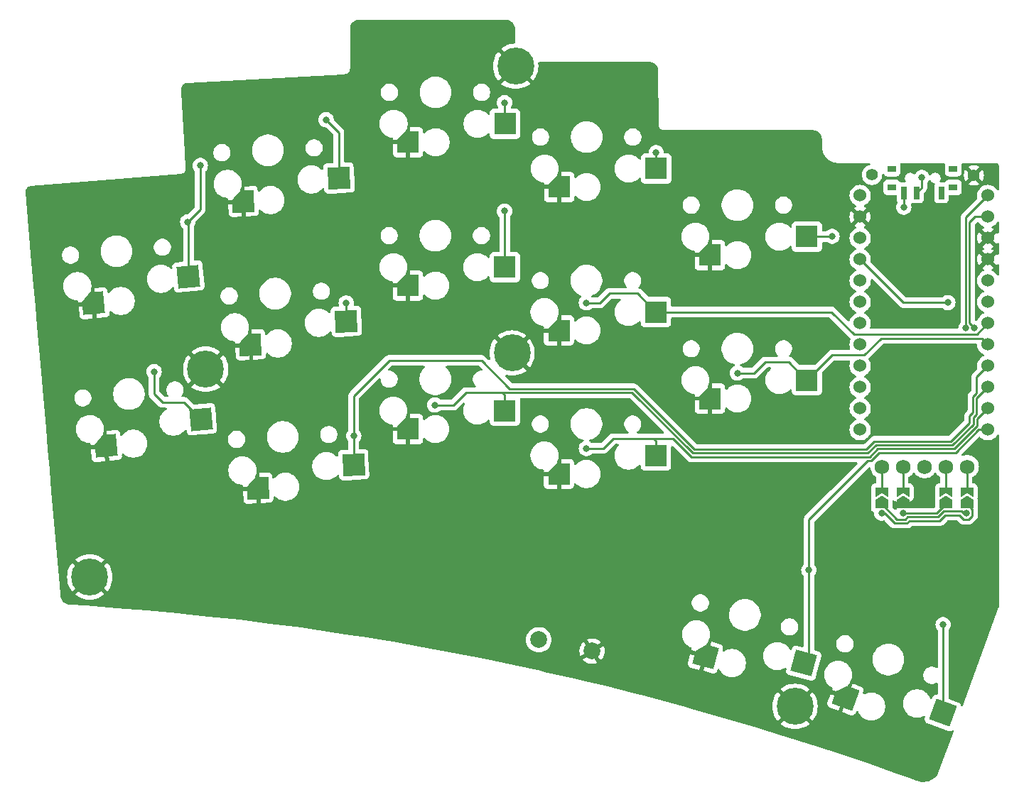
<source format=gbr>
%TF.GenerationSoftware,KiCad,Pcbnew,8.0.3*%
%TF.CreationDate,2024-06-27T17:01:22-04:00*%
%TF.ProjectId,reversiblepurringcat,72657665-7273-4696-926c-657075727269,rev?*%
%TF.SameCoordinates,Original*%
%TF.FileFunction,Copper,L1,Top*%
%TF.FilePolarity,Positive*%
%FSLAX46Y46*%
G04 Gerber Fmt 4.6, Leading zero omitted, Abs format (unit mm)*
G04 Created by KiCad (PCBNEW 8.0.3) date 2024-06-27 17:01:22*
%MOMM*%
%LPD*%
G01*
G04 APERTURE LIST*
G04 Aperture macros list*
%AMRotRect*
0 Rectangle, with rotation*
0 The origin of the aperture is its center*
0 $1 length*
0 $2 width*
0 $3 Rotation angle, in degrees counterclockwise*
0 Add horizontal line*
21,1,$1,$2,0,0,$3*%
%AMOutline5P*
0 Free polygon, 5 corners , with rotation*
0 The origin of the aperture is its center*
0 number of corners: always 5*
0 $1 to $10 corner X, Y*
0 $11 Rotation angle, in degrees counterclockwise*
0 create outline with 5 corners*
4,1,5,$1,$2,$3,$4,$5,$6,$7,$8,$9,$10,$1,$2,$11*%
%AMOutline6P*
0 Free polygon, 6 corners , with rotation*
0 The origin of the aperture is its center*
0 number of corners: always 6*
0 $1 to $12 corner X, Y*
0 $13 Rotation angle, in degrees counterclockwise*
0 create outline with 6 corners*
4,1,6,$1,$2,$3,$4,$5,$6,$7,$8,$9,$10,$11,$12,$1,$2,$13*%
%AMOutline7P*
0 Free polygon, 7 corners , with rotation*
0 The origin of the aperture is its center*
0 number of corners: always 7*
0 $1 to $14 corner X, Y*
0 $15 Rotation angle, in degrees counterclockwise*
0 create outline with 7 corners*
4,1,7,$1,$2,$3,$4,$5,$6,$7,$8,$9,$10,$11,$12,$13,$14,$1,$2,$15*%
%AMOutline8P*
0 Free polygon, 8 corners , with rotation*
0 The origin of the aperture is its center*
0 number of corners: always 8*
0 $1 to $16 corner X, Y*
0 $17 Rotation angle, in degrees counterclockwise*
0 create outline with 8 corners*
4,1,8,$1,$2,$3,$4,$5,$6,$7,$8,$9,$10,$11,$12,$13,$14,$15,$16,$1,$2,$17*%
%AMFreePoly0*
4,1,6,1.000000,0.000000,0.500000,-0.750000,-0.500000,-0.750000,-0.500000,0.750000,0.500000,0.750000,1.000000,0.000000,1.000000,0.000000,$1*%
%AMFreePoly1*
4,1,6,0.500000,-0.750000,-0.650000,-0.750000,-0.150000,0.000000,-0.650000,0.750000,0.500000,0.750000,0.500000,-0.750000,0.500000,-0.750000,$1*%
G04 Aperture macros list end*
%TA.AperFunction,ComponentPad*%
%ADD10C,2.000000*%
%TD*%
%TA.AperFunction,SMDPad,CuDef*%
%ADD11Outline5P,-1.300000X0.260000X-0.260000X1.300000X1.300000X1.300000X1.300000X-1.300000X-1.300000X-1.300000X3.000000*%
%TD*%
%TA.AperFunction,SMDPad,CuDef*%
%ADD12RotRect,2.600000X2.600000X3.000000*%
%TD*%
%TA.AperFunction,SMDPad,CuDef*%
%ADD13Outline5P,-1.300000X0.260000X-0.260000X1.300000X1.300000X1.300000X1.300000X-1.300000X-1.300000X-1.300000X345.000000*%
%TD*%
%TA.AperFunction,SMDPad,CuDef*%
%ADD14RotRect,2.600000X2.600000X345.000000*%
%TD*%
%TA.AperFunction,SMDPad,CuDef*%
%ADD15Outline5P,-1.300000X0.260000X-0.260000X1.300000X1.300000X1.300000X1.300000X-1.300000X-1.300000X-1.300000X0.000000*%
%TD*%
%TA.AperFunction,SMDPad,CuDef*%
%ADD16R,2.600000X2.600000*%
%TD*%
%TA.AperFunction,SMDPad,CuDef*%
%ADD17Outline5P,-1.300000X0.260000X-0.260000X1.300000X1.300000X1.300000X1.300000X-1.300000X-1.300000X-1.300000X5.000000*%
%TD*%
%TA.AperFunction,SMDPad,CuDef*%
%ADD18RotRect,2.600000X2.600000X5.000000*%
%TD*%
%TA.AperFunction,SMDPad,CuDef*%
%ADD19Outline5P,-1.300000X0.260000X-0.260000X1.300000X1.300000X1.300000X1.300000X-1.300000X-1.300000X-1.300000X340.000000*%
%TD*%
%TA.AperFunction,SMDPad,CuDef*%
%ADD20RotRect,2.600000X2.600000X340.000000*%
%TD*%
%TA.AperFunction,ComponentPad*%
%ADD21C,1.524000*%
%TD*%
%TA.AperFunction,ComponentPad*%
%ADD22C,0.700000*%
%TD*%
%TA.AperFunction,ComponentPad*%
%ADD23C,4.400000*%
%TD*%
%TA.AperFunction,SMDPad,CuDef*%
%ADD24FreePoly0,90.000000*%
%TD*%
%TA.AperFunction,SMDPad,CuDef*%
%ADD25FreePoly1,90.000000*%
%TD*%
%TA.AperFunction,ComponentPad*%
%ADD26C,1.397000*%
%TD*%
%TA.AperFunction,ComponentPad*%
%ADD27C,1.752600*%
%TD*%
%TA.AperFunction,SMDPad,CuDef*%
%ADD28R,0.700000X1.500000*%
%TD*%
%TA.AperFunction,SMDPad,CuDef*%
%ADD29R,1.000000X0.800000*%
%TD*%
%TA.AperFunction,ViaPad*%
%ADD30C,0.800000*%
%TD*%
%TA.AperFunction,Conductor*%
%ADD31C,0.250000*%
%TD*%
G04 APERTURE END LIST*
D10*
%TO.P,RSW0,1,1*%
%TO.N,gnd*%
X199178980Y-93675713D03*
%TO.P,RSW0,2,2*%
%TO.N,reset*%
X192821020Y-92324287D03*
%TD*%
D11*
%TO.P,20/25,1,1*%
%TO.N,gnd*%
X159366929Y-74237641D03*
D12*
%TO.P,20/25,2,2*%
%TO.N,s20*%
X170785961Y-71436176D03*
%TD*%
D13*
%TO.P,26/29,1,1*%
%TO.N,gnd*%
X212683221Y-94254259D03*
D14*
%TO.P,26/29,2,2*%
%TO.N,s26*%
X224409066Y-95118582D03*
%TD*%
D15*
%TO.P,21/24,1,1*%
%TO.N,gnd*%
X177230801Y-67186833D03*
D16*
%TO.P,21/24,2,2*%
%TO.N,s21*%
X188780801Y-64986833D03*
%TD*%
D15*
%TO.P,22/23,1,1*%
%TO.N,gnd*%
X195239401Y-72546233D03*
D16*
%TO.P,22/23,2,2*%
%TO.N,s22*%
X206789401Y-70346233D03*
%TD*%
D11*
%TO.P,1/8,1,1*%
%TO.N,gnd*%
X157600353Y-40044035D03*
D12*
%TO.P,1/8,2,2*%
%TO.N,s1*%
X169019385Y-37242570D03*
%TD*%
D17*
%TO.P,0/9,1,1*%
%TO.N,gnd*%
X139766181Y-52183642D03*
D18*
%TO.P,0/9,2,2*%
%TO.N,s0*%
X151080487Y-48985364D03*
%TD*%
D17*
%TO.P,10/19,1,1*%
%TO.N,gnd*%
X141256039Y-69212794D03*
D18*
%TO.P,10/19,2,2*%
%TO.N,s10*%
X152570345Y-66014516D03*
%TD*%
D15*
%TO.P,13/16,1,1*%
%TO.N,gnd*%
X195239401Y-55426633D03*
D16*
%TO.P,13/16,2,2*%
%TO.N,s13*%
X206789401Y-53226633D03*
%TD*%
D15*
%TO.P,12/17,1,1*%
%TO.N,gnd*%
X177230801Y-50067233D03*
D16*
%TO.P,12/17,2,2*%
%TO.N,s12*%
X188780801Y-47867233D03*
%TD*%
D15*
%TO.P,3/6,1,1*%
%TO.N,gnd*%
X195264801Y-38307033D03*
D16*
%TO.P,3/6,2,2*%
%TO.N,s3*%
X206814801Y-36107033D03*
%TD*%
D15*
%TO.P,2/7,1,1*%
%TO.N,gnd*%
X177256201Y-32973033D03*
D16*
%TO.P,2/7,2,2*%
%TO.N,s2*%
X188806201Y-30773033D03*
%TD*%
D11*
%TO.P,11/18,1,1*%
%TO.N,gnd*%
X158470959Y-57141503D03*
D12*
%TO.P,11/18,2,2*%
%TO.N,s11*%
X169889991Y-54340038D03*
%TD*%
D15*
%TO.P,14/15,1,1*%
%TO.N,gnd*%
X213225000Y-63550000D03*
D16*
%TO.P,14/15,2,2*%
%TO.N,s14*%
X224775000Y-61350000D03*
%TD*%
D19*
%TO.P,27/28,1,1*%
%TO.N,gnd*%
X229368526Y-99157309D03*
D20*
%TO.P,27/28,2,2*%
%TO.N,s27*%
X240974420Y-101040318D03*
%TD*%
D15*
%TO.P,4/5,1,1*%
%TO.N,gnd*%
X213225000Y-46430400D03*
D16*
%TO.P,4/5,2,2*%
%TO.N,s4*%
X224775000Y-44230400D03*
%TD*%
D21*
%TO.P,U0,1,TX*%
%TO.N,CS*%
X246335640Y-39319672D03*
%TO.P,U0,2,RX*%
%TO.N,s27*%
X246335640Y-41859672D03*
%TO.P,U0,3,GND*%
%TO.N,gnd*%
X246335640Y-44399672D03*
%TO.P,U0,4,GND*%
X246335640Y-46939672D03*
%TO.P,U0,5,SDA*%
%TO.N,MOSI*%
X246335640Y-49479672D03*
%TO.P,U0,6,SCL*%
%TO.N,SCK*%
X246335640Y-52019672D03*
%TO.P,U0,7,D4*%
%TO.N,s13*%
X246335640Y-54559672D03*
%TO.P,U0,8,C6*%
%TO.N,s14*%
X246335640Y-57099672D03*
%TO.P,U0,9,D7*%
%TO.N,s20*%
X246335640Y-59639672D03*
%TO.P,U0,10,E6*%
%TO.N,s21*%
X246335640Y-62179672D03*
%TO.P,U0,11,B4*%
%TO.N,s22*%
X246335640Y-64719672D03*
%TO.P,U0,12,B5*%
%TO.N,s26*%
X246335640Y-67259672D03*
%TO.P,U0,13,B6*%
%TO.N,s12*%
X231115640Y-67259672D03*
%TO.P,U0,14,B2*%
%TO.N,s11*%
X231115640Y-64719672D03*
%TO.P,U0,15,B3*%
%TO.N,s10*%
X231115640Y-62179672D03*
%TO.P,U0,16,B1*%
%TO.N,s4*%
X231115640Y-59639672D03*
%TO.P,U0,17,F7*%
%TO.N,s3*%
X231115640Y-57099672D03*
%TO.P,U0,18,F6*%
%TO.N,s2*%
X231115640Y-54559672D03*
%TO.P,U0,19,F5*%
%TO.N,s1*%
X231115640Y-52019672D03*
%TO.P,U0,20,F4*%
%TO.N,s0*%
X231115640Y-49479672D03*
%TO.P,U0,21,VCC*%
%TO.N,vcc*%
X231115640Y-46939672D03*
%TO.P,U0,22,RST*%
%TO.N,reset*%
X231115640Y-44399672D03*
%TO.P,U0,23,GND*%
%TO.N,gnd*%
X231115640Y-41859672D03*
%TO.P,U0,24,RAW*%
%TO.N,raw*%
X231115640Y-39319672D03*
%TD*%
D22*
%TO.P,H1,1,1*%
%TO.N,gnd*%
X187994067Y-58119461D03*
X188477341Y-56952735D03*
X188477341Y-59286187D03*
X189644067Y-56469461D03*
D23*
X189644067Y-58119461D03*
D22*
X189644067Y-59769461D03*
X190810793Y-56952735D03*
X190810793Y-59286187D03*
X191294067Y-58119461D03*
%TD*%
%TO.P,H4,1,1*%
%TO.N,gnd*%
X137683274Y-84833274D03*
X138166548Y-83666548D03*
X138166548Y-86000000D03*
X139333274Y-83183274D03*
D23*
X139333274Y-84833274D03*
D22*
X139333274Y-86483274D03*
X140500000Y-83666548D03*
X140500000Y-86000000D03*
X140983274Y-84833274D03*
%TD*%
D24*
%TO.P,JP1,1,A*%
%TO.N,MOSI*%
X243840000Y-76126000D03*
D25*
%TO.P,JP1,2,B*%
%TO.N,NV5*%
X243840000Y-74676000D03*
%TD*%
D24*
%TO.P,JP3,1,A*%
%TO.N,SCK*%
X241300000Y-76126000D03*
D25*
%TO.P,JP3,2,B*%
%TO.N,NV4*%
X241300000Y-74676000D03*
%TD*%
D22*
%TO.P,H2,1,1*%
%TO.N,gnd*%
X221705122Y-100275354D03*
X222188396Y-99108628D03*
X222188396Y-101442080D03*
X223355122Y-98625354D03*
D23*
X223355122Y-100275354D03*
D22*
X223355122Y-101925354D03*
X224521848Y-99108628D03*
X224521848Y-101442080D03*
X225005122Y-100275354D03*
%TD*%
D24*
%TO.P,JP5,1,A*%
%TO.N,gnd*%
X236220000Y-76126000D03*
D25*
%TO.P,JP5,2,B*%
%TO.N,NV2*%
X236220000Y-74676000D03*
%TD*%
D26*
%TO.P,Bat+0,1,1*%
%TO.N,BT+*%
X232531040Y-36866072D03*
%TD*%
D22*
%TO.P,H3,1,1*%
%TO.N,gnd*%
X151498104Y-60051128D03*
X151981378Y-58884402D03*
X151981378Y-61217854D03*
X153148104Y-58401128D03*
D23*
X153148104Y-60051128D03*
D22*
X153148104Y-61701128D03*
X154314830Y-58884402D03*
X154314830Y-61217854D03*
X154798104Y-60051128D03*
%TD*%
D26*
%TO.P,Bat-0,1,1*%
%TO.N,gnd*%
X244672240Y-36916872D03*
%TD*%
D24*
%TO.P,JP7,1,A*%
%TO.N,CS*%
X233680000Y-76126000D03*
D25*
%TO.P,JP7,2,B*%
%TO.N,NV1*%
X233680000Y-74676000D03*
%TD*%
D22*
%TO.P,H0,1,1*%
%TO.N,gnd*%
X188424150Y-23901893D03*
X188907424Y-22735167D03*
X188907424Y-25068619D03*
X190074150Y-22251893D03*
D23*
X190074150Y-23901893D03*
D22*
X190074150Y-25551893D03*
X191240876Y-22735167D03*
X191240876Y-25068619D03*
X191724150Y-23901893D03*
%TD*%
D27*
%TO.P,J0,5,Pin_5*%
%TO.N,NV5*%
X243880000Y-71675000D03*
%TO.P,J0,4,Pin_4*%
%TO.N,NV4*%
X241340000Y-71675000D03*
%TO.P,J0,3,Pin_3*%
%TO.N,vcc*%
X238800000Y-71675000D03*
%TO.P,J0,2,Pin_2*%
%TO.N,NV2*%
X236260000Y-71675000D03*
%TO.P,J0,1,Pin_1*%
%TO.N,NV1*%
X233720000Y-71675000D03*
%TD*%
D28*
%TO.P,SW_PWR0,3,C*%
%TO.N,raw*%
X236317446Y-38999423D03*
%TO.P,SW_PWR0,2,B*%
%TO.N,BT+*%
X237817446Y-38999423D03*
%TO.P,SW_PWR0,1,A*%
%TO.N,unconnected-(SW_PWR0-A-Pad1)*%
X240817446Y-38999423D03*
D29*
%TO.P,SW_PWR0,*%
%TO.N,*%
X242217446Y-38349423D03*
X242217446Y-36139423D03*
X234917446Y-38349423D03*
X234917446Y-36139423D03*
%TD*%
D30*
%TO.N,gnd*%
X143500000Y-57000000D03*
X238760000Y-75184000D03*
%TO.N,vcc*%
X241567800Y-52100053D03*
%TO.N,raw*%
X236325000Y-40725000D03*
%TO.N,s0*%
X152500000Y-35750000D03*
X151000000Y-42475000D03*
%TO.N,s1*%
X167487500Y-30287500D03*
%TO.N,MOSI*%
X233678195Y-77232805D03*
%TO.N,s2*%
X188750000Y-28250000D03*
%TO.N,SCK*%
X236220000Y-77231000D03*
%TO.N,CS*%
X243764347Y-77231000D03*
X243724999Y-55119702D03*
%TO.N,s3*%
X206814801Y-34225000D03*
%TO.N,s4*%
X227775000Y-44200000D03*
%TO.N,s10*%
X147000000Y-60339001D03*
%TO.N,s11*%
X169889991Y-52139991D03*
%TO.N,s12*%
X188750000Y-41175000D03*
%TO.N,s13*%
X198500000Y-52125000D03*
%TO.N,s14*%
X216500000Y-60500000D03*
%TO.N,s20*%
X170785961Y-68000000D03*
%TO.N,s21*%
X180441600Y-64312800D03*
%TO.N,s22*%
X198500000Y-69500000D03*
%TO.N,s26*%
X225012653Y-84012653D03*
%TO.N,s27*%
X244732503Y-55137503D03*
X241000000Y-90500000D03*
%TO.N,BT+*%
X238475000Y-37175000D03*
%TD*%
D31*
%TO.N,vcc*%
X236276021Y-52100053D02*
X231115640Y-46939672D01*
X241567800Y-52100053D02*
X236276021Y-52100053D01*
%TO.N,s26*%
X225000000Y-94527648D02*
X224409066Y-95118582D01*
X225000000Y-84025306D02*
X225000000Y-94527648D01*
X225012653Y-84012653D02*
X225000000Y-84025306D01*
%TO.N,raw*%
X236317446Y-38999423D02*
X236317446Y-40717446D01*
X236317446Y-40717446D02*
X236325000Y-40725000D01*
%TO.N,s0*%
X152500000Y-40975000D02*
X151000000Y-42475000D01*
X152500000Y-35750000D02*
X152500000Y-40975000D01*
X151000000Y-42475000D02*
X151080487Y-42555487D01*
X151080487Y-42555487D02*
X151080487Y-48985364D01*
%TO.N,s1*%
X169019385Y-37242570D02*
X169019385Y-31819385D01*
X169019385Y-31819385D02*
X167487500Y-30287500D01*
%TO.N,MOSI*%
X242958042Y-77450000D02*
X243464042Y-77956000D01*
X240567792Y-78131000D02*
X241248792Y-77450000D01*
X244064652Y-77956000D02*
X244489347Y-77531305D01*
X244489347Y-76775347D02*
X243840000Y-76126000D01*
X234067104Y-77232805D02*
X235240299Y-78406000D01*
X243464042Y-77956000D02*
X244064652Y-77956000D01*
X244489347Y-77531305D02*
X244489347Y-76775347D01*
X235240299Y-78406000D02*
X236706701Y-78406000D01*
X236706701Y-78406000D02*
X236981701Y-78131000D01*
X233678195Y-77232805D02*
X234067104Y-77232805D01*
X241248792Y-77450000D02*
X242958042Y-77450000D01*
X236981701Y-78131000D02*
X240567792Y-78131000D01*
%TO.N,s2*%
X188750000Y-28250000D02*
X188750000Y-30716832D01*
X188750000Y-30716832D02*
X188806201Y-30773033D01*
%TO.N,SCK*%
X240195000Y-77231000D02*
X241300000Y-76126000D01*
X236220000Y-77231000D02*
X240195000Y-77231000D01*
%TO.N,CS*%
X235510000Y-77956000D02*
X233680000Y-76126000D01*
X243454701Y-77231000D02*
X243223701Y-77000000D01*
X243724999Y-55119702D02*
X243713000Y-55107703D01*
X236795305Y-77681000D02*
X236520305Y-77956000D01*
X236520305Y-77956000D02*
X235510000Y-77956000D01*
X243223701Y-77000000D02*
X241062396Y-77000000D01*
X243713000Y-41942312D02*
X246335640Y-39319672D01*
X240381396Y-77681000D02*
X236795305Y-77681000D01*
X243764347Y-77231000D02*
X243454701Y-77231000D01*
X241062396Y-77000000D02*
X240381396Y-77681000D01*
X243713000Y-55107703D02*
X243713000Y-41942312D01*
%TO.N,s3*%
X206814801Y-34225000D02*
X206814801Y-36107033D01*
%TO.N,s4*%
X227775000Y-44200000D02*
X227744600Y-44230400D01*
X227744600Y-44230400D02*
X224775000Y-44230400D01*
%TO.N,s10*%
X147000000Y-60339001D02*
X147000000Y-63000000D01*
X147000000Y-63000000D02*
X148000000Y-64000000D01*
X148000000Y-64000000D02*
X150555829Y-64000000D01*
X150555829Y-64000000D02*
X152570345Y-66014516D01*
%TO.N,s11*%
X169889991Y-52139991D02*
X169889991Y-54340038D01*
%TO.N,s12*%
X188750000Y-41175000D02*
X188780801Y-41205801D01*
X188780801Y-41205801D02*
X188780801Y-47867233D01*
%TO.N,s13*%
X227726633Y-53226633D02*
X206789401Y-53226633D01*
X198500000Y-52125000D02*
X200125000Y-52125000D01*
X200125000Y-52125000D02*
X201250000Y-51000000D01*
X245015312Y-55880000D02*
X230380000Y-55880000D01*
X201250000Y-51000000D02*
X204562768Y-51000000D01*
X230380000Y-55880000D02*
X227726633Y-53226633D01*
X204562768Y-51000000D02*
X206789401Y-53226633D01*
X246335640Y-54559672D02*
X245015312Y-55880000D01*
%TO.N,s14*%
X233593047Y-56388000D02*
X231614739Y-58366308D01*
X216500000Y-60500000D02*
X218500000Y-60500000D01*
X218500000Y-60500000D02*
X219812312Y-59187688D01*
X219812312Y-59187688D02*
X222612688Y-59187688D01*
X231614739Y-58366308D02*
X227758692Y-58366308D01*
X245623968Y-56388000D02*
X233593047Y-56388000D01*
X227758692Y-58366308D02*
X224775000Y-61350000D01*
X222612688Y-59187688D02*
X224775000Y-61350000D01*
X246335640Y-57099672D02*
X245623968Y-56388000D01*
%TO.N,s20*%
X246031280Y-59335312D02*
X246335640Y-59639672D01*
%TO.N,s21*%
X188780801Y-63115834D02*
X188500000Y-62835033D01*
X188780801Y-64986833D02*
X188780801Y-63115834D01*
X182687200Y-64312800D02*
X184164967Y-62835033D01*
X184164967Y-62835033D02*
X188500000Y-62835033D01*
X180441600Y-64312800D02*
X182687200Y-64312800D01*
%TO.N,s22*%
X206789401Y-70346233D02*
X206789401Y-68618614D01*
X201670787Y-68329213D02*
X206500000Y-68329213D01*
X198500000Y-69500000D02*
X200500000Y-69500000D01*
X206789401Y-68618614D02*
X206500000Y-68329213D01*
X200500000Y-69500000D02*
X201670787Y-68329213D01*
%TO.N,s27*%
X244163000Y-54532398D02*
X244163000Y-42500000D01*
X241000000Y-99600543D02*
X240974421Y-99626122D01*
X240974421Y-99626122D02*
X240974421Y-101040318D01*
X244732503Y-55137503D02*
X244732503Y-55101901D01*
X244732503Y-55101901D02*
X244163000Y-54532398D01*
X244163000Y-42500000D02*
X244803328Y-41859672D01*
X244803328Y-41859672D02*
X246335640Y-41859672D01*
X241000000Y-90500000D02*
X241000000Y-99600543D01*
%TO.N,NV2*%
X236220000Y-74676000D02*
X236220000Y-71715000D01*
X236220000Y-71715000D02*
X236260000Y-71675000D01*
%TO.N,NV4*%
X241300000Y-74676000D02*
X241300000Y-71715000D01*
X241300000Y-71715000D02*
X241340000Y-71675000D01*
%TO.N,NV5*%
X243840000Y-74676000D02*
X243840000Y-71715000D01*
X243840000Y-71715000D02*
X243880000Y-71675000D01*
%TO.N,NV1*%
X233680000Y-74676000D02*
X233680000Y-71715000D01*
X233680000Y-71715000D02*
X233720000Y-71675000D01*
%TO.N,s26*%
X245240328Y-67259672D02*
X246335640Y-67259672D01*
X242500000Y-70000000D02*
X245240328Y-67259672D01*
X233372792Y-70000000D02*
X242500000Y-70000000D01*
X225000000Y-78000000D02*
X232050000Y-70950000D01*
X225000000Y-84000000D02*
X225000000Y-78000000D01*
X225012653Y-84012653D02*
X225000000Y-84000000D01*
X232050000Y-70950000D02*
X232422792Y-70950000D01*
X232422792Y-70950000D02*
X233372792Y-70000000D01*
%TO.N,s22*%
X208806421Y-68329213D02*
X206500000Y-68329213D01*
X232236396Y-70500000D02*
X210977208Y-70500000D01*
X233186396Y-69550000D02*
X232236396Y-70500000D01*
X245053932Y-66809672D02*
X242313604Y-69550000D01*
X210977208Y-70500000D02*
X208806421Y-68329213D01*
X246335640Y-64719672D02*
X245053932Y-66001380D01*
X245053932Y-66001380D02*
X245053932Y-66809672D01*
X242313604Y-69550000D02*
X233186396Y-69550000D01*
%TO.N,s21*%
X245000000Y-63515312D02*
X246335640Y-62179672D01*
X244603932Y-66623276D02*
X244603932Y-65814984D01*
X245000000Y-65418916D02*
X245000000Y-63515312D01*
X242127208Y-69100000D02*
X244603932Y-66623276D01*
X244603932Y-65814984D02*
X245000000Y-65418916D01*
X233000000Y-69100000D02*
X242127208Y-69100000D01*
X232050000Y-70050000D02*
X233000000Y-69100000D01*
X211163604Y-70050000D02*
X232050000Y-70050000D01*
X203948637Y-62835033D02*
X211163604Y-70050000D01*
X188500000Y-62835033D02*
X203948637Y-62835033D01*
%TO.N,s20*%
X170785961Y-63214039D02*
X170785961Y-71436176D01*
X186000000Y-59000000D02*
X175000000Y-59000000D01*
X204135033Y-62385033D02*
X189385033Y-62385033D01*
X211350000Y-69600000D02*
X204135033Y-62385033D01*
X231863604Y-69600000D02*
X211350000Y-69600000D01*
X175000000Y-59000000D02*
X170785961Y-63214039D01*
X232813604Y-68650000D02*
X231863604Y-69600000D01*
X244550000Y-65232520D02*
X244153932Y-65628588D01*
X244550000Y-63328916D02*
X244550000Y-65232520D01*
X189385033Y-62385033D02*
X186000000Y-59000000D01*
X245000000Y-62878916D02*
X244550000Y-63328916D01*
X244153932Y-66436880D02*
X241940812Y-68650000D01*
X245000000Y-60975312D02*
X245000000Y-62878916D01*
X241940812Y-68650000D02*
X232813604Y-68650000D01*
X246335640Y-59639672D02*
X245000000Y-60975312D01*
X244153932Y-65628588D02*
X244153932Y-66436880D01*
%TO.N,BT+*%
X237817446Y-38999423D02*
X238475000Y-38341869D01*
X238475000Y-38341869D02*
X238475000Y-37175000D01*
%TD*%
%TA.AperFunction,Conductor*%
%TO.N,gnd*%
G36*
X188957649Y-18393438D02*
G01*
X188969498Y-18394012D01*
X189135129Y-18410020D01*
X189156360Y-18413962D01*
X189311984Y-18457169D01*
X189332200Y-18464733D01*
X189477953Y-18534292D01*
X189496564Y-18545260D01*
X189628026Y-18639059D01*
X189644455Y-18653093D01*
X189757637Y-18768286D01*
X189771379Y-18784958D01*
X189862847Y-18918045D01*
X189873487Y-18936849D01*
X189940469Y-19083800D01*
X189947683Y-19104167D01*
X189988137Y-19260505D01*
X189991707Y-19281813D01*
X190004872Y-19448639D01*
X190005252Y-19459433D01*
X190005080Y-19479904D01*
X190005301Y-19481326D01*
X190005301Y-21084396D01*
X189985616Y-21151435D01*
X189932812Y-21197190D01*
X189888788Y-21208170D01*
X189748111Y-21216679D01*
X189426808Y-21275560D01*
X189114985Y-21372728D01*
X189114974Y-21372732D01*
X188817108Y-21506790D01*
X188817106Y-21506791D01*
X188537572Y-21675774D01*
X188537566Y-21675779D01*
X188349180Y-21823367D01*
X188349179Y-21823369D01*
X189491412Y-22965602D01*
X189357548Y-23062860D01*
X189235117Y-23185291D01*
X189137859Y-23319155D01*
X187995626Y-22176922D01*
X187995624Y-22176923D01*
X187848036Y-22365309D01*
X187848031Y-22365315D01*
X187679048Y-22644849D01*
X187679047Y-22644851D01*
X187544989Y-22942717D01*
X187544985Y-22942728D01*
X187447817Y-23254551D01*
X187388936Y-23575854D01*
X187369215Y-23901893D01*
X187388936Y-24227931D01*
X187447817Y-24549234D01*
X187544985Y-24861057D01*
X187544989Y-24861068D01*
X187679047Y-25158934D01*
X187679048Y-25158936D01*
X187848031Y-25438469D01*
X187995626Y-25626861D01*
X189137858Y-24484629D01*
X189235117Y-24618495D01*
X189357548Y-24740926D01*
X189491412Y-24838183D01*
X188349180Y-25980415D01*
X188349180Y-25980416D01*
X188537573Y-26128011D01*
X188817106Y-26296994D01*
X188817108Y-26296995D01*
X189114974Y-26431053D01*
X189114985Y-26431057D01*
X189426808Y-26528225D01*
X189748111Y-26587106D01*
X190074150Y-26606827D01*
X190400188Y-26587106D01*
X190721491Y-26528225D01*
X191033314Y-26431057D01*
X191033325Y-26431053D01*
X191331191Y-26296995D01*
X191331193Y-26296994D01*
X191610736Y-26128005D01*
X191799118Y-25980416D01*
X191799118Y-25980415D01*
X190656887Y-24838183D01*
X190790752Y-24740926D01*
X190913183Y-24618495D01*
X191010440Y-24484630D01*
X192152672Y-25626861D01*
X192152673Y-25626861D01*
X192300262Y-25438479D01*
X192469251Y-25158936D01*
X192469252Y-25158934D01*
X192603310Y-24861068D01*
X192603314Y-24861057D01*
X192700482Y-24549234D01*
X192759363Y-24227931D01*
X192779084Y-23901893D01*
X192759363Y-23575853D01*
X192754575Y-23549723D01*
X192761853Y-23480234D01*
X192805545Y-23425710D01*
X192871778Y-23403464D01*
X192876471Y-23403372D01*
X206026482Y-23397243D01*
X206038276Y-23397802D01*
X206201382Y-23413349D01*
X206222312Y-23417177D01*
X206375770Y-23459131D01*
X206395736Y-23466482D01*
X206539759Y-23534057D01*
X206558175Y-23544715D01*
X206688519Y-23635917D01*
X206704844Y-23649569D01*
X206817670Y-23761711D01*
X206831421Y-23777953D01*
X206923412Y-23907738D01*
X206934183Y-23926092D01*
X207002630Y-24069700D01*
X207010103Y-24089623D01*
X207052988Y-24242815D01*
X207056946Y-24263726D01*
X207073486Y-24426749D01*
X207074119Y-24438919D01*
X207092148Y-30883449D01*
X207092148Y-30883805D01*
X207092144Y-30933057D01*
X207092145Y-30933065D01*
X207125252Y-31078168D01*
X207189819Y-31212264D01*
X207189818Y-31212264D01*
X207189820Y-31212267D01*
X207189821Y-31212268D01*
X207205809Y-31232319D01*
X207269263Y-31311898D01*
X207282610Y-31328636D01*
X207398968Y-31421439D01*
X207533060Y-31486022D01*
X207678161Y-31519146D01*
X207752578Y-31519149D01*
X207752581Y-31519149D01*
X207753319Y-31519149D01*
X225511473Y-31528564D01*
X225523303Y-31529138D01*
X225689915Y-31545243D01*
X225711167Y-31549190D01*
X225867711Y-31592667D01*
X225887954Y-31600245D01*
X225959925Y-31634607D01*
X226034570Y-31670246D01*
X226053183Y-31681219D01*
X226185419Y-31775621D01*
X226201843Y-31789659D01*
X226315681Y-31905596D01*
X226329419Y-31922276D01*
X226421388Y-32056211D01*
X226432024Y-32075029D01*
X226499334Y-32222894D01*
X226506541Y-32243273D01*
X226547152Y-32400586D01*
X226550710Y-32421907D01*
X226563810Y-32589303D01*
X226564183Y-32600106D01*
X226563983Y-32621969D01*
X226564093Y-32622687D01*
X226559990Y-33453241D01*
X226558266Y-33459005D01*
X226559666Y-33498863D01*
X226559740Y-33503825D01*
X226559622Y-33527611D01*
X226560882Y-33533480D01*
X226564299Y-33630751D01*
X226606579Y-33887160D01*
X226606579Y-33887161D01*
X226606580Y-33887163D01*
X226656496Y-34053335D01*
X226681345Y-34136058D01*
X226787356Y-34373312D01*
X226787357Y-34373314D01*
X226787359Y-34373317D01*
X226922881Y-34595056D01*
X226922884Y-34595060D01*
X226922885Y-34595061D01*
X227061324Y-34767315D01*
X227085679Y-34797618D01*
X227273073Y-34977669D01*
X227481978Y-35132243D01*
X227708955Y-35258797D01*
X227708959Y-35258798D01*
X227708964Y-35258801D01*
X227815757Y-35301485D01*
X227950268Y-35355248D01*
X228201944Y-35420007D01*
X228459840Y-35452009D01*
X228589291Y-35451378D01*
X228589884Y-35451378D01*
X232204914Y-35451505D01*
X232271953Y-35471192D01*
X232317706Y-35523998D01*
X232327647Y-35593156D01*
X232298620Y-35656711D01*
X232239841Y-35694483D01*
X232237003Y-35695280D01*
X232116652Y-35727527D01*
X232116643Y-35727531D01*
X231925236Y-35816785D01*
X231925234Y-35816786D01*
X231752228Y-35937925D01*
X231602893Y-36087260D01*
X231481754Y-36260266D01*
X231481753Y-36260268D01*
X231392499Y-36451675D01*
X231392495Y-36451684D01*
X231337837Y-36655672D01*
X231337835Y-36655683D01*
X231319429Y-36866070D01*
X231319429Y-36866073D01*
X231337835Y-37076460D01*
X231337837Y-37076471D01*
X231392495Y-37280459D01*
X231392497Y-37280463D01*
X231392498Y-37280467D01*
X231458335Y-37421656D01*
X231481754Y-37471878D01*
X231481756Y-37471882D01*
X231602888Y-37644876D01*
X231602893Y-37644882D01*
X231752229Y-37794218D01*
X231752235Y-37794223D01*
X231925229Y-37915355D01*
X231925231Y-37915356D01*
X231925234Y-37915358D01*
X232116645Y-38004614D01*
X232116651Y-38004615D01*
X232116652Y-38004616D01*
X232135100Y-38009559D01*
X232320646Y-38059276D01*
X232470927Y-38072423D01*
X232531038Y-38077683D01*
X232531040Y-38077683D01*
X232531042Y-38077683D01*
X232583638Y-38073081D01*
X232741434Y-38059276D01*
X232945435Y-38004614D01*
X233136846Y-37915358D01*
X233157683Y-37900768D01*
X233908946Y-37900768D01*
X233908946Y-38798077D01*
X233915457Y-38858625D01*
X233915457Y-38858627D01*
X233959985Y-38978008D01*
X233966557Y-38995627D01*
X234054185Y-39112684D01*
X234171242Y-39200312D01*
X234308245Y-39251412D01*
X234335496Y-39254341D01*
X234368791Y-39257922D01*
X234368808Y-39257923D01*
X235334946Y-39257923D01*
X235401985Y-39277608D01*
X235447740Y-39330412D01*
X235458946Y-39381923D01*
X235458946Y-39798077D01*
X235465457Y-39858625D01*
X235465457Y-39858627D01*
X235516558Y-39995629D01*
X235569447Y-40066281D01*
X235593864Y-40131745D01*
X235579012Y-40200018D01*
X235577568Y-40202590D01*
X235490472Y-40353446D01*
X235490470Y-40353450D01*
X235431459Y-40535068D01*
X235431458Y-40535072D01*
X235411496Y-40725000D01*
X235431458Y-40914928D01*
X235431459Y-40914931D01*
X235490470Y-41096549D01*
X235490473Y-41096556D01*
X235585960Y-41261944D01*
X235713747Y-41403866D01*
X235868248Y-41516118D01*
X236042712Y-41593794D01*
X236229513Y-41633500D01*
X236420487Y-41633500D01*
X236607288Y-41593794D01*
X236781752Y-41516118D01*
X236936253Y-41403866D01*
X237064040Y-41261944D01*
X237159527Y-41096556D01*
X237218542Y-40914928D01*
X237238504Y-40725000D01*
X237218542Y-40535072D01*
X237173761Y-40397251D01*
X237171766Y-40327410D01*
X237207846Y-40267577D01*
X237270547Y-40236749D01*
X237335026Y-40242751D01*
X237358242Y-40251411D01*
X237358245Y-40251412D01*
X237418791Y-40257922D01*
X237418808Y-40257923D01*
X238216084Y-40257923D01*
X238216100Y-40257922D01*
X238243138Y-40255014D01*
X238276647Y-40251412D01*
X238413650Y-40200312D01*
X238530707Y-40112684D01*
X238618335Y-39995627D01*
X238669435Y-39858624D01*
X238674604Y-39810546D01*
X238675945Y-39798077D01*
X238675946Y-39798060D01*
X238675946Y-39088189D01*
X238695631Y-39021150D01*
X238712260Y-39000512D01*
X238967072Y-38745702D01*
X239036401Y-38641944D01*
X239084155Y-38526654D01*
X239085352Y-38520640D01*
X239105335Y-38420174D01*
X239108500Y-38404263D01*
X239108500Y-38279475D01*
X239108500Y-37876756D01*
X239128185Y-37809717D01*
X239140346Y-37793788D01*
X239214040Y-37711944D01*
X239309527Y-37546556D01*
X239309529Y-37546549D01*
X239312389Y-37541596D01*
X239362956Y-37493380D01*
X239431563Y-37480156D01*
X239496428Y-37506124D01*
X239522879Y-37534704D01*
X239591239Y-37637011D01*
X239591242Y-37637015D01*
X239677984Y-37723757D01*
X239677988Y-37723760D01*
X239779987Y-37791914D01*
X239779996Y-37791919D01*
X239805671Y-37802554D01*
X239893336Y-37838866D01*
X239908039Y-37841790D01*
X239922201Y-37844608D01*
X239984112Y-37876992D01*
X240018686Y-37937708D01*
X240014947Y-38007478D01*
X240014192Y-38009559D01*
X239965456Y-38140221D01*
X239958946Y-38200768D01*
X239958946Y-39798077D01*
X239965457Y-39858625D01*
X239965457Y-39858627D01*
X240004844Y-39964223D01*
X240016557Y-39995627D01*
X240104185Y-40112684D01*
X240221242Y-40200312D01*
X240358245Y-40251412D01*
X240385496Y-40254341D01*
X240418791Y-40257922D01*
X240418808Y-40257923D01*
X241216084Y-40257923D01*
X241216100Y-40257922D01*
X241243138Y-40255014D01*
X241276647Y-40251412D01*
X241413650Y-40200312D01*
X241530707Y-40112684D01*
X241618335Y-39995627D01*
X241669435Y-39858624D01*
X241674604Y-39810546D01*
X241675945Y-39798077D01*
X241675946Y-39798060D01*
X241675946Y-39381923D01*
X241695631Y-39314884D01*
X241748435Y-39269129D01*
X241799946Y-39257923D01*
X242766084Y-39257923D01*
X242766100Y-39257922D01*
X242793138Y-39255014D01*
X242826647Y-39251412D01*
X242963650Y-39200312D01*
X243080707Y-39112684D01*
X243168335Y-38995627D01*
X243219435Y-38858624D01*
X243223037Y-38825115D01*
X243225945Y-38798077D01*
X243225946Y-38798060D01*
X243225946Y-37900785D01*
X243225945Y-37900768D01*
X243221338Y-37857922D01*
X243219435Y-37840222D01*
X243218929Y-37838866D01*
X243193353Y-37770294D01*
X243168335Y-37703219D01*
X243080707Y-37586162D01*
X242963650Y-37498534D01*
X242949832Y-37493380D01*
X242826649Y-37447434D01*
X242766100Y-37440923D01*
X242766084Y-37440923D01*
X241668808Y-37440923D01*
X241668791Y-37440923D01*
X241608243Y-37447434D01*
X241608241Y-37447434D01*
X241471241Y-37498534D01*
X241354185Y-37586162D01*
X241275529Y-37691234D01*
X241219595Y-37733105D01*
X241176262Y-37740923D01*
X240721317Y-37740923D01*
X240654278Y-37721238D01*
X240608523Y-37668434D01*
X240598579Y-37599276D01*
X240618215Y-37548032D01*
X240626914Y-37535012D01*
X240626914Y-37535011D01*
X240626918Y-37535006D01*
X240673866Y-37421664D01*
X240697800Y-37301340D01*
X240697800Y-37178660D01*
X240697800Y-37178657D01*
X240697799Y-37178655D01*
X240673867Y-37058343D01*
X240673866Y-37058336D01*
X240626918Y-36944994D01*
X240626917Y-36944993D01*
X240626914Y-36944987D01*
X240558760Y-36842988D01*
X240558757Y-36842984D01*
X240472015Y-36756242D01*
X240472011Y-36756239D01*
X240370012Y-36688085D01*
X240370003Y-36688080D01*
X240256664Y-36641134D01*
X240256656Y-36641132D01*
X240136343Y-36617200D01*
X240136340Y-36617200D01*
X240013660Y-36617200D01*
X240013657Y-36617200D01*
X239893343Y-36641132D01*
X239893335Y-36641134D01*
X239779996Y-36688080D01*
X239779987Y-36688085D01*
X239677988Y-36756239D01*
X239677984Y-36756242D01*
X239591242Y-36842984D01*
X239591237Y-36842990D01*
X239552373Y-36901154D01*
X239498761Y-36945958D01*
X239429436Y-36954665D01*
X239366408Y-36924510D01*
X239331341Y-36870580D01*
X239309529Y-36803449D01*
X239309526Y-36803443D01*
X239214040Y-36638056D01*
X239098981Y-36510270D01*
X239086254Y-36496135D01*
X239084592Y-36494927D01*
X238931752Y-36383882D01*
X238757288Y-36306206D01*
X238757286Y-36306205D01*
X238570487Y-36266500D01*
X238379513Y-36266500D01*
X238192714Y-36306205D01*
X238105480Y-36345044D01*
X238094558Y-36349907D01*
X238018246Y-36383883D01*
X237863745Y-36496135D01*
X237735959Y-36638057D01*
X237676890Y-36740368D01*
X237626323Y-36788584D01*
X237557716Y-36801807D01*
X237492851Y-36775839D01*
X237481822Y-36766049D01*
X237472015Y-36756242D01*
X237472011Y-36756239D01*
X237370012Y-36688085D01*
X237370003Y-36688080D01*
X237256664Y-36641134D01*
X237256656Y-36641132D01*
X237136343Y-36617200D01*
X237136340Y-36617200D01*
X237013660Y-36617200D01*
X237013657Y-36617200D01*
X236893343Y-36641132D01*
X236893335Y-36641134D01*
X236779996Y-36688080D01*
X236779987Y-36688085D01*
X236677988Y-36756239D01*
X236677984Y-36756242D01*
X236591242Y-36842984D01*
X236591239Y-36842988D01*
X236523085Y-36944987D01*
X236523080Y-36944996D01*
X236476134Y-37058335D01*
X236476132Y-37058343D01*
X236452200Y-37178655D01*
X236452200Y-37301344D01*
X236476132Y-37421656D01*
X236476134Y-37421664D01*
X236523080Y-37535003D01*
X236523085Y-37535012D01*
X236531785Y-37548032D01*
X236552663Y-37614710D01*
X236534178Y-37682090D01*
X236482199Y-37728780D01*
X236428683Y-37740923D01*
X235958630Y-37740923D01*
X235891591Y-37721238D01*
X235859363Y-37691234D01*
X235842295Y-37668434D01*
X235780707Y-37586162D01*
X235663650Y-37498534D01*
X235649832Y-37493380D01*
X235526649Y-37447434D01*
X235466100Y-37440923D01*
X235466084Y-37440923D01*
X234368808Y-37440923D01*
X234368791Y-37440923D01*
X234308243Y-37447434D01*
X234308241Y-37447434D01*
X234171241Y-37498534D01*
X234054185Y-37586162D01*
X233966557Y-37703218D01*
X233915457Y-37840218D01*
X233915457Y-37840220D01*
X233908946Y-37900768D01*
X233157683Y-37900768D01*
X233309849Y-37794220D01*
X233459188Y-37644881D01*
X233580326Y-37471878D01*
X233669582Y-37280467D01*
X233724244Y-37076466D01*
X233742651Y-36866072D01*
X233742651Y-36866070D01*
X233742651Y-36860658D01*
X233744782Y-36860658D01*
X233756731Y-36801189D01*
X233805343Y-36751004D01*
X233873371Y-36735067D01*
X233939216Y-36758439D01*
X233965762Y-36784565D01*
X233966556Y-36785626D01*
X233966557Y-36785627D01*
X234054185Y-36902684D01*
X234171242Y-36990312D01*
X234286395Y-37033262D01*
X234300110Y-37038378D01*
X234308245Y-37041412D01*
X234335496Y-37044341D01*
X234368791Y-37047922D01*
X234368808Y-37047923D01*
X235466084Y-37047923D01*
X235466100Y-37047922D01*
X235493138Y-37045014D01*
X235526647Y-37041412D01*
X235534782Y-37038378D01*
X235541214Y-37035978D01*
X235663650Y-36990312D01*
X235780707Y-36902684D01*
X235868335Y-36785627D01*
X235919435Y-36648624D01*
X235923037Y-36615115D01*
X235925945Y-36588077D01*
X235925946Y-36588060D01*
X235925946Y-35690785D01*
X235925945Y-35690768D01*
X235922041Y-35654461D01*
X235919435Y-35630222D01*
X235919433Y-35630217D01*
X235919433Y-35630215D01*
X235915240Y-35618972D01*
X235910255Y-35549281D01*
X235943739Y-35487957D01*
X236005062Y-35454472D01*
X236031417Y-35451638D01*
X241103408Y-35451817D01*
X241170447Y-35471504D01*
X241216200Y-35524310D01*
X241226141Y-35593468D01*
X241219586Y-35619150D01*
X241215457Y-35630219D01*
X241215457Y-35630220D01*
X241208946Y-35690768D01*
X241208946Y-36588077D01*
X241215457Y-36648625D01*
X241215457Y-36648627D01*
X241255596Y-36756240D01*
X241266557Y-36785627D01*
X241354185Y-36902684D01*
X241471242Y-36990312D01*
X241586395Y-37033262D01*
X241600110Y-37038378D01*
X241608245Y-37041412D01*
X241635496Y-37044341D01*
X241668791Y-37047922D01*
X241668808Y-37047923D01*
X242766084Y-37047923D01*
X242766100Y-37047922D01*
X242793138Y-37045014D01*
X242826647Y-37041412D01*
X242834782Y-37038378D01*
X242841214Y-37035978D01*
X242963650Y-36990312D01*
X243061755Y-36916871D01*
X243468606Y-36916871D01*
X243468606Y-36916872D01*
X243489099Y-37138038D01*
X243489100Y-37138040D01*
X243549883Y-37351670D01*
X243549889Y-37351685D01*
X243648892Y-37550508D01*
X243664448Y-37571108D01*
X244265840Y-36969717D01*
X244265840Y-36970376D01*
X244293535Y-37073737D01*
X244347039Y-37166408D01*
X244422704Y-37242073D01*
X244515375Y-37295577D01*
X244618736Y-37323272D01*
X244619393Y-37323272D01*
X244020001Y-37922662D01*
X244020002Y-37922663D01*
X244135730Y-37994319D01*
X244135736Y-37994322D01*
X244342847Y-38074556D01*
X244561185Y-38115372D01*
X244783295Y-38115372D01*
X245001632Y-38074556D01*
X245208745Y-37994321D01*
X245208746Y-37994320D01*
X245324477Y-37922662D01*
X244725088Y-37323272D01*
X244725744Y-37323272D01*
X244829105Y-37295577D01*
X244921776Y-37242073D01*
X244997441Y-37166408D01*
X245050945Y-37073737D01*
X245078640Y-36970376D01*
X245078640Y-36969718D01*
X245680030Y-37571108D01*
X245695588Y-37550506D01*
X245695593Y-37550498D01*
X245794590Y-37351685D01*
X245794596Y-37351670D01*
X245855379Y-37138040D01*
X245855380Y-37138038D01*
X245875874Y-36916872D01*
X245875874Y-36916871D01*
X245855380Y-36695705D01*
X245855379Y-36695703D01*
X245794596Y-36482073D01*
X245794590Y-36482058D01*
X245695593Y-36283246D01*
X245695588Y-36283239D01*
X245680029Y-36262634D01*
X245078640Y-36864023D01*
X245078640Y-36863368D01*
X245050945Y-36760007D01*
X244997441Y-36667336D01*
X244921776Y-36591671D01*
X244829105Y-36538167D01*
X244725744Y-36510472D01*
X244725087Y-36510472D01*
X245324477Y-35911080D01*
X245324476Y-35911079D01*
X245208749Y-35839424D01*
X245208743Y-35839421D01*
X245001632Y-35759187D01*
X244783295Y-35718372D01*
X244561185Y-35718372D01*
X244342847Y-35759187D01*
X244135735Y-35839422D01*
X244020001Y-35911080D01*
X244619394Y-36510472D01*
X244618736Y-36510472D01*
X244515375Y-36538167D01*
X244422704Y-36591671D01*
X244347039Y-36667336D01*
X244293535Y-36760007D01*
X244265840Y-36863368D01*
X244265840Y-36864025D01*
X243664449Y-36262634D01*
X243648891Y-36283237D01*
X243549889Y-36482058D01*
X243549883Y-36482073D01*
X243489100Y-36695703D01*
X243489099Y-36695705D01*
X243468606Y-36916871D01*
X243061755Y-36916871D01*
X243080707Y-36902684D01*
X243168335Y-36785627D01*
X243219435Y-36648624D01*
X243223037Y-36615115D01*
X243225945Y-36588077D01*
X243225946Y-36588060D01*
X243225946Y-35690785D01*
X243225945Y-35690768D01*
X243222041Y-35654461D01*
X243219435Y-35630222D01*
X243219433Y-35630217D01*
X243215336Y-35619231D01*
X243210349Y-35549540D01*
X243243832Y-35488215D01*
X243305154Y-35454729D01*
X243331512Y-35451894D01*
X247228381Y-35452032D01*
X247246078Y-35454713D01*
X247255405Y-35454588D01*
X247255407Y-35454589D01*
X247255501Y-35454587D01*
X247271812Y-35455446D01*
X247350684Y-35464842D01*
X247382303Y-35472935D01*
X247448306Y-35499494D01*
X247476719Y-35515557D01*
X247533509Y-35558424D01*
X247556743Y-35581344D01*
X247600377Y-35637542D01*
X247616827Y-35665733D01*
X247644283Y-35731362D01*
X247652808Y-35762873D01*
X247663235Y-35841284D01*
X247664317Y-35857625D01*
X247664414Y-38609029D01*
X247644732Y-38676069D01*
X247591929Y-38721826D01*
X247522771Y-38731771D01*
X247459215Y-38702749D01*
X247438841Y-38680159D01*
X247326199Y-38519288D01*
X247312618Y-38499892D01*
X247262957Y-38450231D01*
X247155421Y-38342695D01*
X246992273Y-38228457D01*
X246973316Y-38215183D01*
X246863533Y-38163991D01*
X246771836Y-38121232D01*
X246771833Y-38121231D01*
X246771831Y-38121230D01*
X246557105Y-38063694D01*
X246557097Y-38063693D01*
X246335642Y-38044319D01*
X246335638Y-38044319D01*
X246114182Y-38063693D01*
X246114175Y-38063694D01*
X245899440Y-38121233D01*
X245697963Y-38215184D01*
X245697959Y-38215186D01*
X245515857Y-38342695D01*
X245358663Y-38499889D01*
X245231154Y-38681991D01*
X245231152Y-38681995D01*
X245137201Y-38883472D01*
X245079662Y-39098207D01*
X245079661Y-39098214D01*
X245060287Y-39319669D01*
X245060287Y-39319674D01*
X245079661Y-39541129D01*
X245079664Y-39541143D01*
X245090424Y-39581303D01*
X245088760Y-39651153D01*
X245058330Y-39701076D01*
X243742798Y-41016610D01*
X243309167Y-41450241D01*
X243278441Y-41480967D01*
X243220927Y-41538480D01*
X243151603Y-41642230D01*
X243151598Y-41642239D01*
X243103845Y-41757526D01*
X243103843Y-41757534D01*
X243079500Y-41879913D01*
X243079500Y-54431271D01*
X243059815Y-54498310D01*
X243047650Y-54514243D01*
X242985958Y-54582759D01*
X242890472Y-54748145D01*
X242890469Y-54748152D01*
X242843869Y-54891573D01*
X242831457Y-54929774D01*
X242813609Y-55099589D01*
X242811495Y-55119705D01*
X242811495Y-55122500D01*
X242811037Y-55124057D01*
X242810816Y-55126166D01*
X242810430Y-55126125D01*
X242791810Y-55189539D01*
X242739006Y-55235294D01*
X242687495Y-55246500D01*
X232391849Y-55246500D01*
X232324810Y-55226815D01*
X232279055Y-55174011D01*
X232269111Y-55104853D01*
X232279467Y-55070095D01*
X232314080Y-54995868D01*
X232371618Y-54781135D01*
X232389628Y-54575271D01*
X232390993Y-54559674D01*
X232390993Y-54559669D01*
X232378454Y-54416346D01*
X232371618Y-54338209D01*
X232314080Y-54123476D01*
X232220128Y-53921996D01*
X232220125Y-53921992D01*
X232220123Y-53921988D01*
X232092618Y-53739892D01*
X232035941Y-53683215D01*
X231935421Y-53582695D01*
X231753317Y-53455184D01*
X231639378Y-53402053D01*
X231586939Y-53355882D01*
X231567787Y-53288689D01*
X231588003Y-53221807D01*
X231639379Y-53177290D01*
X231753317Y-53124160D01*
X231935421Y-52996649D01*
X232092617Y-52839453D01*
X232220128Y-52657349D01*
X232314080Y-52455868D01*
X232371618Y-52241135D01*
X232390993Y-52019672D01*
X232389958Y-52007847D01*
X232383591Y-51935068D01*
X232371618Y-51798209D01*
X232314080Y-51583476D01*
X232220128Y-51381996D01*
X232220126Y-51381993D01*
X232220125Y-51381991D01*
X232092618Y-51199892D01*
X232027269Y-51134543D01*
X231935421Y-51042695D01*
X231753317Y-50915184D01*
X231730454Y-50904523D01*
X231639379Y-50862054D01*
X231586939Y-50815882D01*
X231567787Y-50748689D01*
X231588003Y-50681807D01*
X231639379Y-50637290D01*
X231753317Y-50584160D01*
X231935421Y-50456649D01*
X232092617Y-50299453D01*
X232220128Y-50117349D01*
X232314080Y-49915868D01*
X232371618Y-49701135D01*
X232390993Y-49479672D01*
X232388804Y-49454656D01*
X232385332Y-49414965D01*
X232399099Y-49346465D01*
X232447714Y-49296282D01*
X232515743Y-49280349D01*
X232581586Y-49303724D01*
X232596541Y-49316477D01*
X235872184Y-52592122D01*
X235872188Y-52592125D01*
X235975941Y-52661451D01*
X235975942Y-52661451D01*
X235975946Y-52661454D01*
X236079433Y-52704319D01*
X236091236Y-52709208D01*
X236193709Y-52729591D01*
X236213622Y-52733552D01*
X236213626Y-52733553D01*
X236213627Y-52733553D01*
X240860491Y-52733553D01*
X240927530Y-52753238D01*
X240952640Y-52774580D01*
X240956547Y-52778919D01*
X241111048Y-52891171D01*
X241285512Y-52968847D01*
X241472313Y-53008553D01*
X241663287Y-53008553D01*
X241850088Y-52968847D01*
X242024552Y-52891171D01*
X242179053Y-52778919D01*
X242306840Y-52636997D01*
X242402327Y-52471609D01*
X242461342Y-52289981D01*
X242481304Y-52100053D01*
X242461342Y-51910125D01*
X242402327Y-51728497D01*
X242306840Y-51563109D01*
X242180207Y-51422469D01*
X242179054Y-51421188D01*
X242174850Y-51418133D01*
X242024552Y-51308935D01*
X241850088Y-51231259D01*
X241850086Y-51231258D01*
X241663287Y-51191553D01*
X241472313Y-51191553D01*
X241285514Y-51231258D01*
X241111046Y-51308936D01*
X240956545Y-51421188D01*
X240952640Y-51425526D01*
X240893154Y-51462174D01*
X240860491Y-51466553D01*
X236589788Y-51466553D01*
X236522749Y-51446868D01*
X236502107Y-51430234D01*
X234447675Y-49375802D01*
X232392947Y-47321075D01*
X232359463Y-47259753D01*
X232360854Y-47201301D01*
X232371618Y-47161135D01*
X232390993Y-46939672D01*
X232390661Y-46935881D01*
X232375483Y-46762387D01*
X232371618Y-46718209D01*
X232314080Y-46503476D01*
X232220128Y-46301996D01*
X232220126Y-46301993D01*
X232220125Y-46301991D01*
X232092618Y-46119892D01*
X232020253Y-46047527D01*
X231935421Y-45962695D01*
X231753317Y-45835184D01*
X231639378Y-45782053D01*
X231586939Y-45735882D01*
X231567787Y-45668689D01*
X231588003Y-45601807D01*
X231639379Y-45557290D01*
X231669994Y-45543014D01*
X231753317Y-45504160D01*
X231935421Y-45376649D01*
X232092617Y-45219453D01*
X232220128Y-45037349D01*
X232314080Y-44835868D01*
X232371618Y-44621135D01*
X232390993Y-44399672D01*
X232390868Y-44398248D01*
X232377105Y-44240926D01*
X232371618Y-44178209D01*
X232314080Y-43963476D01*
X232220128Y-43761996D01*
X232220126Y-43761993D01*
X232220125Y-43761991D01*
X232092618Y-43579892D01*
X232022001Y-43509275D01*
X231935421Y-43422695D01*
X231763870Y-43302573D01*
X231753316Y-43295183D01*
X231629322Y-43237364D01*
X231576883Y-43191191D01*
X231557731Y-43123998D01*
X231577947Y-43057117D01*
X231629323Y-43012599D01*
X231749056Y-42956767D01*
X231749057Y-42956766D01*
X231813828Y-42911413D01*
X231168488Y-42266072D01*
X231169144Y-42266072D01*
X231272505Y-42238377D01*
X231365176Y-42184873D01*
X231440841Y-42109208D01*
X231494345Y-42016537D01*
X231522040Y-41913176D01*
X231522040Y-41912519D01*
X232167381Y-42557860D01*
X232212734Y-42493089D01*
X232212740Y-42493079D01*
X232306059Y-42292956D01*
X232306064Y-42292942D01*
X232363213Y-42079658D01*
X232363215Y-42079648D01*
X232382461Y-41859672D01*
X232382461Y-41859671D01*
X232363215Y-41639695D01*
X232363213Y-41639685D01*
X232306064Y-41426401D01*
X232306060Y-41426392D01*
X232212736Y-41226258D01*
X232167381Y-41161483D01*
X232167380Y-41161482D01*
X231522040Y-41806823D01*
X231522040Y-41806168D01*
X231494345Y-41702807D01*
X231440841Y-41610136D01*
X231365176Y-41534471D01*
X231272505Y-41480967D01*
X231169144Y-41453272D01*
X231168488Y-41453272D01*
X231813828Y-40807931D01*
X231813827Y-40807930D01*
X231749051Y-40762573D01*
X231749045Y-40762570D01*
X231629323Y-40706743D01*
X231576883Y-40660571D01*
X231557731Y-40593377D01*
X231577947Y-40526496D01*
X231629322Y-40481979D01*
X231753317Y-40424160D01*
X231935421Y-40296649D01*
X232092617Y-40139453D01*
X232220128Y-39957349D01*
X232314080Y-39755868D01*
X232371618Y-39541135D01*
X232389760Y-39333769D01*
X232390993Y-39319674D01*
X232390993Y-39319669D01*
X232380551Y-39200312D01*
X232371618Y-39098209D01*
X232314080Y-38883476D01*
X232220128Y-38681996D01*
X232220126Y-38681993D01*
X232220125Y-38681991D01*
X232092618Y-38499892D01*
X232042957Y-38450231D01*
X231935421Y-38342695D01*
X231772273Y-38228457D01*
X231753316Y-38215183D01*
X231643533Y-38163991D01*
X231551836Y-38121232D01*
X231551833Y-38121231D01*
X231551831Y-38121230D01*
X231337105Y-38063694D01*
X231337097Y-38063693D01*
X231115642Y-38044319D01*
X231115638Y-38044319D01*
X230894182Y-38063693D01*
X230894175Y-38063694D01*
X230679440Y-38121233D01*
X230477963Y-38215184D01*
X230477959Y-38215186D01*
X230295857Y-38342695D01*
X230138663Y-38499889D01*
X230011154Y-38681991D01*
X230011152Y-38681995D01*
X229917201Y-38883472D01*
X229859662Y-39098207D01*
X229859661Y-39098214D01*
X229840287Y-39319669D01*
X229840287Y-39319674D01*
X229859661Y-39541129D01*
X229859662Y-39541137D01*
X229917198Y-39755863D01*
X229917199Y-39755865D01*
X229917200Y-39755868D01*
X229942697Y-39810546D01*
X230011151Y-39957348D01*
X230028601Y-39982269D01*
X230138663Y-40139453D01*
X230295859Y-40296649D01*
X230477963Y-40424160D01*
X230601957Y-40481979D01*
X230654396Y-40528151D01*
X230673548Y-40595345D01*
X230653332Y-40662226D01*
X230601957Y-40706743D01*
X230482230Y-40762573D01*
X230417451Y-40807930D01*
X231062793Y-41453272D01*
X231062136Y-41453272D01*
X230958775Y-41480967D01*
X230866104Y-41534471D01*
X230790439Y-41610136D01*
X230736935Y-41702807D01*
X230709240Y-41806168D01*
X230709240Y-41806824D01*
X230063898Y-41161483D01*
X230018541Y-41226262D01*
X229925219Y-41426392D01*
X229925215Y-41426401D01*
X229868066Y-41639685D01*
X229868064Y-41639695D01*
X229848819Y-41859671D01*
X229848819Y-41859672D01*
X229868064Y-42079648D01*
X229868066Y-42079658D01*
X229925215Y-42292942D01*
X229925220Y-42292956D01*
X230018538Y-42493077D01*
X230018541Y-42493083D01*
X230063898Y-42557859D01*
X230063899Y-42557860D01*
X230709240Y-41912519D01*
X230709240Y-41913176D01*
X230736935Y-42016537D01*
X230790439Y-42109208D01*
X230866104Y-42184873D01*
X230958775Y-42238377D01*
X231062136Y-42266072D01*
X231062793Y-42266072D01*
X230417450Y-42911412D01*
X230482230Y-42956771D01*
X230482232Y-42956772D01*
X230601956Y-43012600D01*
X230654396Y-43058772D01*
X230673548Y-43125965D01*
X230653333Y-43192846D01*
X230601958Y-43237364D01*
X230509012Y-43280706D01*
X230485865Y-43291500D01*
X230477960Y-43295186D01*
X230477959Y-43295186D01*
X230295857Y-43422695D01*
X230138663Y-43579889D01*
X230011154Y-43761991D01*
X230011152Y-43761995D01*
X229917201Y-43963472D01*
X229859662Y-44178207D01*
X229859661Y-44178214D01*
X229840287Y-44399669D01*
X229840287Y-44399674D01*
X229859661Y-44621129D01*
X229859662Y-44621137D01*
X229917198Y-44835863D01*
X229917199Y-44835865D01*
X229917200Y-44835868D01*
X229952883Y-44912390D01*
X230011151Y-45037348D01*
X230011152Y-45037349D01*
X230138663Y-45219453D01*
X230295859Y-45376649D01*
X230477963Y-45504160D01*
X230553162Y-45539226D01*
X230591901Y-45557290D01*
X230644340Y-45603462D01*
X230663492Y-45670656D01*
X230643276Y-45737537D01*
X230591901Y-45782054D01*
X230477963Y-45835184D01*
X230477959Y-45835186D01*
X230295857Y-45962695D01*
X230138663Y-46119889D01*
X230011154Y-46301991D01*
X230011152Y-46301995D01*
X229917201Y-46503472D01*
X229859662Y-46718207D01*
X229859661Y-46718214D01*
X229840287Y-46939669D01*
X229840287Y-46939674D01*
X229859661Y-47161129D01*
X229859662Y-47161137D01*
X229917198Y-47375863D01*
X229917199Y-47375865D01*
X229917200Y-47375868D01*
X229962678Y-47473395D01*
X230011151Y-47577348D01*
X230011152Y-47577349D01*
X230138663Y-47759453D01*
X230295859Y-47916649D01*
X230467412Y-48036772D01*
X230477963Y-48044160D01*
X230591901Y-48097290D01*
X230644340Y-48143462D01*
X230663492Y-48210656D01*
X230643276Y-48277537D01*
X230591901Y-48322054D01*
X230477963Y-48375184D01*
X230477959Y-48375186D01*
X230295857Y-48502695D01*
X230138663Y-48659889D01*
X230011154Y-48841991D01*
X230011152Y-48841995D01*
X229917201Y-49043472D01*
X229859662Y-49258207D01*
X229859661Y-49258214D01*
X229840287Y-49479669D01*
X229840287Y-49479674D01*
X229859661Y-49701129D01*
X229859662Y-49701137D01*
X229917198Y-49915863D01*
X229917199Y-49915865D01*
X229917200Y-49915868D01*
X229936659Y-49957598D01*
X230011151Y-50117348D01*
X230011152Y-50117349D01*
X230138663Y-50299453D01*
X230295859Y-50456649D01*
X230423828Y-50546254D01*
X230477963Y-50584160D01*
X230591901Y-50637290D01*
X230644340Y-50683462D01*
X230663492Y-50750656D01*
X230643276Y-50817537D01*
X230591901Y-50862054D01*
X230477963Y-50915184D01*
X230477959Y-50915186D01*
X230295857Y-51042695D01*
X230138663Y-51199889D01*
X230011154Y-51381991D01*
X230011152Y-51381995D01*
X229917201Y-51583472D01*
X229859662Y-51798207D01*
X229859661Y-51798214D01*
X229840287Y-52019669D01*
X229840287Y-52019674D01*
X229859661Y-52241129D01*
X229859662Y-52241137D01*
X229917198Y-52455863D01*
X229917199Y-52455865D01*
X229917200Y-52455868D01*
X229930871Y-52485185D01*
X230011151Y-52657348D01*
X230031491Y-52686396D01*
X230138663Y-52839453D01*
X230295859Y-52996649D01*
X230477963Y-53124160D01*
X230591901Y-53177290D01*
X230644340Y-53223462D01*
X230663492Y-53290656D01*
X230643276Y-53357537D01*
X230591901Y-53402054D01*
X230477963Y-53455184D01*
X230477959Y-53455186D01*
X230295857Y-53582695D01*
X230138663Y-53739889D01*
X230011157Y-53921988D01*
X230011152Y-53921995D01*
X229917199Y-54123476D01*
X229888717Y-54229772D01*
X229852352Y-54289432D01*
X229789505Y-54319960D01*
X229720129Y-54311665D01*
X229681262Y-54285358D01*
X228130469Y-52734564D01*
X228130465Y-52734561D01*
X228026714Y-52665236D01*
X228026705Y-52665231D01*
X227911418Y-52617478D01*
X227911410Y-52617476D01*
X227789031Y-52593133D01*
X227789027Y-52593133D01*
X208721901Y-52593133D01*
X208654862Y-52573448D01*
X208609107Y-52520644D01*
X208597901Y-52469133D01*
X208597901Y-51877987D01*
X208597900Y-51877978D01*
X208593677Y-51838703D01*
X208591390Y-51817432D01*
X208590541Y-51815157D01*
X208562521Y-51740033D01*
X208540290Y-51680429D01*
X208452662Y-51563372D01*
X208335605Y-51475744D01*
X208325071Y-51471815D01*
X208198604Y-51424644D01*
X208138055Y-51418133D01*
X208138039Y-51418133D01*
X205928167Y-51418133D01*
X205861128Y-51398448D01*
X205840486Y-51381814D01*
X204966604Y-50507931D01*
X204966600Y-50507928D01*
X204862849Y-50438603D01*
X204862836Y-50438596D01*
X204777844Y-50403392D01*
X204723440Y-50359551D01*
X204701375Y-50293257D01*
X204718654Y-50225558D01*
X204737611Y-50201153D01*
X204809561Y-50129204D01*
X204874039Y-50032706D01*
X204921591Y-49961539D01*
X204921592Y-49961537D01*
X204998761Y-49775235D01*
X205038101Y-49577459D01*
X205038101Y-49375807D01*
X204998761Y-49178031D01*
X204921592Y-48991729D01*
X204921591Y-48991726D01*
X204809564Y-48824066D01*
X204809558Y-48824058D01*
X204666975Y-48681475D01*
X204666967Y-48681469D01*
X204499307Y-48569442D01*
X204313003Y-48492273D01*
X204312995Y-48492271D01*
X204115231Y-48452933D01*
X204115227Y-48452933D01*
X203913575Y-48452933D01*
X203913570Y-48452933D01*
X203715806Y-48492271D01*
X203715798Y-48492273D01*
X203529494Y-48569442D01*
X203361834Y-48681469D01*
X203361826Y-48681475D01*
X203219243Y-48824058D01*
X203219237Y-48824066D01*
X203107210Y-48991726D01*
X203030041Y-49178030D01*
X203030039Y-49178038D01*
X202990701Y-49375802D01*
X202990701Y-49577463D01*
X203030039Y-49775227D01*
X203030041Y-49775235D01*
X203107210Y-49961539D01*
X203219237Y-50129199D01*
X203219243Y-50129207D01*
X203244855Y-50154819D01*
X203278340Y-50216142D01*
X203273356Y-50285834D01*
X203231484Y-50341767D01*
X203166020Y-50366184D01*
X203157174Y-50366500D01*
X201187601Y-50366500D01*
X201065222Y-50390843D01*
X201065214Y-50390845D01*
X200949927Y-50438598D01*
X200949918Y-50438603D01*
X200846167Y-50507928D01*
X200846163Y-50507931D01*
X199898915Y-51455181D01*
X199837592Y-51488666D01*
X199811234Y-51491500D01*
X199207309Y-51491500D01*
X199140270Y-51471815D01*
X199115136Y-51450446D01*
X199114566Y-51449814D01*
X199084357Y-51386814D01*
X199093004Y-51317481D01*
X199137762Y-51263829D01*
X199159291Y-51252310D01*
X199350912Y-51172938D01*
X199350912Y-51172937D01*
X199350924Y-51172933D01*
X199565179Y-51049233D01*
X199761455Y-50898625D01*
X199936393Y-50723687D01*
X200087001Y-50527411D01*
X200210701Y-50313156D01*
X200305377Y-50084588D01*
X200369409Y-49845617D01*
X200401701Y-49600333D01*
X200401701Y-49352933D01*
X200369409Y-49107649D01*
X200305377Y-48868678D01*
X200303134Y-48863264D01*
X200255592Y-48748486D01*
X200210701Y-48640110D01*
X200209969Y-48638843D01*
X200087001Y-48425855D01*
X199936394Y-48229580D01*
X199936388Y-48229573D01*
X199761460Y-48054645D01*
X199761453Y-48054639D01*
X199565178Y-47904032D01*
X199350927Y-47780334D01*
X199350917Y-47780330D01*
X199345881Y-47778244D01*
X211425000Y-47778244D01*
X211431401Y-47837772D01*
X211431403Y-47837779D01*
X211481645Y-47972486D01*
X211481649Y-47972493D01*
X211567809Y-48087587D01*
X211567812Y-48087590D01*
X211682906Y-48173750D01*
X211682913Y-48173754D01*
X211817620Y-48223996D01*
X211817627Y-48223998D01*
X211877155Y-48230399D01*
X211877172Y-48230400D01*
X212975000Y-48230400D01*
X213475000Y-48230400D01*
X214572828Y-48230400D01*
X214572844Y-48230399D01*
X214632372Y-48223998D01*
X214632379Y-48223996D01*
X214767086Y-48173754D01*
X214767093Y-48173750D01*
X214882187Y-48087590D01*
X214882190Y-48087587D01*
X214968350Y-47972493D01*
X214968354Y-47972486D01*
X215018596Y-47837779D01*
X215018598Y-47837772D01*
X215024999Y-47778244D01*
X215025000Y-47778227D01*
X215025000Y-47620448D01*
X215044685Y-47553409D01*
X215097489Y-47507654D01*
X215166647Y-47497710D01*
X215230203Y-47526735D01*
X215236537Y-47533065D01*
X215236753Y-47532850D01*
X215394674Y-47690771D01*
X215394678Y-47690774D01*
X215394680Y-47690776D01*
X215568648Y-47824267D01*
X215758552Y-47933908D01*
X215758557Y-47933910D01*
X215758563Y-47933913D01*
X215961134Y-48017820D01*
X215961136Y-48017820D01*
X215961142Y-48017823D01*
X216172953Y-48074578D01*
X216390359Y-48103200D01*
X216390366Y-48103200D01*
X216609634Y-48103200D01*
X216609641Y-48103200D01*
X216827047Y-48074578D01*
X217038858Y-48017823D01*
X217241448Y-47933908D01*
X217431352Y-47824267D01*
X217605320Y-47690776D01*
X217760376Y-47535720D01*
X217893867Y-47361752D01*
X218003508Y-47171848D01*
X218087423Y-46969258D01*
X218144178Y-46757447D01*
X218172800Y-46540041D01*
X218172800Y-46320759D01*
X218144178Y-46103353D01*
X218087423Y-45891542D01*
X218087420Y-45891534D01*
X218003513Y-45688963D01*
X218003510Y-45688957D01*
X218003508Y-45688952D01*
X217893867Y-45499048D01*
X217760376Y-45325080D01*
X217760374Y-45325078D01*
X217760371Y-45325074D01*
X217605325Y-45170028D01*
X217605320Y-45170024D01*
X217431352Y-45036533D01*
X217319297Y-44971838D01*
X217241450Y-44926893D01*
X217241436Y-44926886D01*
X217038865Y-44842979D01*
X217012330Y-44835869D01*
X216827047Y-44786222D01*
X216827046Y-44786221D01*
X216827043Y-44786221D01*
X216609650Y-44757601D01*
X216609647Y-44757600D01*
X216609641Y-44757600D01*
X216390359Y-44757600D01*
X216390353Y-44757600D01*
X216390349Y-44757601D01*
X216172956Y-44786221D01*
X215961134Y-44842979D01*
X215758563Y-44926886D01*
X215758549Y-44926893D01*
X215568654Y-45036529D01*
X215568647Y-45036534D01*
X215394674Y-45170028D01*
X215236753Y-45327950D01*
X215235316Y-45326513D01*
X215183154Y-45359555D01*
X215113286Y-45359097D01*
X215054757Y-45320938D01*
X215026149Y-45257193D01*
X215025000Y-45240351D01*
X215025000Y-45082572D01*
X215024999Y-45082555D01*
X215018598Y-45023027D01*
X215018596Y-45023020D01*
X214968354Y-44888313D01*
X214968350Y-44888306D01*
X214882190Y-44773212D01*
X214882187Y-44773209D01*
X214767093Y-44687049D01*
X214767086Y-44687045D01*
X214632379Y-44636803D01*
X214632372Y-44636801D01*
X214572844Y-44630400D01*
X213475000Y-44630400D01*
X213475000Y-48230400D01*
X212975000Y-48230400D01*
X212975000Y-46680400D01*
X211425000Y-46680400D01*
X211425000Y-47778244D01*
X199345881Y-47778244D01*
X199122358Y-47685657D01*
X198994294Y-47651342D01*
X198883385Y-47621625D01*
X198883379Y-47621624D01*
X198883374Y-47621623D01*
X198638111Y-47589334D01*
X198638106Y-47589333D01*
X198638101Y-47589333D01*
X198390701Y-47589333D01*
X198390695Y-47589333D01*
X198390690Y-47589334D01*
X198145427Y-47621623D01*
X198145420Y-47621624D01*
X198145417Y-47621625D01*
X198126772Y-47626621D01*
X197906443Y-47685657D01*
X197677884Y-47780330D01*
X197677874Y-47780334D01*
X197463623Y-47904032D01*
X197267348Y-48054639D01*
X197267341Y-48054645D01*
X197092413Y-48229573D01*
X197092407Y-48229580D01*
X196941800Y-48425855D01*
X196818102Y-48640106D01*
X196818098Y-48640116D01*
X196723425Y-48868675D01*
X196659394Y-49107646D01*
X196659391Y-49107659D01*
X196627102Y-49352922D01*
X196627101Y-49352939D01*
X196627101Y-49600326D01*
X196627102Y-49600343D01*
X196659391Y-49845606D01*
X196659392Y-49845611D01*
X196659393Y-49845617D01*
X196678217Y-49915868D01*
X196723425Y-50084590D01*
X196818098Y-50313149D01*
X196818102Y-50313159D01*
X196941800Y-50527410D01*
X197092407Y-50723685D01*
X197092413Y-50723692D01*
X197267341Y-50898620D01*
X197267348Y-50898626D01*
X197463623Y-51049233D01*
X197677874Y-51172931D01*
X197677875Y-51172931D01*
X197677878Y-51172933D01*
X197742963Y-51199892D01*
X197848555Y-51243630D01*
X197902958Y-51287471D01*
X197925023Y-51353765D01*
X197907744Y-51421464D01*
X197892186Y-51440487D01*
X197893095Y-51441305D01*
X197760959Y-51588057D01*
X197665473Y-51753443D01*
X197665470Y-51753450D01*
X197613693Y-51912804D01*
X197606458Y-51935072D01*
X197586496Y-52125000D01*
X197606458Y-52314928D01*
X197606459Y-52314931D01*
X197665470Y-52496549D01*
X197665473Y-52496556D01*
X197760960Y-52661944D01*
X197888747Y-52803866D01*
X198043248Y-52916118D01*
X198217712Y-52993794D01*
X198404513Y-53033500D01*
X198595487Y-53033500D01*
X198782288Y-52993794D01*
X198956752Y-52916118D01*
X199111253Y-52803866D01*
X199115160Y-52799527D01*
X199174646Y-52762879D01*
X199207309Y-52758500D01*
X200187395Y-52758500D01*
X200187396Y-52758499D01*
X200309785Y-52734155D01*
X200425075Y-52686400D01*
X200528833Y-52617071D01*
X201476085Y-51669819D01*
X201537408Y-51636334D01*
X201563766Y-51633500D01*
X202477445Y-51633500D01*
X202544484Y-51653185D01*
X202590239Y-51705989D01*
X202600183Y-51775147D01*
X202571158Y-51838703D01*
X202552933Y-51855874D01*
X202538131Y-51867233D01*
X202409075Y-51966261D01*
X202254029Y-52121307D01*
X202120535Y-52295280D01*
X202120530Y-52295287D01*
X202010894Y-52485182D01*
X202010887Y-52485196D01*
X201926980Y-52687767D01*
X201870222Y-52899589D01*
X201841602Y-53116982D01*
X201841601Y-53116998D01*
X201841601Y-53336267D01*
X201841602Y-53336283D01*
X201868735Y-53542384D01*
X201870223Y-53553680D01*
X201923854Y-53753834D01*
X201926980Y-53765498D01*
X202010887Y-53968069D01*
X202010894Y-53968083D01*
X202048239Y-54032766D01*
X202120534Y-54157985D01*
X202245856Y-54321307D01*
X202254029Y-54331958D01*
X202409075Y-54487004D01*
X202409079Y-54487007D01*
X202409081Y-54487009D01*
X202583049Y-54620500D01*
X202772953Y-54730141D01*
X202772958Y-54730143D01*
X202772964Y-54730146D01*
X202975535Y-54814053D01*
X202975537Y-54814053D01*
X202975543Y-54814056D01*
X203187354Y-54870811D01*
X203404760Y-54899433D01*
X203404767Y-54899433D01*
X203624035Y-54899433D01*
X203624042Y-54899433D01*
X203841448Y-54870811D01*
X204053259Y-54814056D01*
X204255849Y-54730141D01*
X204445753Y-54620500D01*
X204619721Y-54487009D01*
X204690384Y-54416346D01*
X204769220Y-54337511D01*
X204830543Y-54304026D01*
X204900235Y-54309010D01*
X204956168Y-54350882D01*
X204980585Y-54416346D01*
X204980901Y-54425192D01*
X204980901Y-54575287D01*
X204987412Y-54635835D01*
X204987412Y-54635837D01*
X205029305Y-54748152D01*
X205038512Y-54772837D01*
X205126140Y-54889894D01*
X205243197Y-54977522D01*
X205380200Y-55028622D01*
X205407451Y-55031551D01*
X205440746Y-55035132D01*
X205440763Y-55035133D01*
X208138039Y-55035133D01*
X208138055Y-55035132D01*
X208165093Y-55032224D01*
X208198602Y-55028622D01*
X208335605Y-54977522D01*
X208452662Y-54889894D01*
X208540290Y-54772837D01*
X208591390Y-54635834D01*
X208594992Y-54602325D01*
X208597900Y-54575287D01*
X208597901Y-54575270D01*
X208597901Y-53984133D01*
X208617586Y-53917094D01*
X208670390Y-53871339D01*
X208721901Y-53860133D01*
X227412867Y-53860133D01*
X227479906Y-53879818D01*
X227500548Y-53896452D01*
X229967228Y-56363134D01*
X230000713Y-56424457D01*
X229995729Y-56494149D01*
X229991929Y-56503220D01*
X229917201Y-56663472D01*
X229859662Y-56878207D01*
X229859661Y-56878214D01*
X229840287Y-57099669D01*
X229840287Y-57099674D01*
X229859661Y-57321129D01*
X229859662Y-57321137D01*
X229917198Y-57535863D01*
X229917200Y-57535869D01*
X229926776Y-57556403D01*
X229937268Y-57625480D01*
X229908749Y-57689264D01*
X229850272Y-57727504D01*
X229814394Y-57732808D01*
X227696294Y-57732808D01*
X227573911Y-57757151D01*
X227573906Y-57757153D01*
X227540140Y-57771137D01*
X227540141Y-57771138D01*
X227458618Y-57804906D01*
X227458614Y-57804908D01*
X227354863Y-57874232D01*
X227354855Y-57874238D01*
X225723915Y-59505181D01*
X225662592Y-59538666D01*
X225636234Y-59541500D01*
X223913766Y-59541500D01*
X223846727Y-59521815D01*
X223826085Y-59505181D01*
X223016524Y-58695619D01*
X223016520Y-58695616D01*
X222912769Y-58626291D01*
X222912760Y-58626286D01*
X222797473Y-58578533D01*
X222797468Y-58578531D01*
X222751191Y-58569326D01*
X222689280Y-58536940D01*
X222654707Y-58476224D01*
X222658448Y-58406454D01*
X222687701Y-58360029D01*
X222795160Y-58252571D01*
X222907191Y-58084904D01*
X222984360Y-57898602D01*
X223023700Y-57700826D01*
X223023700Y-57499174D01*
X222984360Y-57301398D01*
X222929792Y-57169660D01*
X222907190Y-57115093D01*
X222795163Y-56947433D01*
X222795157Y-56947425D01*
X222652574Y-56804842D01*
X222652566Y-56804836D01*
X222484906Y-56692809D01*
X222298602Y-56615640D01*
X222298594Y-56615638D01*
X222100830Y-56576300D01*
X222100826Y-56576300D01*
X221899174Y-56576300D01*
X221899169Y-56576300D01*
X221701405Y-56615638D01*
X221701397Y-56615640D01*
X221515093Y-56692809D01*
X221347433Y-56804836D01*
X221347425Y-56804842D01*
X221204842Y-56947425D01*
X221204836Y-56947433D01*
X221092809Y-57115093D01*
X221015640Y-57301397D01*
X221015638Y-57301405D01*
X220976300Y-57499169D01*
X220976300Y-57700830D01*
X221015638Y-57898594D01*
X221015640Y-57898602D01*
X221092809Y-58084906D01*
X221204836Y-58252566D01*
X221204842Y-58252574D01*
X221294775Y-58342507D01*
X221328260Y-58403830D01*
X221323276Y-58473522D01*
X221281404Y-58529455D01*
X221215940Y-58553872D01*
X221207094Y-58554188D01*
X219749913Y-58554188D01*
X219627534Y-58578531D01*
X219627526Y-58578533D01*
X219512239Y-58626286D01*
X219512230Y-58626291D01*
X219408479Y-58695616D01*
X219408475Y-58695619D01*
X218273915Y-59830181D01*
X218212592Y-59863666D01*
X218186234Y-59866500D01*
X217207309Y-59866500D01*
X217140270Y-59846815D01*
X217115160Y-59825473D01*
X217111254Y-59821135D01*
X217084996Y-59802057D01*
X216956752Y-59708882D01*
X216887689Y-59678133D01*
X216834454Y-59632885D01*
X216814132Y-59566036D01*
X216833177Y-59498812D01*
X216885543Y-59452556D01*
X216906025Y-59445082D01*
X217107955Y-59390976D01*
X217336523Y-59296300D01*
X217550778Y-59172600D01*
X217747054Y-59021992D01*
X217921992Y-58847054D01*
X218072600Y-58650778D01*
X218196300Y-58436523D01*
X218290976Y-58207955D01*
X218355008Y-57968984D01*
X218387300Y-57723700D01*
X218387300Y-57476300D01*
X218355008Y-57231016D01*
X218290976Y-56992045D01*
X218288492Y-56986049D01*
X218243826Y-56878214D01*
X218196300Y-56763477D01*
X218175403Y-56727283D01*
X218072600Y-56549222D01*
X217921993Y-56352947D01*
X217921987Y-56352940D01*
X217747059Y-56178012D01*
X217747052Y-56178006D01*
X217550777Y-56027399D01*
X217336526Y-55903701D01*
X217336516Y-55903697D01*
X217107957Y-55809024D01*
X216969085Y-55771814D01*
X216868984Y-55744992D01*
X216868978Y-55744991D01*
X216868973Y-55744990D01*
X216623710Y-55712701D01*
X216623705Y-55712700D01*
X216623700Y-55712700D01*
X216376300Y-55712700D01*
X216376294Y-55712700D01*
X216376289Y-55712701D01*
X216131026Y-55744990D01*
X216131019Y-55744991D01*
X216131016Y-55744992D01*
X216098607Y-55753676D01*
X215892042Y-55809024D01*
X215663483Y-55903697D01*
X215663473Y-55903701D01*
X215449222Y-56027399D01*
X215252947Y-56178006D01*
X215252940Y-56178012D01*
X215078012Y-56352940D01*
X215078006Y-56352947D01*
X214927399Y-56549222D01*
X214803701Y-56763473D01*
X214803697Y-56763483D01*
X214709024Y-56992042D01*
X214663944Y-57160285D01*
X214646167Y-57226633D01*
X214644993Y-57231013D01*
X214644990Y-57231026D01*
X214612701Y-57476289D01*
X214612700Y-57476306D01*
X214612700Y-57723693D01*
X214612701Y-57723710D01*
X214644990Y-57968973D01*
X214644991Y-57968978D01*
X214644992Y-57968984D01*
X214645962Y-57972604D01*
X214709024Y-58207957D01*
X214803697Y-58436516D01*
X214803701Y-58436526D01*
X214927399Y-58650777D01*
X215078006Y-58847052D01*
X215078012Y-58847059D01*
X215252940Y-59021987D01*
X215252947Y-59021993D01*
X215449222Y-59172600D01*
X215663473Y-59296298D01*
X215663474Y-59296298D01*
X215663477Y-59296300D01*
X215755763Y-59334526D01*
X215892042Y-59390975D01*
X215892043Y-59390975D01*
X215892045Y-59390976D01*
X216093967Y-59445080D01*
X216153627Y-59481445D01*
X216184156Y-59544292D01*
X216175861Y-59613667D01*
X216131376Y-59667545D01*
X216112316Y-59678131D01*
X216049746Y-59705989D01*
X216043244Y-59708884D01*
X215888745Y-59821135D01*
X215760959Y-59963057D01*
X215665473Y-60128443D01*
X215665470Y-60128450D01*
X215617090Y-60277349D01*
X215606458Y-60310072D01*
X215586496Y-60500000D01*
X215606458Y-60689928D01*
X215606459Y-60689931D01*
X215665470Y-60871549D01*
X215665473Y-60871556D01*
X215760960Y-61036944D01*
X215888747Y-61178866D01*
X216043248Y-61291118D01*
X216217712Y-61368794D01*
X216404513Y-61408500D01*
X216595487Y-61408500D01*
X216782288Y-61368794D01*
X216956752Y-61291118D01*
X217111253Y-61178866D01*
X217115160Y-61174527D01*
X217174646Y-61137879D01*
X217207309Y-61133500D01*
X218562395Y-61133500D01*
X218562396Y-61133499D01*
X218684785Y-61109155D01*
X218800075Y-61061400D01*
X218903833Y-60992071D01*
X220038397Y-59857507D01*
X220099720Y-59824022D01*
X220126078Y-59821188D01*
X220379220Y-59821188D01*
X220446259Y-59840873D01*
X220492014Y-59893677D01*
X220501958Y-59962835D01*
X220472933Y-60026391D01*
X220454706Y-60043564D01*
X220394681Y-60089622D01*
X220394674Y-60089628D01*
X220239628Y-60244674D01*
X220162206Y-60345573D01*
X220120208Y-60400306D01*
X220106134Y-60418647D01*
X220106129Y-60418654D01*
X219996493Y-60608549D01*
X219996486Y-60608563D01*
X219912579Y-60811134D01*
X219855821Y-61022956D01*
X219827201Y-61240349D01*
X219827200Y-61240365D01*
X219827200Y-61459634D01*
X219827201Y-61459650D01*
X219847449Y-61613452D01*
X219855822Y-61677047D01*
X219909453Y-61877201D01*
X219912579Y-61888865D01*
X219996486Y-62091436D01*
X219996493Y-62091450D01*
X220060409Y-62202155D01*
X220106133Y-62281352D01*
X220231455Y-62444674D01*
X220239628Y-62455325D01*
X220394674Y-62610371D01*
X220394678Y-62610374D01*
X220394680Y-62610376D01*
X220568648Y-62743867D01*
X220758552Y-62853508D01*
X220758557Y-62853510D01*
X220758563Y-62853513D01*
X220961134Y-62937420D01*
X220961136Y-62937420D01*
X220961142Y-62937423D01*
X221172953Y-62994178D01*
X221390359Y-63022800D01*
X221390366Y-63022800D01*
X221609634Y-63022800D01*
X221609641Y-63022800D01*
X221827047Y-62994178D01*
X222038858Y-62937423D01*
X222241448Y-62853508D01*
X222431352Y-62743867D01*
X222605320Y-62610376D01*
X222675983Y-62539713D01*
X222754819Y-62460878D01*
X222816142Y-62427393D01*
X222885834Y-62432377D01*
X222941767Y-62474249D01*
X222966184Y-62539713D01*
X222966500Y-62548559D01*
X222966500Y-62698654D01*
X222973011Y-62759202D01*
X222973011Y-62759204D01*
X223001971Y-62836845D01*
X223024111Y-62896204D01*
X223111739Y-63013261D01*
X223228796Y-63100889D01*
X223343949Y-63143839D01*
X223364876Y-63151645D01*
X223365799Y-63151989D01*
X223393050Y-63154918D01*
X223426345Y-63158499D01*
X223426362Y-63158500D01*
X226123638Y-63158500D01*
X226123654Y-63158499D01*
X226150692Y-63155591D01*
X226184201Y-63151989D01*
X226185124Y-63151645D01*
X226205269Y-63144131D01*
X226321204Y-63100889D01*
X226438261Y-63013261D01*
X226525889Y-62896204D01*
X226576989Y-62759201D01*
X226582000Y-62712591D01*
X226583499Y-62698654D01*
X226583500Y-62698637D01*
X226583500Y-60488766D01*
X226603185Y-60421727D01*
X226619819Y-60401085D01*
X227984778Y-59036127D01*
X228046101Y-59002642D01*
X228072459Y-58999808D01*
X229817531Y-58999808D01*
X229884570Y-59019493D01*
X229930325Y-59072297D01*
X229940269Y-59141455D01*
X229929913Y-59176212D01*
X229917202Y-59203470D01*
X229859662Y-59418207D01*
X229859661Y-59418214D01*
X229840287Y-59639669D01*
X229840287Y-59639674D01*
X229859661Y-59861129D01*
X229859662Y-59861137D01*
X229917198Y-60075863D01*
X229917199Y-60075865D01*
X229917200Y-60075868D01*
X229943593Y-60132467D01*
X230011151Y-60277348D01*
X230025306Y-60297563D01*
X230138663Y-60459453D01*
X230295859Y-60616649D01*
X230477963Y-60744160D01*
X230577397Y-60790527D01*
X230591901Y-60797290D01*
X230644340Y-60843462D01*
X230663492Y-60910656D01*
X230643276Y-60977537D01*
X230591901Y-61022054D01*
X230477963Y-61075184D01*
X230477959Y-61075186D01*
X230295857Y-61202695D01*
X230138663Y-61359889D01*
X230011154Y-61541991D01*
X230011152Y-61541995D01*
X229917201Y-61743472D01*
X229859662Y-61958207D01*
X229859661Y-61958214D01*
X229840287Y-62179669D01*
X229840287Y-62179674D01*
X229859661Y-62401129D01*
X229859662Y-62401137D01*
X229917198Y-62615863D01*
X229917199Y-62615865D01*
X229917200Y-62615868D01*
X229949062Y-62684197D01*
X230011151Y-62817348D01*
X230024803Y-62836845D01*
X230138663Y-62999453D01*
X230295859Y-63156649D01*
X230477963Y-63284160D01*
X230576655Y-63330181D01*
X230591901Y-63337290D01*
X230644340Y-63383462D01*
X230663492Y-63450656D01*
X230643276Y-63517537D01*
X230591901Y-63562054D01*
X230477963Y-63615184D01*
X230477959Y-63615186D01*
X230295857Y-63742695D01*
X230138663Y-63899889D01*
X230011154Y-64081991D01*
X230011152Y-64081995D01*
X229917201Y-64283472D01*
X229859662Y-64498207D01*
X229859661Y-64498214D01*
X229840287Y-64719669D01*
X229840287Y-64719674D01*
X229859661Y-64941129D01*
X229859662Y-64941137D01*
X229917198Y-65155863D01*
X229917199Y-65155865D01*
X229917200Y-65155868D01*
X229964176Y-65256608D01*
X230011151Y-65357348D01*
X230031797Y-65386833D01*
X230138663Y-65539453D01*
X230295859Y-65696649D01*
X230459003Y-65810884D01*
X230477963Y-65824160D01*
X230591901Y-65877290D01*
X230644340Y-65923462D01*
X230663492Y-65990656D01*
X230643276Y-66057537D01*
X230591901Y-66102054D01*
X230477963Y-66155184D01*
X230477959Y-66155186D01*
X230295857Y-66282695D01*
X230138663Y-66439889D01*
X230011154Y-66621991D01*
X230011152Y-66621995D01*
X229917201Y-66823472D01*
X229859662Y-67038207D01*
X229859661Y-67038214D01*
X229840287Y-67259669D01*
X229840287Y-67259674D01*
X229859661Y-67481129D01*
X229859662Y-67481137D01*
X229917198Y-67695863D01*
X229917199Y-67695865D01*
X229917200Y-67695868D01*
X229950750Y-67767816D01*
X230011151Y-67897348D01*
X230011152Y-67897349D01*
X230138663Y-68079453D01*
X230295859Y-68236649D01*
X230477963Y-68364160D01*
X230679444Y-68458112D01*
X230894177Y-68515650D01*
X231052364Y-68529489D01*
X231115638Y-68535025D01*
X231115640Y-68535025D01*
X231115642Y-68535025D01*
X231171005Y-68530181D01*
X231337103Y-68515650D01*
X231551836Y-68458112D01*
X231753317Y-68364160D01*
X231935421Y-68236649D01*
X232092617Y-68079453D01*
X232220128Y-67897349D01*
X232314080Y-67695868D01*
X232371618Y-67481135D01*
X232388936Y-67283180D01*
X232390993Y-67259674D01*
X232390993Y-67259669D01*
X232383727Y-67176623D01*
X232371618Y-67038209D01*
X232314080Y-66823476D01*
X232220128Y-66621996D01*
X232220126Y-66621993D01*
X232220125Y-66621991D01*
X232092618Y-66439892D01*
X232033424Y-66380698D01*
X231935421Y-66282695D01*
X231753317Y-66155184D01*
X231639378Y-66102053D01*
X231586939Y-66055882D01*
X231567787Y-65988689D01*
X231588003Y-65921807D01*
X231639379Y-65877290D01*
X231753317Y-65824160D01*
X231935421Y-65696649D01*
X232092617Y-65539453D01*
X232220128Y-65357349D01*
X232314080Y-65155868D01*
X232371618Y-64941135D01*
X232389107Y-64741226D01*
X232390993Y-64719674D01*
X232390993Y-64719669D01*
X232381324Y-64609154D01*
X232371618Y-64498209D01*
X232314080Y-64283476D01*
X232220128Y-64081996D01*
X232220126Y-64081993D01*
X232220125Y-64081991D01*
X232092618Y-63899892D01*
X232029242Y-63836516D01*
X231935421Y-63742695D01*
X231753317Y-63615184D01*
X231737814Y-63607955D01*
X231639379Y-63562054D01*
X231586939Y-63515882D01*
X231567787Y-63448689D01*
X231588003Y-63381807D01*
X231639379Y-63337290D01*
X231753317Y-63284160D01*
X231935421Y-63156649D01*
X232092617Y-62999453D01*
X232220128Y-62817349D01*
X232314080Y-62615868D01*
X232371618Y-62401135D01*
X232387360Y-62221194D01*
X232390993Y-62179674D01*
X232390993Y-62179669D01*
X232379751Y-62051175D01*
X232371618Y-61958209D01*
X232314080Y-61743476D01*
X232220128Y-61541996D01*
X232220126Y-61541993D01*
X232220125Y-61541991D01*
X232092618Y-61359892D01*
X232023842Y-61291116D01*
X231935421Y-61202695D01*
X231753317Y-61075184D01*
X231723748Y-61061396D01*
X231671307Y-61036942D01*
X231639378Y-61022053D01*
X231586939Y-60975882D01*
X231567787Y-60908689D01*
X231588003Y-60841807D01*
X231639379Y-60797290D01*
X231653867Y-60790534D01*
X231753317Y-60744160D01*
X231935421Y-60616649D01*
X232092617Y-60459453D01*
X232220128Y-60277349D01*
X232314080Y-60075868D01*
X232371618Y-59861135D01*
X232388356Y-59669819D01*
X232390993Y-59639674D01*
X232390993Y-59639669D01*
X232379227Y-59505181D01*
X232371618Y-59418209D01*
X232314080Y-59203476D01*
X232220128Y-59001996D01*
X232220126Y-59001993D01*
X232220125Y-59001991D01*
X232137652Y-58884207D01*
X232115325Y-58818001D01*
X232132335Y-58750234D01*
X232151542Y-58725407D01*
X233819132Y-57057819D01*
X233880455Y-57024334D01*
X233906813Y-57021500D01*
X244939823Y-57021500D01*
X245006862Y-57041185D01*
X245052617Y-57093989D01*
X245063351Y-57134693D01*
X245079661Y-57321129D01*
X245079662Y-57321137D01*
X245137198Y-57535863D01*
X245137199Y-57535865D01*
X245137200Y-57535868D01*
X245140496Y-57542936D01*
X245231151Y-57737348D01*
X245245019Y-57757153D01*
X245358663Y-57919453D01*
X245515859Y-58076649D01*
X245697963Y-58204160D01*
X245801774Y-58252568D01*
X245811901Y-58257290D01*
X245864340Y-58303462D01*
X245883492Y-58370656D01*
X245863276Y-58437537D01*
X245811901Y-58482054D01*
X245697963Y-58535184D01*
X245697959Y-58535186D01*
X245515857Y-58662695D01*
X245358663Y-58819889D01*
X245231154Y-59001991D01*
X245231152Y-59001995D01*
X245137201Y-59203472D01*
X245079662Y-59418207D01*
X245079661Y-59418214D01*
X245060287Y-59639669D01*
X245060287Y-59639674D01*
X245079661Y-59861129D01*
X245079664Y-59861143D01*
X245090424Y-59901303D01*
X245088760Y-59971153D01*
X245058330Y-60021076D01*
X244702242Y-60377166D01*
X244596167Y-60483241D01*
X244564846Y-60514562D01*
X244507927Y-60571480D01*
X244438603Y-60675230D01*
X244438598Y-60675239D01*
X244390845Y-60790526D01*
X244390843Y-60790534D01*
X244366500Y-60912913D01*
X244366500Y-62565150D01*
X244346815Y-62632189D01*
X244330181Y-62652831D01*
X244146167Y-62836845D01*
X244106723Y-62876289D01*
X244057927Y-62925084D01*
X243988603Y-63028834D01*
X243988598Y-63028843D01*
X243940845Y-63144130D01*
X243940843Y-63144138D01*
X243916500Y-63266517D01*
X243916500Y-64918752D01*
X243896815Y-64985791D01*
X243880182Y-65006433D01*
X243750099Y-65136517D01*
X243750098Y-65136517D01*
X243661863Y-65224751D01*
X243661860Y-65224755D01*
X243592535Y-65328506D01*
X243592530Y-65328515D01*
X243544777Y-65443802D01*
X243544775Y-65443810D01*
X243520432Y-65566189D01*
X243520432Y-66123114D01*
X243500747Y-66190153D01*
X243484113Y-66210795D01*
X241714727Y-67980181D01*
X241653404Y-68013666D01*
X241627046Y-68016500D01*
X232751205Y-68016500D01*
X232628826Y-68040843D01*
X232628818Y-68040845D01*
X232513531Y-68088598D01*
X232513522Y-68088603D01*
X232409771Y-68157928D01*
X232409767Y-68157931D01*
X231637519Y-68930181D01*
X231576196Y-68963666D01*
X231549838Y-68966500D01*
X211663766Y-68966500D01*
X211596727Y-68946815D01*
X211576085Y-68930181D01*
X207543749Y-64897844D01*
X211425000Y-64897844D01*
X211431401Y-64957372D01*
X211431403Y-64957379D01*
X211481645Y-65092086D01*
X211481649Y-65092093D01*
X211567809Y-65207187D01*
X211567812Y-65207190D01*
X211682906Y-65293350D01*
X211682913Y-65293354D01*
X211817620Y-65343596D01*
X211817627Y-65343598D01*
X211877155Y-65349999D01*
X211877172Y-65350000D01*
X212975000Y-65350000D01*
X213475000Y-65350000D01*
X214572828Y-65350000D01*
X214572844Y-65349999D01*
X214632372Y-65343598D01*
X214632379Y-65343596D01*
X214767086Y-65293354D01*
X214767093Y-65293350D01*
X214882187Y-65207190D01*
X214882190Y-65207187D01*
X214968350Y-65092093D01*
X214968354Y-65092086D01*
X215018596Y-64957379D01*
X215018598Y-64957372D01*
X215024999Y-64897844D01*
X215025000Y-64897827D01*
X215025000Y-64740048D01*
X215044685Y-64673009D01*
X215097489Y-64627254D01*
X215166647Y-64617310D01*
X215230203Y-64646335D01*
X215236537Y-64652665D01*
X215236753Y-64652450D01*
X215394674Y-64810371D01*
X215394678Y-64810374D01*
X215394680Y-64810376D01*
X215568648Y-64943867D01*
X215758552Y-65053508D01*
X215758557Y-65053510D01*
X215758563Y-65053513D01*
X215961134Y-65137420D01*
X215961136Y-65137420D01*
X215961142Y-65137423D01*
X216172953Y-65194178D01*
X216390359Y-65222800D01*
X216390366Y-65222800D01*
X216609634Y-65222800D01*
X216609641Y-65222800D01*
X216827047Y-65194178D01*
X217038858Y-65137423D01*
X217241448Y-65053508D01*
X217431352Y-64943867D01*
X217605320Y-64810376D01*
X217760376Y-64655320D01*
X217893867Y-64481352D01*
X218003508Y-64291448D01*
X218087423Y-64088858D01*
X218144178Y-63877047D01*
X218172800Y-63659641D01*
X218172800Y-63440359D01*
X218144178Y-63222953D01*
X218087423Y-63011142D01*
X218087420Y-63011134D01*
X218003513Y-62808563D01*
X218003510Y-62808557D01*
X218003508Y-62808552D01*
X217893867Y-62618648D01*
X217760376Y-62444680D01*
X217760374Y-62444678D01*
X217760371Y-62444674D01*
X217605325Y-62289628D01*
X217605320Y-62289624D01*
X217431352Y-62156133D01*
X217319297Y-62091438D01*
X217241450Y-62046493D01*
X217241436Y-62046486D01*
X217038865Y-61962579D01*
X217022556Y-61958209D01*
X216827047Y-61905822D01*
X216827046Y-61905821D01*
X216827043Y-61905821D01*
X216609650Y-61877201D01*
X216609647Y-61877200D01*
X216609641Y-61877200D01*
X216390359Y-61877200D01*
X216390353Y-61877200D01*
X216390349Y-61877201D01*
X216172956Y-61905821D01*
X215961134Y-61962579D01*
X215758563Y-62046486D01*
X215758549Y-62046493D01*
X215568654Y-62156129D01*
X215568650Y-62156131D01*
X215568648Y-62156133D01*
X215537972Y-62179672D01*
X215394674Y-62289628D01*
X215236753Y-62447550D01*
X215235316Y-62446113D01*
X215183154Y-62479155D01*
X215113286Y-62478697D01*
X215054757Y-62440538D01*
X215026149Y-62376793D01*
X215025000Y-62359951D01*
X215025000Y-62202172D01*
X215024999Y-62202155D01*
X215018598Y-62142627D01*
X215018596Y-62142620D01*
X214968354Y-62007913D01*
X214968350Y-62007906D01*
X214882190Y-61892812D01*
X214882187Y-61892809D01*
X214767093Y-61806649D01*
X214767086Y-61806645D01*
X214632379Y-61756403D01*
X214632372Y-61756401D01*
X214572844Y-61750000D01*
X213475000Y-61750000D01*
X213475000Y-65350000D01*
X212975000Y-65350000D01*
X212975000Y-63800000D01*
X211425000Y-63800000D01*
X211425000Y-64897844D01*
X207543749Y-64897844D01*
X204538869Y-61892964D01*
X204538865Y-61892961D01*
X204435114Y-61823636D01*
X204435105Y-61823631D01*
X204319818Y-61775878D01*
X204319810Y-61775876D01*
X204197431Y-61751533D01*
X204197427Y-61751533D01*
X189698800Y-61751533D01*
X189631761Y-61731848D01*
X189611119Y-61715214D01*
X189136270Y-61240365D01*
X209827200Y-61240365D01*
X209827200Y-61459634D01*
X209827201Y-61459650D01*
X209847449Y-61613452D01*
X209855822Y-61677047D01*
X209909453Y-61877201D01*
X209912579Y-61888865D01*
X209996486Y-62091436D01*
X209996493Y-62091450D01*
X210060409Y-62202155D01*
X210106133Y-62281352D01*
X210231455Y-62444674D01*
X210239628Y-62455325D01*
X210394674Y-62610371D01*
X210394678Y-62610374D01*
X210394680Y-62610376D01*
X210568648Y-62743867D01*
X210758552Y-62853508D01*
X210758557Y-62853510D01*
X210758563Y-62853513D01*
X210961134Y-62937420D01*
X210961136Y-62937420D01*
X210961142Y-62937423D01*
X211172953Y-62994178D01*
X211330664Y-63014941D01*
X211394558Y-63043206D01*
X211433030Y-63101530D01*
X211434096Y-63156515D01*
X211436585Y-63156828D01*
X211425000Y-63249058D01*
X211425000Y-63300000D01*
X212975000Y-63300000D01*
X212975000Y-62174051D01*
X212991614Y-62112049D01*
X213003508Y-62091448D01*
X213087423Y-61888858D01*
X213144178Y-61677047D01*
X213172800Y-61459641D01*
X213172800Y-61240359D01*
X213144178Y-61022953D01*
X213087423Y-60811142D01*
X213084744Y-60804674D01*
X213003513Y-60608563D01*
X213003510Y-60608557D01*
X213003508Y-60608552D01*
X212893867Y-60418648D01*
X212760376Y-60244680D01*
X212760374Y-60244678D01*
X212760371Y-60244674D01*
X212605325Y-60089628D01*
X212581682Y-60071486D01*
X212431352Y-59956133D01*
X212271194Y-59863666D01*
X212241450Y-59846493D01*
X212241436Y-59846486D01*
X212038865Y-59762579D01*
X211838470Y-59708883D01*
X211827047Y-59705822D01*
X211827046Y-59705821D01*
X211827043Y-59705821D01*
X211609650Y-59677201D01*
X211609647Y-59677200D01*
X211609641Y-59677200D01*
X211390359Y-59677200D01*
X211390353Y-59677200D01*
X211390349Y-59677201D01*
X211172956Y-59705821D01*
X210961134Y-59762579D01*
X210758563Y-59846486D01*
X210758549Y-59846493D01*
X210568654Y-59956129D01*
X210568650Y-59956131D01*
X210568648Y-59956133D01*
X210553906Y-59967445D01*
X210394674Y-60089628D01*
X210239628Y-60244674D01*
X210162206Y-60345573D01*
X210120208Y-60400306D01*
X210106134Y-60418647D01*
X210106129Y-60418654D01*
X209996493Y-60608549D01*
X209996486Y-60608563D01*
X209912579Y-60811134D01*
X209855821Y-61022956D01*
X209827201Y-61240349D01*
X209827200Y-61240365D01*
X189136270Y-61240365D01*
X188836724Y-60940819D01*
X188803239Y-60879496D01*
X188808223Y-60809804D01*
X188850095Y-60753871D01*
X188915559Y-60729454D01*
X188961296Y-60734753D01*
X188996728Y-60745794D01*
X189318028Y-60804674D01*
X189644067Y-60824395D01*
X189970105Y-60804674D01*
X190291408Y-60745793D01*
X190603231Y-60648625D01*
X190603242Y-60648621D01*
X190901108Y-60514563D01*
X190901110Y-60514562D01*
X191180653Y-60345573D01*
X191369035Y-60197984D01*
X191369035Y-60197983D01*
X190226804Y-59055751D01*
X190360669Y-58958494D01*
X190483100Y-58836063D01*
X190580357Y-58702198D01*
X191722589Y-59844429D01*
X191722590Y-59844429D01*
X191870179Y-59656047D01*
X192039168Y-59376504D01*
X192039169Y-59376502D01*
X192173227Y-59078636D01*
X192173231Y-59078625D01*
X192270399Y-58766802D01*
X192329280Y-58445499D01*
X192349001Y-58119461D01*
X192329280Y-57793422D01*
X192275356Y-57499169D01*
X209976300Y-57499169D01*
X209976300Y-57700830D01*
X210015638Y-57898594D01*
X210015640Y-57898602D01*
X210092809Y-58084906D01*
X210204836Y-58252566D01*
X210204842Y-58252574D01*
X210347425Y-58395157D01*
X210347433Y-58395163D01*
X210515093Y-58507190D01*
X210568846Y-58529455D01*
X210701398Y-58584360D01*
X210899169Y-58623699D01*
X210899173Y-58623700D01*
X210899174Y-58623700D01*
X211100827Y-58623700D01*
X211100828Y-58623699D01*
X211298602Y-58584360D01*
X211484904Y-58507191D01*
X211484904Y-58507190D01*
X211484906Y-58507190D01*
X211590662Y-58436526D01*
X211652571Y-58395160D01*
X211795160Y-58252571D01*
X211907191Y-58084904D01*
X211984360Y-57898602D01*
X212023700Y-57700826D01*
X212023700Y-57499174D01*
X211984360Y-57301398D01*
X211929792Y-57169660D01*
X211907190Y-57115093D01*
X211795163Y-56947433D01*
X211795157Y-56947425D01*
X211652574Y-56804842D01*
X211652566Y-56804836D01*
X211484906Y-56692809D01*
X211298602Y-56615640D01*
X211298594Y-56615638D01*
X211100830Y-56576300D01*
X211100826Y-56576300D01*
X210899174Y-56576300D01*
X210899169Y-56576300D01*
X210701405Y-56615638D01*
X210701397Y-56615640D01*
X210515093Y-56692809D01*
X210347433Y-56804836D01*
X210347425Y-56804842D01*
X210204842Y-56947425D01*
X210204836Y-56947433D01*
X210092809Y-57115093D01*
X210015640Y-57301397D01*
X210015638Y-57301405D01*
X209976300Y-57499169D01*
X192275356Y-57499169D01*
X192270399Y-57472119D01*
X192173231Y-57160296D01*
X192173227Y-57160285D01*
X192039169Y-56862419D01*
X192039168Y-56862417D01*
X191986007Y-56774477D01*
X193439401Y-56774477D01*
X193445802Y-56834005D01*
X193445804Y-56834012D01*
X193496046Y-56968719D01*
X193496050Y-56968726D01*
X193582210Y-57083820D01*
X193582213Y-57083823D01*
X193697307Y-57169983D01*
X193697314Y-57169987D01*
X193832021Y-57220229D01*
X193832028Y-57220231D01*
X193891556Y-57226632D01*
X193891573Y-57226633D01*
X194989401Y-57226633D01*
X195489401Y-57226633D01*
X196587229Y-57226633D01*
X196587245Y-57226632D01*
X196646773Y-57220231D01*
X196646780Y-57220229D01*
X196781487Y-57169987D01*
X196781494Y-57169983D01*
X196896588Y-57083823D01*
X196896591Y-57083820D01*
X196982751Y-56968726D01*
X196982755Y-56968719D01*
X197032997Y-56834012D01*
X197032999Y-56834005D01*
X197039400Y-56774477D01*
X197039401Y-56774460D01*
X197039401Y-56616681D01*
X197059086Y-56549642D01*
X197111890Y-56503887D01*
X197181048Y-56493943D01*
X197244604Y-56522968D01*
X197250938Y-56529298D01*
X197251154Y-56529083D01*
X197409075Y-56687004D01*
X197409079Y-56687007D01*
X197409081Y-56687009D01*
X197583049Y-56820500D01*
X197772953Y-56930141D01*
X197772958Y-56930143D01*
X197772964Y-56930146D01*
X197975535Y-57014053D01*
X197975537Y-57014053D01*
X197975543Y-57014056D01*
X198187354Y-57070811D01*
X198404760Y-57099433D01*
X198404767Y-57099433D01*
X198624035Y-57099433D01*
X198624042Y-57099433D01*
X198841448Y-57070811D01*
X199053259Y-57014056D01*
X199255849Y-56930141D01*
X199445753Y-56820500D01*
X199619721Y-56687009D01*
X199774777Y-56531953D01*
X199908268Y-56357985D01*
X200017909Y-56168081D01*
X200101824Y-55965491D01*
X200158579Y-55753680D01*
X200187201Y-55536274D01*
X200187201Y-55316992D01*
X200158579Y-55099586D01*
X200101824Y-54887775D01*
X200101821Y-54887767D01*
X200017914Y-54685196D01*
X200017911Y-54685190D01*
X200017909Y-54685185D01*
X199908268Y-54495281D01*
X199774777Y-54321313D01*
X199774775Y-54321311D01*
X199774772Y-54321307D01*
X199619726Y-54166261D01*
X199619721Y-54166257D01*
X199445753Y-54032766D01*
X199333698Y-53968071D01*
X199255851Y-53923126D01*
X199255837Y-53923119D01*
X199053266Y-53839212D01*
X198841444Y-53782454D01*
X198624051Y-53753834D01*
X198624048Y-53753833D01*
X198624042Y-53753833D01*
X198404760Y-53753833D01*
X198404754Y-53753833D01*
X198404750Y-53753834D01*
X198187357Y-53782454D01*
X197975535Y-53839212D01*
X197772964Y-53923119D01*
X197772950Y-53923126D01*
X197583055Y-54032762D01*
X197583048Y-54032767D01*
X197409075Y-54166261D01*
X197251154Y-54324183D01*
X197249717Y-54322746D01*
X197197555Y-54355788D01*
X197127687Y-54355330D01*
X197069158Y-54317171D01*
X197040550Y-54253426D01*
X197039401Y-54236584D01*
X197039401Y-54078805D01*
X197039400Y-54078788D01*
X197032999Y-54019260D01*
X197032997Y-54019253D01*
X196982755Y-53884546D01*
X196982751Y-53884539D01*
X196896591Y-53769445D01*
X196896588Y-53769442D01*
X196781494Y-53683282D01*
X196781487Y-53683278D01*
X196646780Y-53633036D01*
X196646773Y-53633034D01*
X196587245Y-53626633D01*
X195489401Y-53626633D01*
X195489401Y-57226633D01*
X194989401Y-57226633D01*
X194989401Y-55676633D01*
X193439401Y-55676633D01*
X193439401Y-56774477D01*
X191986007Y-56774477D01*
X191870185Y-56582884D01*
X191722589Y-56394491D01*
X190580357Y-57536723D01*
X190483100Y-57402859D01*
X190360669Y-57280428D01*
X190226803Y-57183170D01*
X191369035Y-56040937D01*
X191180643Y-55893342D01*
X190901110Y-55724359D01*
X190901108Y-55724358D01*
X190603242Y-55590300D01*
X190603231Y-55590296D01*
X190291408Y-55493128D01*
X189970105Y-55434247D01*
X189644067Y-55414526D01*
X189318028Y-55434247D01*
X188996725Y-55493128D01*
X188684902Y-55590296D01*
X188684891Y-55590300D01*
X188387025Y-55724358D01*
X188387023Y-55724359D01*
X188107489Y-55893342D01*
X188107483Y-55893347D01*
X187919097Y-56040935D01*
X187919096Y-56040937D01*
X189061329Y-57183170D01*
X188927465Y-57280428D01*
X188805034Y-57402859D01*
X188707776Y-57536723D01*
X187565543Y-56394490D01*
X187565541Y-56394491D01*
X187417953Y-56582877D01*
X187417948Y-56582883D01*
X187248965Y-56862417D01*
X187248964Y-56862419D01*
X187114906Y-57160285D01*
X187114902Y-57160296D01*
X187017734Y-57472119D01*
X186958853Y-57793422D01*
X186939132Y-58119461D01*
X186958853Y-58445499D01*
X187017733Y-58766799D01*
X187028775Y-58802232D01*
X187029927Y-58872092D01*
X186993126Y-58931485D01*
X186930057Y-58961553D01*
X186860744Y-58952751D01*
X186822709Y-58926804D01*
X186403836Y-58507931D01*
X186403832Y-58507928D01*
X186300081Y-58438603D01*
X186300072Y-58438598D01*
X186184785Y-58390845D01*
X186184777Y-58390843D01*
X186062398Y-58366500D01*
X186062394Y-58366500D01*
X175062394Y-58366500D01*
X174937606Y-58366500D01*
X174937601Y-58366500D01*
X174815222Y-58390843D01*
X174815214Y-58390845D01*
X174699927Y-58438598D01*
X174699918Y-58438603D01*
X174596167Y-58507928D01*
X174596163Y-58507931D01*
X171427053Y-61677043D01*
X170382128Y-62721968D01*
X170348034Y-62756062D01*
X170293888Y-62810207D01*
X170224564Y-62913957D01*
X170224559Y-62913966D01*
X170176806Y-63029253D01*
X170176804Y-63029261D01*
X170152461Y-63151640D01*
X170152461Y-67298241D01*
X170132776Y-67365280D01*
X170120611Y-67381213D01*
X170046924Y-67463050D01*
X170046919Y-67463057D01*
X169951434Y-67628443D01*
X169951431Y-67628450D01*
X169894566Y-67803464D01*
X169892419Y-67810072D01*
X169872457Y-68000000D01*
X169892419Y-68189928D01*
X169892420Y-68189931D01*
X169951431Y-68371549D01*
X169951434Y-68371556D01*
X170033136Y-68513069D01*
X170046921Y-68536944D01*
X170120610Y-68618784D01*
X170150841Y-68681775D01*
X170152461Y-68701756D01*
X170152461Y-69540722D01*
X170132776Y-69607761D01*
X170079972Y-69653516D01*
X170034951Y-69664552D01*
X169344521Y-69700737D01*
X169284385Y-69710407D01*
X169284377Y-69710409D01*
X169150241Y-69768609D01*
X169037930Y-69862244D01*
X168956549Y-69983724D01*
X168956548Y-69983725D01*
X168912690Y-70123214D01*
X168912689Y-70123217D01*
X168909357Y-70184030D01*
X168909356Y-70184040D01*
X168917435Y-70338183D01*
X168901286Y-70406160D01*
X168850949Y-70454616D01*
X168782406Y-70468165D01*
X168717418Y-70442506D01*
X168705924Y-70432353D01*
X168620775Y-70347204D01*
X168595714Y-70327974D01*
X168446802Y-70213709D01*
X168315978Y-70138178D01*
X168256900Y-70104069D01*
X168256886Y-70104062D01*
X168054315Y-70020155D01*
X168022742Y-70011695D01*
X167842497Y-69963398D01*
X167842496Y-69963397D01*
X167842493Y-69963397D01*
X167625100Y-69934777D01*
X167625097Y-69934776D01*
X167625091Y-69934776D01*
X167405809Y-69934776D01*
X167405803Y-69934776D01*
X167405799Y-69934777D01*
X167188406Y-69963397D01*
X166976584Y-70020155D01*
X166774013Y-70104062D01*
X166773999Y-70104069D01*
X166584104Y-70213705D01*
X166584100Y-70213707D01*
X166584098Y-70213709D01*
X166554269Y-70236598D01*
X166410124Y-70347204D01*
X166255078Y-70502250D01*
X166121584Y-70676223D01*
X166121579Y-70676230D01*
X166011943Y-70866125D01*
X166011936Y-70866139D01*
X165928029Y-71068710D01*
X165871271Y-71280532D01*
X165842651Y-71497925D01*
X165842650Y-71497941D01*
X165842650Y-71717210D01*
X165842651Y-71717226D01*
X165871144Y-71933656D01*
X165871272Y-71934623D01*
X165894497Y-72021301D01*
X165928028Y-72146437D01*
X166011936Y-72349012D01*
X166011943Y-72349026D01*
X166086880Y-72478820D01*
X166121583Y-72538928D01*
X166255074Y-72712896D01*
X166255078Y-72712901D01*
X166410124Y-72867947D01*
X166410128Y-72867950D01*
X166410130Y-72867952D01*
X166584098Y-73001443D01*
X166774002Y-73111084D01*
X166774007Y-73111086D01*
X166774013Y-73111089D01*
X166976584Y-73194996D01*
X166976586Y-73194996D01*
X166976592Y-73194999D01*
X167188403Y-73251754D01*
X167405809Y-73280376D01*
X167405816Y-73280376D01*
X167625084Y-73280376D01*
X167625091Y-73280376D01*
X167842497Y-73251754D01*
X168054308Y-73194999D01*
X168256898Y-73111084D01*
X168446802Y-73001443D01*
X168620770Y-72867952D01*
X168775826Y-72712896D01*
X168820264Y-72654982D01*
X168876691Y-72613780D01*
X168946437Y-72609625D01*
X169007358Y-72643837D01*
X169040111Y-72705554D01*
X169042470Y-72723979D01*
X169050522Y-72877615D01*
X169060192Y-72937751D01*
X169060194Y-72937759D01*
X169099878Y-73029220D01*
X169118394Y-73071895D01*
X169212028Y-73184206D01*
X169333510Y-73265588D01*
X169473000Y-73309447D01*
X169533821Y-73312780D01*
X169533823Y-73312779D01*
X169533824Y-73312780D01*
X169917140Y-73292690D01*
X172227400Y-73171615D01*
X172287540Y-73161944D01*
X172421680Y-73103743D01*
X172533991Y-73010109D01*
X172615373Y-72888627D01*
X172659232Y-72749137D01*
X172662565Y-72688316D01*
X172661729Y-72672370D01*
X172621445Y-71903708D01*
X172534075Y-70236598D01*
X191841601Y-70236598D01*
X191841601Y-70455867D01*
X191841602Y-70455883D01*
X191867510Y-70652678D01*
X191870223Y-70673280D01*
X191923854Y-70873434D01*
X191926980Y-70885098D01*
X192010887Y-71087669D01*
X192010894Y-71087683D01*
X192048239Y-71152366D01*
X192120534Y-71277585D01*
X192245856Y-71440907D01*
X192254029Y-71451558D01*
X192409075Y-71606604D01*
X192409079Y-71606607D01*
X192409081Y-71606609D01*
X192583049Y-71740100D01*
X192772953Y-71849741D01*
X192772958Y-71849743D01*
X192772964Y-71849746D01*
X192975535Y-71933653D01*
X192975537Y-71933653D01*
X192975543Y-71933656D01*
X193187354Y-71990411D01*
X193345065Y-72011174D01*
X193408959Y-72039439D01*
X193447431Y-72097763D01*
X193448497Y-72152748D01*
X193450986Y-72153061D01*
X193439401Y-72245291D01*
X193439401Y-72296233D01*
X194989401Y-72296233D01*
X194989401Y-71170284D01*
X195006015Y-71108282D01*
X195017909Y-71087681D01*
X195101824Y-70885091D01*
X195158579Y-70673280D01*
X195187201Y-70455874D01*
X195187201Y-70236592D01*
X195158579Y-70019186D01*
X195101824Y-69807375D01*
X195101821Y-69807367D01*
X195017914Y-69604796D01*
X195017911Y-69604790D01*
X195017909Y-69604785D01*
X194908268Y-69414881D01*
X194774777Y-69240913D01*
X194774775Y-69240911D01*
X194774772Y-69240907D01*
X194619726Y-69085861D01*
X194592297Y-69064814D01*
X194445753Y-68952366D01*
X194286198Y-68860247D01*
X194255851Y-68842726D01*
X194255837Y-68842719D01*
X194053266Y-68758812D01*
X193954509Y-68732350D01*
X193841448Y-68702055D01*
X193841447Y-68702054D01*
X193841444Y-68702054D01*
X193624051Y-68673434D01*
X193624048Y-68673433D01*
X193624042Y-68673433D01*
X193404760Y-68673433D01*
X193404754Y-68673433D01*
X193404750Y-68673434D01*
X193187357Y-68702054D01*
X192975535Y-68758812D01*
X192772964Y-68842719D01*
X192772950Y-68842726D01*
X192583055Y-68952362D01*
X192583051Y-68952364D01*
X192583049Y-68952366D01*
X192568323Y-68963666D01*
X192409075Y-69085861D01*
X192254029Y-69240907D01*
X192120535Y-69414880D01*
X192120530Y-69414887D01*
X192010894Y-69604782D01*
X192010887Y-69604796D01*
X191926980Y-69807367D01*
X191870222Y-70019189D01*
X191841602Y-70236582D01*
X191841601Y-70236598D01*
X172534075Y-70236598D01*
X172521400Y-69994737D01*
X172511729Y-69934597D01*
X172453528Y-69800457D01*
X172359894Y-69688146D01*
X172238412Y-69606764D01*
X172238411Y-69606763D01*
X172098922Y-69562905D01*
X172098919Y-69562904D01*
X172038106Y-69559572D01*
X172038096Y-69559571D01*
X171549950Y-69585154D01*
X171481973Y-69569005D01*
X171433517Y-69518668D01*
X171419461Y-69461324D01*
X171419461Y-68701756D01*
X171439146Y-68634717D01*
X171451307Y-68618788D01*
X171525001Y-68536944D01*
X171526310Y-68534677D01*
X175430801Y-68534677D01*
X175437202Y-68594205D01*
X175437204Y-68594212D01*
X175487446Y-68728919D01*
X175487450Y-68728926D01*
X175573610Y-68844020D01*
X175573613Y-68844023D01*
X175688707Y-68930183D01*
X175688714Y-68930187D01*
X175823421Y-68980429D01*
X175823428Y-68980431D01*
X175882956Y-68986832D01*
X175882973Y-68986833D01*
X176980801Y-68986833D01*
X177480801Y-68986833D01*
X178578629Y-68986833D01*
X178578645Y-68986832D01*
X178638173Y-68980431D01*
X178638180Y-68980429D01*
X178772887Y-68930187D01*
X178772894Y-68930183D01*
X178887988Y-68844023D01*
X178887991Y-68844020D01*
X178974151Y-68728926D01*
X178974155Y-68728919D01*
X179024397Y-68594212D01*
X179024399Y-68594205D01*
X179030800Y-68534677D01*
X179030801Y-68534660D01*
X179030801Y-68376881D01*
X179050486Y-68309842D01*
X179103290Y-68264087D01*
X179172448Y-68254143D01*
X179236004Y-68283168D01*
X179242338Y-68289498D01*
X179242554Y-68289283D01*
X179400475Y-68447204D01*
X179400479Y-68447207D01*
X179400481Y-68447209D01*
X179574449Y-68580700D01*
X179764353Y-68690341D01*
X179764358Y-68690343D01*
X179764364Y-68690346D01*
X179966935Y-68774253D01*
X179966937Y-68774253D01*
X179966943Y-68774256D01*
X180178754Y-68831011D01*
X180396160Y-68859633D01*
X180396167Y-68859633D01*
X180615435Y-68859633D01*
X180615442Y-68859633D01*
X180832848Y-68831011D01*
X181044659Y-68774256D01*
X181247249Y-68690341D01*
X181437153Y-68580700D01*
X181611121Y-68447209D01*
X181766177Y-68292153D01*
X181899668Y-68118185D01*
X182009309Y-67928281D01*
X182093224Y-67725691D01*
X182149979Y-67513880D01*
X182178601Y-67296474D01*
X182178601Y-67077192D01*
X182149979Y-66859786D01*
X182093224Y-66647975D01*
X182086877Y-66632651D01*
X182009314Y-66445396D01*
X182009311Y-66445390D01*
X182009309Y-66445385D01*
X181899668Y-66255481D01*
X181766177Y-66081513D01*
X181766175Y-66081511D01*
X181766172Y-66081507D01*
X181611126Y-65926461D01*
X181605061Y-65921807D01*
X181437153Y-65792966D01*
X181325098Y-65728271D01*
X181247251Y-65683326D01*
X181247237Y-65683319D01*
X181044666Y-65599412D01*
X180843297Y-65545455D01*
X180832848Y-65542655D01*
X180832847Y-65542654D01*
X180832844Y-65542654D01*
X180615451Y-65514034D01*
X180615448Y-65514033D01*
X180615442Y-65514033D01*
X180396160Y-65514033D01*
X180396154Y-65514033D01*
X180396150Y-65514034D01*
X180178757Y-65542654D01*
X179966935Y-65599412D01*
X179764364Y-65683319D01*
X179764350Y-65683326D01*
X179574455Y-65792962D01*
X179574448Y-65792967D01*
X179400475Y-65926461D01*
X179242554Y-66084383D01*
X179241117Y-66082946D01*
X179188955Y-66115988D01*
X179119087Y-66115530D01*
X179060558Y-66077371D01*
X179031950Y-66013626D01*
X179030801Y-65996784D01*
X179030801Y-65839005D01*
X179030800Y-65838988D01*
X179024399Y-65779460D01*
X179024397Y-65779453D01*
X178974155Y-65644746D01*
X178974151Y-65644739D01*
X178887991Y-65529645D01*
X178887988Y-65529642D01*
X178772894Y-65443482D01*
X178772887Y-65443478D01*
X178638180Y-65393236D01*
X178638173Y-65393234D01*
X178578645Y-65386833D01*
X177480801Y-65386833D01*
X177480801Y-68986833D01*
X176980801Y-68986833D01*
X176980801Y-67436833D01*
X175430801Y-67436833D01*
X175430801Y-68534677D01*
X171526310Y-68534677D01*
X171620488Y-68371556D01*
X171679503Y-68189928D01*
X171699465Y-68000000D01*
X171679503Y-67810072D01*
X171620488Y-67628444D01*
X171565667Y-67533491D01*
X171525002Y-67463057D01*
X171524997Y-67463050D01*
X171451311Y-67381213D01*
X171421081Y-67318221D01*
X171419461Y-67298241D01*
X171419461Y-64877198D01*
X173833001Y-64877198D01*
X173833001Y-65096467D01*
X173833002Y-65096483D01*
X173860718Y-65307011D01*
X173861623Y-65313880D01*
X173915254Y-65514034D01*
X173918380Y-65525698D01*
X174002287Y-65728269D01*
X174002294Y-65728283D01*
X174039639Y-65792966D01*
X174111934Y-65918185D01*
X174237256Y-66081507D01*
X174245429Y-66092158D01*
X174400475Y-66247204D01*
X174400479Y-66247207D01*
X174400481Y-66247209D01*
X174574449Y-66380700D01*
X174764353Y-66490341D01*
X174764358Y-66490343D01*
X174764364Y-66490346D01*
X174966935Y-66574253D01*
X174966937Y-66574253D01*
X174966943Y-66574256D01*
X175178754Y-66631011D01*
X175336465Y-66651774D01*
X175400359Y-66680039D01*
X175438831Y-66738363D01*
X175439897Y-66793348D01*
X175442386Y-66793661D01*
X175430801Y-66885891D01*
X175430801Y-66936833D01*
X176980801Y-66936833D01*
X176980801Y-65810884D01*
X176997415Y-65748882D01*
X177009309Y-65728281D01*
X177093224Y-65525691D01*
X177149979Y-65313880D01*
X177178601Y-65096474D01*
X177178601Y-64877192D01*
X177149979Y-64659786D01*
X177093224Y-64447975D01*
X177082462Y-64421992D01*
X177009314Y-64245396D01*
X177009310Y-64245387D01*
X177009309Y-64245385D01*
X176899668Y-64055481D01*
X176766177Y-63881513D01*
X176766175Y-63881511D01*
X176766172Y-63881507D01*
X176611126Y-63726461D01*
X176549665Y-63679300D01*
X176437153Y-63592966D01*
X176383612Y-63562054D01*
X176247251Y-63483326D01*
X176247237Y-63483319D01*
X176044666Y-63399412D01*
X176012686Y-63390843D01*
X175832848Y-63342655D01*
X175832847Y-63342654D01*
X175832844Y-63342654D01*
X175615451Y-63314034D01*
X175615448Y-63314033D01*
X175615442Y-63314033D01*
X175396160Y-63314033D01*
X175396154Y-63314033D01*
X175396150Y-63314034D01*
X175178757Y-63342654D01*
X174966935Y-63399412D01*
X174764364Y-63483319D01*
X174764350Y-63483326D01*
X174574455Y-63592962D01*
X174574451Y-63592964D01*
X174574449Y-63592966D01*
X174526066Y-63630091D01*
X174400475Y-63726461D01*
X174245429Y-63881507D01*
X174199587Y-63941250D01*
X174146591Y-64010316D01*
X174111935Y-64055480D01*
X174111930Y-64055487D01*
X174002294Y-64245382D01*
X174002287Y-64245396D01*
X173918380Y-64447967D01*
X173861622Y-64659789D01*
X173833002Y-64877182D01*
X173833001Y-64877198D01*
X171419461Y-64877198D01*
X171419461Y-63527804D01*
X171439146Y-63460765D01*
X171455775Y-63440128D01*
X173770420Y-61125482D01*
X173831743Y-61091998D01*
X173901435Y-61096982D01*
X173957368Y-61138854D01*
X173981785Y-61204318D01*
X173982101Y-61213164D01*
X173982101Y-61337663D01*
X174021439Y-61535427D01*
X174021441Y-61535435D01*
X174098610Y-61721739D01*
X174210637Y-61889399D01*
X174210643Y-61889407D01*
X174353226Y-62031990D01*
X174353234Y-62031996D01*
X174520894Y-62144023D01*
X174550133Y-62156134D01*
X174707199Y-62221193D01*
X174904970Y-62260532D01*
X174904974Y-62260533D01*
X174904975Y-62260533D01*
X175106628Y-62260533D01*
X175106629Y-62260532D01*
X175304403Y-62221193D01*
X175490705Y-62144024D01*
X175490705Y-62144023D01*
X175490707Y-62144023D01*
X175596463Y-62073359D01*
X175658372Y-62031993D01*
X175800961Y-61889404D01*
X175889829Y-61756403D01*
X175912991Y-61721739D01*
X175957845Y-61613452D01*
X175990161Y-61535435D01*
X176029501Y-61337659D01*
X176029501Y-61136007D01*
X175990161Y-60938231D01*
X175928980Y-60790527D01*
X175912991Y-60751926D01*
X175800964Y-60584266D01*
X175800958Y-60584258D01*
X175658375Y-60441675D01*
X175658367Y-60441669D01*
X175490707Y-60329642D01*
X175304403Y-60252473D01*
X175304395Y-60252471D01*
X175106631Y-60213133D01*
X175106627Y-60213133D01*
X174982132Y-60213133D01*
X174915093Y-60193448D01*
X174869338Y-60140644D01*
X174859394Y-60071486D01*
X174888419Y-60007930D01*
X174894451Y-60001452D01*
X174931348Y-59964556D01*
X175226085Y-59669819D01*
X175287408Y-59636334D01*
X175313766Y-59633500D01*
X179140725Y-59633500D01*
X179207764Y-59653185D01*
X179253519Y-59705989D01*
X179263463Y-59775147D01*
X179234438Y-59838703D01*
X179228406Y-59845181D01*
X179083813Y-59989773D01*
X179083807Y-59989780D01*
X178933200Y-60186055D01*
X178809502Y-60400306D01*
X178809498Y-60400316D01*
X178714825Y-60628875D01*
X178671511Y-60790527D01*
X178657328Y-60843462D01*
X178650794Y-60867846D01*
X178650791Y-60867859D01*
X178618502Y-61113122D01*
X178618501Y-61113139D01*
X178618501Y-61360526D01*
X178618502Y-61360543D01*
X178650791Y-61605806D01*
X178650792Y-61605811D01*
X178650793Y-61605817D01*
X178650794Y-61605819D01*
X178714825Y-61844790D01*
X178809498Y-62073349D01*
X178809502Y-62073359D01*
X178933200Y-62287610D01*
X179083807Y-62483885D01*
X179083813Y-62483892D01*
X179258741Y-62658820D01*
X179258748Y-62658826D01*
X179455023Y-62809433D01*
X179669274Y-62933131D01*
X179669275Y-62933131D01*
X179669278Y-62933133D01*
X179816654Y-62994178D01*
X179897843Y-63027808D01*
X179897844Y-63027808D01*
X179897846Y-63027809D01*
X180136817Y-63091841D01*
X180382101Y-63124133D01*
X180382108Y-63124133D01*
X180629494Y-63124133D01*
X180629501Y-63124133D01*
X180874785Y-63091841D01*
X181113756Y-63027809D01*
X181342324Y-62933133D01*
X181556579Y-62809433D01*
X181752855Y-62658825D01*
X181927793Y-62483887D01*
X182078401Y-62287611D01*
X182202101Y-62073356D01*
X182296777Y-61844788D01*
X182360809Y-61605817D01*
X182393101Y-61360533D01*
X182393101Y-61113133D01*
X182360809Y-60867849D01*
X182296777Y-60628878D01*
X182288356Y-60608549D01*
X182243394Y-60500000D01*
X182202101Y-60400310D01*
X182166704Y-60339001D01*
X182078401Y-60186055D01*
X181927794Y-59989780D01*
X181927788Y-59989773D01*
X181783196Y-59845181D01*
X181749711Y-59783858D01*
X181754695Y-59714166D01*
X181796567Y-59658233D01*
X181862031Y-59633816D01*
X181870877Y-59633500D01*
X185686234Y-59633500D01*
X185753273Y-59653185D01*
X185773915Y-59669819D01*
X186105548Y-60001452D01*
X186139033Y-60062775D01*
X186134049Y-60132467D01*
X186092177Y-60188400D01*
X186026713Y-60212817D01*
X186017867Y-60213133D01*
X185904970Y-60213133D01*
X185707206Y-60252471D01*
X185707198Y-60252473D01*
X185520894Y-60329642D01*
X185353234Y-60441669D01*
X185353226Y-60441675D01*
X185210643Y-60584258D01*
X185210637Y-60584266D01*
X185098610Y-60751926D01*
X185021441Y-60938230D01*
X185021439Y-60938238D01*
X184982101Y-61136002D01*
X184982101Y-61337663D01*
X185021439Y-61535427D01*
X185021441Y-61535435D01*
X185098610Y-61721739D01*
X185210637Y-61889399D01*
X185210643Y-61889407D01*
X185311088Y-61989852D01*
X185344573Y-62051175D01*
X185339589Y-62120867D01*
X185297717Y-62176800D01*
X185232253Y-62201217D01*
X185223407Y-62201533D01*
X184102568Y-62201533D01*
X183980189Y-62225876D01*
X183980181Y-62225878D01*
X183864894Y-62273631D01*
X183864885Y-62273636D01*
X183761134Y-62342961D01*
X183761130Y-62342964D01*
X182461115Y-63642981D01*
X182399792Y-63676466D01*
X182373434Y-63679300D01*
X181148909Y-63679300D01*
X181081870Y-63659615D01*
X181056760Y-63638273D01*
X181052854Y-63633935D01*
X181027049Y-63615186D01*
X180898352Y-63521682D01*
X180723888Y-63444006D01*
X180723886Y-63444005D01*
X180537087Y-63404300D01*
X180346113Y-63404300D01*
X180159314Y-63444005D01*
X180159312Y-63444006D01*
X180015734Y-63507931D01*
X179984846Y-63521683D01*
X179830345Y-63633935D01*
X179702559Y-63775857D01*
X179607073Y-63941243D01*
X179607070Y-63941250D01*
X179556606Y-64096564D01*
X179548058Y-64122872D01*
X179528096Y-64312800D01*
X179548058Y-64502728D01*
X179548059Y-64502731D01*
X179607070Y-64684349D01*
X179607073Y-64684356D01*
X179702560Y-64849744D01*
X179830347Y-64991666D01*
X179984848Y-65103918D01*
X180159312Y-65181594D01*
X180346113Y-65221300D01*
X180537087Y-65221300D01*
X180723888Y-65181594D01*
X180898352Y-65103918D01*
X181052853Y-64991666D01*
X181056760Y-64987327D01*
X181116246Y-64950679D01*
X181148909Y-64946300D01*
X182749595Y-64946300D01*
X182749596Y-64946299D01*
X182871985Y-64921955D01*
X182987275Y-64874200D01*
X183091033Y-64804871D01*
X183816822Y-64079081D01*
X183878143Y-64045598D01*
X183947834Y-64050582D01*
X184003768Y-64092453D01*
X184028185Y-64157918D01*
X184013333Y-64226191D01*
X184011891Y-64228760D01*
X184002291Y-64245387D01*
X184002287Y-64245396D01*
X183918380Y-64447967D01*
X183861622Y-64659789D01*
X183833002Y-64877182D01*
X183833001Y-64877198D01*
X183833001Y-65096467D01*
X183833002Y-65096483D01*
X183860718Y-65307011D01*
X183861623Y-65313880D01*
X183915254Y-65514034D01*
X183918380Y-65525698D01*
X184002287Y-65728269D01*
X184002294Y-65728283D01*
X184039639Y-65792966D01*
X184111934Y-65918185D01*
X184237256Y-66081507D01*
X184245429Y-66092158D01*
X184400475Y-66247204D01*
X184400479Y-66247207D01*
X184400481Y-66247209D01*
X184574449Y-66380700D01*
X184764353Y-66490341D01*
X184764358Y-66490343D01*
X184764364Y-66490346D01*
X184966935Y-66574253D01*
X184966937Y-66574253D01*
X184966943Y-66574256D01*
X185178754Y-66631011D01*
X185396160Y-66659633D01*
X185396167Y-66659633D01*
X185615435Y-66659633D01*
X185615442Y-66659633D01*
X185832848Y-66631011D01*
X186044659Y-66574256D01*
X186247249Y-66490341D01*
X186437153Y-66380700D01*
X186611121Y-66247209D01*
X186683854Y-66174476D01*
X186760620Y-66097711D01*
X186821943Y-66064226D01*
X186891635Y-66069210D01*
X186947568Y-66111082D01*
X186971985Y-66176546D01*
X186972301Y-66185392D01*
X186972301Y-66335487D01*
X186978812Y-66396035D01*
X186978812Y-66396037D01*
X187029912Y-66533037D01*
X187117540Y-66650094D01*
X187234597Y-66737722D01*
X187371600Y-66788822D01*
X187398851Y-66791751D01*
X187432146Y-66795332D01*
X187432163Y-66795333D01*
X190129439Y-66795333D01*
X190129455Y-66795332D01*
X190156493Y-66792424D01*
X190190002Y-66788822D01*
X190327005Y-66737722D01*
X190444062Y-66650094D01*
X190531690Y-66533037D01*
X190545727Y-66495402D01*
X191990701Y-66495402D01*
X191990701Y-66697063D01*
X192030039Y-66894827D01*
X192030041Y-66894835D01*
X192107210Y-67081139D01*
X192219237Y-67248799D01*
X192219243Y-67248807D01*
X192361826Y-67391390D01*
X192361834Y-67391396D01*
X192529494Y-67503423D01*
X192533427Y-67505052D01*
X192715799Y-67580593D01*
X192899227Y-67617079D01*
X192913570Y-67619932D01*
X192913574Y-67619933D01*
X192913575Y-67619933D01*
X193115228Y-67619933D01*
X193115229Y-67619932D01*
X193313003Y-67580593D01*
X193499305Y-67503424D01*
X193499305Y-67503423D01*
X193499307Y-67503423D01*
X193605063Y-67432759D01*
X193666972Y-67391393D01*
X193809561Y-67248804D01*
X193921592Y-67081137D01*
X193998761Y-66894835D01*
X194038101Y-66697059D01*
X194038101Y-66495407D01*
X193998761Y-66297631D01*
X193921592Y-66111329D01*
X193921591Y-66111326D01*
X193809564Y-65943666D01*
X193809558Y-65943658D01*
X193666975Y-65801075D01*
X193666967Y-65801069D01*
X193499307Y-65689042D01*
X193313003Y-65611873D01*
X193312995Y-65611871D01*
X193115231Y-65572533D01*
X193115227Y-65572533D01*
X192913575Y-65572533D01*
X192913570Y-65572533D01*
X192715806Y-65611871D01*
X192715798Y-65611873D01*
X192529494Y-65689042D01*
X192361834Y-65801069D01*
X192361826Y-65801075D01*
X192219243Y-65943658D01*
X192219237Y-65943666D01*
X192107210Y-66111326D01*
X192030041Y-66297630D01*
X192030039Y-66297638D01*
X191990701Y-66495402D01*
X190545727Y-66495402D01*
X190582790Y-66396034D01*
X190586392Y-66362525D01*
X190589300Y-66335487D01*
X190589301Y-66335470D01*
X190589301Y-63638195D01*
X190585817Y-63605788D01*
X190598223Y-63537028D01*
X190645834Y-63485891D01*
X190709107Y-63468533D01*
X203634871Y-63468533D01*
X203701910Y-63488218D01*
X203722552Y-63504852D01*
X207701732Y-67484032D01*
X207735217Y-67545355D01*
X207730233Y-67615047D01*
X207688361Y-67670980D01*
X207622897Y-67695397D01*
X207614051Y-67695713D01*
X204620298Y-67695713D01*
X204553259Y-67676028D01*
X204507504Y-67623224D01*
X204497560Y-67554066D01*
X204526585Y-67490510D01*
X204551408Y-67468611D01*
X204636541Y-67411725D01*
X204666972Y-67391393D01*
X204809561Y-67248804D01*
X204921592Y-67081137D01*
X204998761Y-66894835D01*
X205038101Y-66697059D01*
X205038101Y-66495407D01*
X204998761Y-66297631D01*
X204921592Y-66111329D01*
X204921591Y-66111326D01*
X204809564Y-65943666D01*
X204809558Y-65943658D01*
X204666975Y-65801075D01*
X204666967Y-65801069D01*
X204499307Y-65689042D01*
X204313003Y-65611873D01*
X204312995Y-65611871D01*
X204115231Y-65572533D01*
X204115227Y-65572533D01*
X203913575Y-65572533D01*
X203913570Y-65572533D01*
X203715806Y-65611871D01*
X203715798Y-65611873D01*
X203529494Y-65689042D01*
X203361834Y-65801069D01*
X203361826Y-65801075D01*
X203219243Y-65943658D01*
X203219237Y-65943666D01*
X203107210Y-66111326D01*
X203030041Y-66297630D01*
X203030039Y-66297638D01*
X202990701Y-66495402D01*
X202990701Y-66697063D01*
X203030039Y-66894827D01*
X203030041Y-66894835D01*
X203107210Y-67081139D01*
X203219237Y-67248799D01*
X203219243Y-67248807D01*
X203361826Y-67391390D01*
X203361834Y-67391396D01*
X203477394Y-67468611D01*
X203522200Y-67522223D01*
X203530907Y-67591548D01*
X203500753Y-67654575D01*
X203441310Y-67691295D01*
X203408504Y-67695713D01*
X201608388Y-67695713D01*
X201486009Y-67720056D01*
X201486001Y-67720058D01*
X201370714Y-67767811D01*
X201370705Y-67767816D01*
X201266954Y-67837141D01*
X201266950Y-67837144D01*
X200273915Y-68830181D01*
X200212592Y-68863666D01*
X200186234Y-68866500D01*
X199207309Y-68866500D01*
X199140270Y-68846815D01*
X199115160Y-68825473D01*
X199111254Y-68821135D01*
X199110940Y-68820907D01*
X198984340Y-68728926D01*
X198956755Y-68708884D01*
X198956754Y-68708883D01*
X198956752Y-68708882D01*
X198887817Y-68678190D01*
X198834582Y-68632941D01*
X198814261Y-68566092D01*
X198833306Y-68498868D01*
X198885672Y-68452613D01*
X198906152Y-68445140D01*
X199122356Y-68387209D01*
X199350924Y-68292533D01*
X199565179Y-68168833D01*
X199761455Y-68018225D01*
X199936393Y-67843287D01*
X200087001Y-67647011D01*
X200210701Y-67432756D01*
X200305377Y-67204188D01*
X200369409Y-66965217D01*
X200401701Y-66719933D01*
X200401701Y-66472533D01*
X200369409Y-66227249D01*
X200305377Y-65988278D01*
X200300146Y-65975650D01*
X200227832Y-65801069D01*
X200210701Y-65759710D01*
X200204449Y-65748882D01*
X200087001Y-65545455D01*
X199936394Y-65349180D01*
X199936388Y-65349173D01*
X199761460Y-65174245D01*
X199761453Y-65174239D01*
X199565178Y-65023632D01*
X199350927Y-64899934D01*
X199350917Y-64899930D01*
X199122358Y-64805257D01*
X198994294Y-64770942D01*
X198883385Y-64741225D01*
X198883379Y-64741224D01*
X198883374Y-64741223D01*
X198638111Y-64708934D01*
X198638106Y-64708933D01*
X198638101Y-64708933D01*
X198390701Y-64708933D01*
X198390695Y-64708933D01*
X198390690Y-64708934D01*
X198145427Y-64741223D01*
X198145420Y-64741224D01*
X198145417Y-64741225D01*
X198098539Y-64753785D01*
X197906443Y-64805257D01*
X197677884Y-64899930D01*
X197677874Y-64899934D01*
X197463623Y-65023632D01*
X197267348Y-65174239D01*
X197267341Y-65174245D01*
X197092413Y-65349173D01*
X197092407Y-65349180D01*
X196941800Y-65545455D01*
X196818102Y-65759706D01*
X196818098Y-65759716D01*
X196723425Y-65988275D01*
X196659394Y-66227246D01*
X196659391Y-66227259D01*
X196627102Y-66472522D01*
X196627101Y-66472539D01*
X196627101Y-66719926D01*
X196627102Y-66719943D01*
X196659391Y-66965206D01*
X196659392Y-66965211D01*
X196659393Y-66965217D01*
X196685288Y-67061858D01*
X196723425Y-67204190D01*
X196818098Y-67432749D01*
X196818102Y-67432759D01*
X196941800Y-67647010D01*
X197092407Y-67843285D01*
X197092413Y-67843292D01*
X197267341Y-68018220D01*
X197267348Y-68018226D01*
X197463623Y-68168833D01*
X197677874Y-68292531D01*
X197677875Y-68292531D01*
X197677878Y-68292533D01*
X197830256Y-68355650D01*
X197906443Y-68387208D01*
X197906444Y-68387208D01*
X197906446Y-68387209D01*
X198104659Y-68440320D01*
X198164319Y-68476684D01*
X198194848Y-68539531D01*
X198186553Y-68608906D01*
X198142068Y-68662784D01*
X198123001Y-68673373D01*
X198043248Y-68708881D01*
X197888745Y-68821135D01*
X197760959Y-68963057D01*
X197665473Y-69128443D01*
X197665470Y-69128450D01*
X197624545Y-69254405D01*
X197606458Y-69310072D01*
X197586496Y-69500000D01*
X197606458Y-69689928D01*
X197606459Y-69689931D01*
X197665470Y-69871549D01*
X197665473Y-69871556D01*
X197760960Y-70036944D01*
X197847899Y-70133500D01*
X197879113Y-70168167D01*
X197888747Y-70178866D01*
X198043248Y-70291118D01*
X198217712Y-70368794D01*
X198404513Y-70408500D01*
X198595487Y-70408500D01*
X198782288Y-70368794D01*
X198956752Y-70291118D01*
X199111253Y-70178866D01*
X199115160Y-70174527D01*
X199174646Y-70137879D01*
X199207309Y-70133500D01*
X200562395Y-70133500D01*
X200562396Y-70133499D01*
X200684785Y-70109155D01*
X200800075Y-70061400D01*
X200903833Y-69992071D01*
X201896872Y-68999032D01*
X201958195Y-68965547D01*
X201984553Y-68962713D01*
X202232862Y-68962713D01*
X202299901Y-68982398D01*
X202345656Y-69035202D01*
X202355600Y-69104360D01*
X202326575Y-69167916D01*
X202320543Y-69174394D01*
X202254029Y-69240907D01*
X202120535Y-69414880D01*
X202120530Y-69414887D01*
X202010894Y-69604782D01*
X202010887Y-69604796D01*
X201926980Y-69807367D01*
X201870222Y-70019189D01*
X201841602Y-70236582D01*
X201841601Y-70236598D01*
X201841601Y-70455867D01*
X201841602Y-70455883D01*
X201867510Y-70652678D01*
X201870223Y-70673280D01*
X201923854Y-70873434D01*
X201926980Y-70885098D01*
X202010887Y-71087669D01*
X202010894Y-71087683D01*
X202048239Y-71152366D01*
X202120534Y-71277585D01*
X202245856Y-71440907D01*
X202254029Y-71451558D01*
X202409075Y-71606604D01*
X202409079Y-71606607D01*
X202409081Y-71606609D01*
X202583049Y-71740100D01*
X202772953Y-71849741D01*
X202772958Y-71849743D01*
X202772964Y-71849746D01*
X202975535Y-71933653D01*
X202975537Y-71933653D01*
X202975543Y-71933656D01*
X203187354Y-71990411D01*
X203404760Y-72019033D01*
X203404767Y-72019033D01*
X203624035Y-72019033D01*
X203624042Y-72019033D01*
X203841448Y-71990411D01*
X204053259Y-71933656D01*
X204255849Y-71849741D01*
X204445753Y-71740100D01*
X204619721Y-71606609D01*
X204690384Y-71535946D01*
X204769220Y-71457111D01*
X204830543Y-71423626D01*
X204900235Y-71428610D01*
X204956168Y-71470482D01*
X204980585Y-71535946D01*
X204980901Y-71544792D01*
X204980901Y-71694887D01*
X204987412Y-71755435D01*
X204987412Y-71755437D01*
X205022586Y-71849739D01*
X205038512Y-71892437D01*
X205126140Y-72009494D01*
X205243197Y-72097122D01*
X205380200Y-72148222D01*
X205407451Y-72151151D01*
X205440746Y-72154732D01*
X205440763Y-72154733D01*
X208138039Y-72154733D01*
X208138055Y-72154732D01*
X208165093Y-72151824D01*
X208198602Y-72148222D01*
X208335605Y-72097122D01*
X208452662Y-72009494D01*
X208540290Y-71892437D01*
X208591390Y-71755434D01*
X208595499Y-71717217D01*
X208597900Y-71694887D01*
X208597901Y-71694870D01*
X208597901Y-69315959D01*
X208617586Y-69248920D01*
X208670390Y-69203165D01*
X208739548Y-69193221D01*
X208803104Y-69222246D01*
X208809582Y-69228278D01*
X210485137Y-70903833D01*
X210540114Y-70958810D01*
X210573376Y-70992072D01*
X210677126Y-71061396D01*
X210677132Y-71061399D01*
X210677133Y-71061400D01*
X210792423Y-71109155D01*
X210914809Y-71133499D01*
X210914813Y-71133500D01*
X210914814Y-71133500D01*
X230671233Y-71133500D01*
X230738272Y-71153185D01*
X230784027Y-71205989D01*
X230793971Y-71275147D01*
X230764946Y-71338703D01*
X230758914Y-71345181D01*
X227603714Y-74500382D01*
X224596167Y-77507929D01*
X224552047Y-77552049D01*
X224507927Y-77596168D01*
X224438603Y-77699918D01*
X224438598Y-77699927D01*
X224390845Y-77815214D01*
X224390843Y-77815222D01*
X224366500Y-77937601D01*
X224366500Y-83324948D01*
X224346815Y-83391987D01*
X224334650Y-83407920D01*
X224273612Y-83475710D01*
X224178126Y-83641096D01*
X224178123Y-83641103D01*
X224121990Y-83813864D01*
X224119111Y-83822725D01*
X224099149Y-84012653D01*
X224119111Y-84202581D01*
X224119112Y-84202584D01*
X224178123Y-84384202D01*
X224178126Y-84384209D01*
X224273611Y-84549595D01*
X224334650Y-84617385D01*
X224364880Y-84680376D01*
X224366500Y-84700357D01*
X224366500Y-93073279D01*
X224346815Y-93140318D01*
X224294011Y-93186073D01*
X224224853Y-93196017D01*
X224210407Y-93193054D01*
X223574456Y-93022652D01*
X223514271Y-93013266D01*
X223514269Y-93013266D01*
X223514266Y-93013265D01*
X223368714Y-93027165D01*
X223368705Y-93027167D01*
X223232963Y-93081511D01*
X223118023Y-93171900D01*
X223033205Y-93291009D01*
X223011246Y-93347810D01*
X223011242Y-93347823D01*
X222972398Y-93492789D01*
X222936032Y-93552449D01*
X222873185Y-93582977D01*
X222803809Y-93574682D01*
X222749932Y-93530196D01*
X222745236Y-93522694D01*
X222639526Y-93339598D01*
X222506035Y-93165630D01*
X222506033Y-93165628D01*
X222506030Y-93165624D01*
X222350984Y-93010578D01*
X222324108Y-92989955D01*
X222177011Y-92877083D01*
X222097619Y-92831246D01*
X221987109Y-92767443D01*
X221987095Y-92767436D01*
X221784524Y-92683529D01*
X221572702Y-92626771D01*
X221355309Y-92598151D01*
X221355306Y-92598150D01*
X221355300Y-92598150D01*
X221136018Y-92598150D01*
X221136012Y-92598150D01*
X221136008Y-92598151D01*
X220918615Y-92626771D01*
X220706793Y-92683529D01*
X220504222Y-92767436D01*
X220504208Y-92767443D01*
X220314313Y-92877079D01*
X220314306Y-92877084D01*
X220140333Y-93010578D01*
X219985287Y-93165624D01*
X219905056Y-93270183D01*
X219861507Y-93326938D01*
X219851793Y-93339597D01*
X219851788Y-93339604D01*
X219742152Y-93529499D01*
X219742145Y-93529513D01*
X219658238Y-93732084D01*
X219601480Y-93943906D01*
X219572860Y-94161299D01*
X219572859Y-94161315D01*
X219572859Y-94380584D01*
X219572860Y-94380600D01*
X219596815Y-94562560D01*
X219601481Y-94597997D01*
X219651074Y-94783081D01*
X219658238Y-94809815D01*
X219742145Y-95012386D01*
X219742152Y-95012400D01*
X219767444Y-95056207D01*
X219851792Y-95202302D01*
X219974325Y-95361989D01*
X219985287Y-95376275D01*
X220140333Y-95531321D01*
X220140337Y-95531324D01*
X220140339Y-95531326D01*
X220314307Y-95664817D01*
X220504211Y-95774458D01*
X220504216Y-95774460D01*
X220504222Y-95774463D01*
X220706793Y-95858370D01*
X220706795Y-95858370D01*
X220706801Y-95858373D01*
X220918612Y-95915128D01*
X221136018Y-95943750D01*
X221136025Y-95943750D01*
X221355293Y-95943750D01*
X221355300Y-95943750D01*
X221572706Y-95915128D01*
X221784517Y-95858373D01*
X221955051Y-95787736D01*
X221987095Y-95774463D01*
X221987095Y-95774462D01*
X221987107Y-95774458D01*
X222170207Y-95668745D01*
X222238104Y-95652273D01*
X222304131Y-95675125D01*
X222347321Y-95730046D01*
X222353963Y-95799600D01*
X222351979Y-95808226D01*
X222313136Y-95953191D01*
X222303750Y-96013378D01*
X222303749Y-96013381D01*
X222317649Y-96158933D01*
X222317651Y-96158942D01*
X222371995Y-96294684D01*
X222462384Y-96409624D01*
X222581493Y-96494442D01*
X222581492Y-96494442D01*
X222638294Y-96516401D01*
X222638307Y-96516406D01*
X225243676Y-97214512D01*
X225303861Y-97223898D01*
X225303864Y-97223897D01*
X225303865Y-97223898D01*
X225376641Y-97216948D01*
X225449421Y-97209998D01*
X225585169Y-97155652D01*
X225700108Y-97065264D01*
X225784926Y-96946155D01*
X225806890Y-96889341D01*
X225940590Y-96390366D01*
X226827200Y-96390366D01*
X226827200Y-96609635D01*
X226827201Y-96609651D01*
X226837688Y-96689312D01*
X226855822Y-96827048D01*
X226872513Y-96889341D01*
X226912579Y-97038866D01*
X226996486Y-97241437D01*
X226996492Y-97241449D01*
X227106133Y-97431353D01*
X227198499Y-97551726D01*
X227239628Y-97605326D01*
X227394674Y-97760372D01*
X227394678Y-97760375D01*
X227394680Y-97760377D01*
X227568648Y-97893868D01*
X227758552Y-98003509D01*
X227760141Y-98004167D01*
X227760542Y-98004490D01*
X227762198Y-98005307D01*
X227762015Y-98005677D01*
X227814547Y-98048005D01*
X227836616Y-98114298D01*
X227821013Y-98175443D01*
X227822438Y-98176174D01*
X227780007Y-98258879D01*
X227762583Y-98306748D01*
X227762584Y-98306749D01*
X229219106Y-98836880D01*
X229219107Y-98836879D01*
X229604726Y-97777400D01*
X229633563Y-97732133D01*
X229760376Y-97605321D01*
X229893867Y-97431353D01*
X230003508Y-97241449D01*
X230087423Y-97038859D01*
X230144178Y-96827048D01*
X230172800Y-96609642D01*
X230172800Y-96390360D01*
X230144178Y-96172954D01*
X230087423Y-95961143D01*
X230084130Y-95953192D01*
X230003513Y-95758564D01*
X230003510Y-95758558D01*
X230003508Y-95758553D01*
X229893867Y-95568649D01*
X229760376Y-95394681D01*
X229760374Y-95394679D01*
X229760371Y-95394675D01*
X229605325Y-95239629D01*
X229605320Y-95239625D01*
X229431352Y-95106134D01*
X229343201Y-95055240D01*
X229241450Y-94996494D01*
X229241436Y-94996487D01*
X229038865Y-94912580D01*
X228827043Y-94855822D01*
X228609650Y-94827202D01*
X228609647Y-94827201D01*
X228609641Y-94827201D01*
X228390359Y-94827201D01*
X228390353Y-94827201D01*
X228390349Y-94827202D01*
X228172956Y-94855822D01*
X227961134Y-94912580D01*
X227758563Y-94996487D01*
X227758549Y-94996494D01*
X227568654Y-95106130D01*
X227568647Y-95106135D01*
X227394674Y-95239629D01*
X227239628Y-95394675D01*
X227106134Y-95568648D01*
X227106129Y-95568655D01*
X226996493Y-95758550D01*
X226996486Y-95758564D01*
X226912579Y-95961135D01*
X226855821Y-96172957D01*
X226827201Y-96390350D01*
X226827200Y-96390366D01*
X225940590Y-96390366D01*
X226430349Y-94562560D01*
X232593739Y-94562560D01*
X232593739Y-94809947D01*
X232593740Y-94809964D01*
X232626029Y-95055227D01*
X232626030Y-95055232D01*
X232626031Y-95055238D01*
X232651278Y-95149461D01*
X232690063Y-95294211D01*
X232784736Y-95522770D01*
X232784740Y-95522780D01*
X232908438Y-95737031D01*
X233059045Y-95933306D01*
X233059051Y-95933313D01*
X233233979Y-96108241D01*
X233233986Y-96108247D01*
X233430261Y-96258854D01*
X233644512Y-96382552D01*
X233644513Y-96382552D01*
X233644516Y-96382554D01*
X233709869Y-96409624D01*
X233873081Y-96477229D01*
X233873082Y-96477229D01*
X233873084Y-96477230D01*
X234112055Y-96541262D01*
X234357339Y-96573554D01*
X234357346Y-96573554D01*
X234604732Y-96573554D01*
X234604739Y-96573554D01*
X234850023Y-96541262D01*
X235088994Y-96477230D01*
X235317562Y-96382554D01*
X235531817Y-96258854D01*
X235728093Y-96108246D01*
X235903031Y-95933308D01*
X236053639Y-95737032D01*
X236177339Y-95522777D01*
X236272015Y-95294209D01*
X236336047Y-95055238D01*
X236368339Y-94809954D01*
X236368339Y-94562554D01*
X236336047Y-94317270D01*
X236272015Y-94078299D01*
X236271986Y-94078230D01*
X236218073Y-93948071D01*
X236177339Y-93849731D01*
X236172598Y-93841520D01*
X236053639Y-93635476D01*
X235903032Y-93439201D01*
X235903026Y-93439194D01*
X235728098Y-93264266D01*
X235728091Y-93264260D01*
X235531816Y-93113653D01*
X235317565Y-92989955D01*
X235317555Y-92989951D01*
X235088996Y-92895278D01*
X234959152Y-92860487D01*
X234850023Y-92831246D01*
X234850017Y-92831245D01*
X234850012Y-92831244D01*
X234604749Y-92798955D01*
X234604744Y-92798954D01*
X234604739Y-92798954D01*
X234357339Y-92798954D01*
X234357333Y-92798954D01*
X234357328Y-92798955D01*
X234112065Y-92831244D01*
X234112058Y-92831245D01*
X234112055Y-92831246D01*
X234065177Y-92843806D01*
X233873081Y-92895278D01*
X233644522Y-92989951D01*
X233644512Y-92989955D01*
X233430261Y-93113653D01*
X233233986Y-93264260D01*
X233233979Y-93264266D01*
X233059051Y-93439194D01*
X233059045Y-93439201D01*
X232908438Y-93635476D01*
X232784740Y-93849727D01*
X232784736Y-93849737D01*
X232690063Y-94078296D01*
X232626032Y-94317267D01*
X232626029Y-94317280D01*
X232593740Y-94562543D01*
X232593739Y-94562560D01*
X226430349Y-94562560D01*
X226504996Y-94283972D01*
X226514382Y-94223787D01*
X226500482Y-94078227D01*
X226467789Y-93996566D01*
X226446136Y-93942479D01*
X226363542Y-93837451D01*
X226355748Y-93827540D01*
X226343506Y-93818822D01*
X226236638Y-93742721D01*
X226236639Y-93742721D01*
X226179837Y-93720762D01*
X226179831Y-93720760D01*
X226179825Y-93720758D01*
X225857510Y-93634393D01*
X225725406Y-93598996D01*
X225665746Y-93562631D01*
X225635217Y-93499784D01*
X225633500Y-93479221D01*
X225633500Y-92704312D01*
X228289030Y-92704312D01*
X228289030Y-92905973D01*
X228328368Y-93103737D01*
X228328370Y-93103745D01*
X228405539Y-93290049D01*
X228517566Y-93457709D01*
X228517572Y-93457717D01*
X228660155Y-93600300D01*
X228660163Y-93600306D01*
X228827823Y-93712333D01*
X228848161Y-93720757D01*
X229014128Y-93789503D01*
X229161520Y-93818821D01*
X229211899Y-93828842D01*
X229211903Y-93828843D01*
X229211904Y-93828843D01*
X229413557Y-93828843D01*
X229413558Y-93828842D01*
X229611332Y-93789503D01*
X229797634Y-93712334D01*
X229797634Y-93712333D01*
X229797636Y-93712333D01*
X229883450Y-93654994D01*
X229965301Y-93600303D01*
X230107890Y-93457714D01*
X230176147Y-93355560D01*
X230219920Y-93290049D01*
X230230600Y-93264266D01*
X230297090Y-93103745D01*
X230336430Y-92905969D01*
X230336430Y-92704317D01*
X230297090Y-92506541D01*
X230219921Y-92320239D01*
X230219920Y-92320236D01*
X230107893Y-92152576D01*
X230107887Y-92152568D01*
X229965304Y-92009985D01*
X229965296Y-92009979D01*
X229797636Y-91897952D01*
X229611332Y-91820783D01*
X229611324Y-91820781D01*
X229413560Y-91781443D01*
X229413556Y-91781443D01*
X229211904Y-91781443D01*
X229211899Y-91781443D01*
X229014135Y-91820781D01*
X229014127Y-91820783D01*
X228827823Y-91897952D01*
X228660163Y-92009979D01*
X228660155Y-92009985D01*
X228517572Y-92152568D01*
X228517566Y-92152576D01*
X228405539Y-92320236D01*
X228328370Y-92506540D01*
X228328368Y-92506548D01*
X228289030Y-92704312D01*
X225633500Y-92704312D01*
X225633500Y-84728462D01*
X225653185Y-84661423D01*
X225665350Y-84645490D01*
X225690656Y-84617385D01*
X225751693Y-84549597D01*
X225847180Y-84384209D01*
X225906195Y-84202581D01*
X225926157Y-84012653D01*
X225906195Y-83822725D01*
X225847180Y-83641097D01*
X225751693Y-83475709D01*
X225665350Y-83379815D01*
X225635120Y-83316823D01*
X225633500Y-83296843D01*
X225633500Y-78313766D01*
X225653185Y-78246727D01*
X225669819Y-78226085D01*
X228898318Y-74997586D01*
X232132907Y-71762997D01*
X232194228Y-71729514D01*
X232263920Y-71734498D01*
X232319853Y-71776370D01*
X232344162Y-71840439D01*
X232349405Y-71903708D01*
X232405743Y-72126185D01*
X232497930Y-72336350D01*
X232623450Y-72528474D01*
X232623453Y-72528477D01*
X232778886Y-72697322D01*
X232959990Y-72838281D01*
X232981518Y-72849931D01*
X233031107Y-72899148D01*
X233046500Y-72958985D01*
X233046500Y-73538719D01*
X233026815Y-73605758D01*
X232974011Y-73651513D01*
X232931347Y-73662403D01*
X232856921Y-73667726D01*
X232856916Y-73667727D01*
X232716686Y-73708902D01*
X232716685Y-73708902D01*
X232593730Y-73787921D01*
X232498017Y-73898379D01*
X232498014Y-73898385D01*
X232437300Y-74031326D01*
X232437299Y-74031331D01*
X232416500Y-74175999D01*
X232416500Y-75326021D01*
X232423025Y-75407603D01*
X232423025Y-75407608D01*
X232431694Y-75435394D01*
X232436058Y-75489969D01*
X232416500Y-75626001D01*
X232416500Y-76626002D01*
X232421726Y-76699077D01*
X232421727Y-76699083D01*
X232462902Y-76839313D01*
X232462902Y-76839314D01*
X232541921Y-76962269D01*
X232541922Y-76962270D01*
X232541923Y-76962271D01*
X232652381Y-77057984D01*
X232652385Y-77057986D01*
X232652387Y-77057987D01*
X232695946Y-77077880D01*
X232748750Y-77123635D01*
X232768435Y-77190674D01*
X232767756Y-77203631D01*
X232764691Y-77232801D01*
X232764691Y-77232805D01*
X232784653Y-77422733D01*
X232784654Y-77422736D01*
X232843665Y-77604354D01*
X232843668Y-77604361D01*
X232939155Y-77769749D01*
X233066942Y-77911671D01*
X233221443Y-78023923D01*
X233395907Y-78101599D01*
X233582708Y-78141305D01*
X233773682Y-78141305D01*
X233960201Y-78101659D01*
X234029868Y-78106975D01*
X234073663Y-78135268D01*
X234748228Y-78809833D01*
X234836466Y-78898071D01*
X234836467Y-78898072D01*
X234940217Y-78967396D01*
X234940223Y-78967399D01*
X234940224Y-78967400D01*
X235055514Y-79015155D01*
X235177900Y-79039499D01*
X235177904Y-79039500D01*
X235177905Y-79039500D01*
X236769096Y-79039500D01*
X236769097Y-79039499D01*
X236891486Y-79015155D01*
X237006776Y-78967400D01*
X237110534Y-78898071D01*
X237207787Y-78800817D01*
X237269108Y-78767334D01*
X237295467Y-78764500D01*
X240630187Y-78764500D01*
X240630188Y-78764499D01*
X240752577Y-78740155D01*
X240867867Y-78692400D01*
X240971625Y-78623071D01*
X241474877Y-78119819D01*
X241536200Y-78086334D01*
X241562558Y-78083500D01*
X242644276Y-78083500D01*
X242711315Y-78103185D01*
X242731957Y-78119819D01*
X242971971Y-78359833D01*
X243060206Y-78448068D01*
X243060210Y-78448072D01*
X243163960Y-78517396D01*
X243163966Y-78517399D01*
X243163967Y-78517400D01*
X243279257Y-78565155D01*
X243401643Y-78589499D01*
X243401647Y-78589500D01*
X243401648Y-78589500D01*
X244127047Y-78589500D01*
X244127048Y-78589499D01*
X244249437Y-78565155D01*
X244364727Y-78517400D01*
X244468485Y-78448071D01*
X244981418Y-77935138D01*
X245050747Y-77831380D01*
X245098502Y-77716090D01*
X245122847Y-77593699D01*
X245122847Y-76712953D01*
X245105883Y-76627667D01*
X245103500Y-76603476D01*
X245103500Y-75626015D01*
X245103500Y-75626000D01*
X245099430Y-75561472D01*
X245086733Y-75515383D01*
X245083543Y-75464805D01*
X245084218Y-75460111D01*
X245103500Y-75326000D01*
X245103500Y-74176000D01*
X245098273Y-74102921D01*
X245093985Y-74088319D01*
X245057097Y-73962686D01*
X245057097Y-73962685D01*
X244978078Y-73839730D01*
X244867620Y-73744017D01*
X244867619Y-73744016D01*
X244844826Y-73733606D01*
X244734673Y-73683300D01*
X244734668Y-73683299D01*
X244589994Y-73662499D01*
X244588636Y-73662402D01*
X244588208Y-73662242D01*
X244585617Y-73661870D01*
X244585698Y-73661305D01*
X244523175Y-73637976D01*
X244481312Y-73582036D01*
X244473500Y-73538719D01*
X244473500Y-73002279D01*
X244493185Y-72935240D01*
X244538483Y-72893224D01*
X244546980Y-72888626D01*
X244640010Y-72838281D01*
X244821114Y-72697322D01*
X244976547Y-72528477D01*
X245102069Y-72336351D01*
X245194257Y-72126185D01*
X245250594Y-71903712D01*
X245262881Y-71755434D01*
X245269546Y-71675005D01*
X245269546Y-71674994D01*
X245251491Y-71457111D01*
X245250594Y-71446288D01*
X245194257Y-71223815D01*
X245102069Y-71013649D01*
X245030323Y-70903833D01*
X244976549Y-70821525D01*
X244957809Y-70801168D01*
X244821114Y-70652678D01*
X244703840Y-70561400D01*
X244640012Y-70511720D01*
X244640007Y-70511717D01*
X244438180Y-70402494D01*
X244438177Y-70402492D01*
X244438174Y-70402491D01*
X244438171Y-70402490D01*
X244438169Y-70402489D01*
X244221115Y-70327974D01*
X244070203Y-70302791D01*
X243994748Y-70290200D01*
X243765252Y-70290200D01*
X243727524Y-70296495D01*
X243538882Y-70327974D01*
X243328667Y-70400141D01*
X243258869Y-70403291D01*
X243198448Y-70368204D01*
X243166587Y-70306022D01*
X243173403Y-70236485D01*
X243200722Y-70195181D01*
X245249877Y-68146025D01*
X245311198Y-68112542D01*
X245380890Y-68117526D01*
X245425237Y-68146027D01*
X245515859Y-68236649D01*
X245697963Y-68364160D01*
X245899444Y-68458112D01*
X246114177Y-68515650D01*
X246272364Y-68529489D01*
X246335638Y-68535025D01*
X246335640Y-68535025D01*
X246335642Y-68535025D01*
X246391005Y-68530181D01*
X246557103Y-68515650D01*
X246771836Y-68458112D01*
X246973317Y-68364160D01*
X247155421Y-68236649D01*
X247312617Y-68079453D01*
X247439884Y-67897697D01*
X247494459Y-67854074D01*
X247563958Y-67846882D01*
X247626312Y-67878404D01*
X247661726Y-67938634D01*
X247665457Y-67968819D01*
X247666176Y-88242279D01*
X247665907Y-88250441D01*
X247661220Y-88321524D01*
X247659082Y-88337679D01*
X247645914Y-88403535D01*
X247641676Y-88419270D01*
X247618717Y-88486548D01*
X247615840Y-88494153D01*
X247609728Y-88508833D01*
X247608332Y-88515230D01*
X243372947Y-100156899D01*
X243331528Y-100213169D01*
X243266263Y-100238114D01*
X243197873Y-100223813D01*
X243148070Y-100174808D01*
X243137723Y-100150382D01*
X243136932Y-100147764D01*
X243106243Y-100046233D01*
X243026216Y-99923853D01*
X243023808Y-99921800D01*
X242958799Y-99866366D01*
X242914952Y-99828977D01*
X242877421Y-99810561D01*
X242860278Y-99802149D01*
X242860273Y-99802147D01*
X242860269Y-99802145D01*
X242381842Y-99628012D01*
X241715090Y-99385334D01*
X241658826Y-99343908D01*
X241633890Y-99278639D01*
X241633500Y-99268812D01*
X241633500Y-91201756D01*
X241653185Y-91134717D01*
X241665346Y-91118788D01*
X241739040Y-91036944D01*
X241834527Y-90871556D01*
X241893542Y-90689928D01*
X241913504Y-90500000D01*
X241893542Y-90310072D01*
X241834527Y-90128444D01*
X241739040Y-89963056D01*
X241611253Y-89821134D01*
X241456752Y-89708882D01*
X241282288Y-89631206D01*
X241282286Y-89631205D01*
X241095487Y-89591500D01*
X240904513Y-89591500D01*
X240717714Y-89631205D01*
X240543246Y-89708883D01*
X240388745Y-89821135D01*
X240260959Y-89963057D01*
X240165473Y-90128443D01*
X240165470Y-90128450D01*
X240113339Y-90288894D01*
X240106458Y-90310072D01*
X240086496Y-90500000D01*
X240106458Y-90689928D01*
X240106459Y-90689931D01*
X240165470Y-90871549D01*
X240165473Y-90871556D01*
X240260960Y-91036944D01*
X240334649Y-91118784D01*
X240364880Y-91181775D01*
X240366500Y-91201756D01*
X240366500Y-95583369D01*
X240346815Y-95650408D01*
X240294011Y-95696163D01*
X240224853Y-95706107D01*
X240173610Y-95686472D01*
X240141205Y-95664820D01*
X240134252Y-95660174D01*
X240115177Y-95652273D01*
X239947950Y-95583005D01*
X239947942Y-95583003D01*
X239750178Y-95543665D01*
X239750174Y-95543665D01*
X239548522Y-95543665D01*
X239548517Y-95543665D01*
X239350753Y-95583003D01*
X239350745Y-95583005D01*
X239164441Y-95660174D01*
X238996781Y-95772201D01*
X238996773Y-95772207D01*
X238854190Y-95914790D01*
X238854184Y-95914798D01*
X238742157Y-96082458D01*
X238664988Y-96268762D01*
X238664986Y-96268770D01*
X238625648Y-96466534D01*
X238625648Y-96668195D01*
X238664986Y-96865959D01*
X238664988Y-96865967D01*
X238742157Y-97052271D01*
X238854184Y-97219931D01*
X238854190Y-97219939D01*
X238996773Y-97362522D01*
X238996781Y-97362528D01*
X239164441Y-97474555D01*
X239164446Y-97474557D01*
X239350746Y-97551725D01*
X239543872Y-97590140D01*
X239548517Y-97591064D01*
X239548521Y-97591065D01*
X239548522Y-97591065D01*
X239750175Y-97591065D01*
X239750176Y-97591064D01*
X239947950Y-97551725D01*
X240134252Y-97474556D01*
X240173611Y-97448256D01*
X240240286Y-97427380D01*
X240307666Y-97445864D01*
X240354357Y-97497843D01*
X240366500Y-97551360D01*
X240366500Y-98741213D01*
X240346815Y-98808252D01*
X240294011Y-98854007D01*
X240243485Y-98865209D01*
X240120304Y-98866187D01*
X239980337Y-98908494D01*
X239980335Y-98908494D01*
X239857957Y-98988520D01*
X239857953Y-98988523D01*
X239763079Y-99099786D01*
X239763077Y-99099789D01*
X239736251Y-99154459D01*
X239736247Y-99154468D01*
X239683535Y-99299293D01*
X239642108Y-99355557D01*
X239576839Y-99380492D01*
X239508451Y-99366182D01*
X239458655Y-99317170D01*
X239452452Y-99304334D01*
X239400440Y-99178765D01*
X239400437Y-99178759D01*
X239400435Y-99178754D01*
X239290794Y-98988850D01*
X239157303Y-98814882D01*
X239157301Y-98814880D01*
X239157298Y-98814876D01*
X239002252Y-98659830D01*
X239001378Y-98659159D01*
X238828279Y-98526335D01*
X238788145Y-98503164D01*
X238638377Y-98416695D01*
X238638363Y-98416688D01*
X238435792Y-98332781D01*
X238338636Y-98306748D01*
X238223974Y-98276024D01*
X238223973Y-98276023D01*
X238223970Y-98276023D01*
X238006577Y-98247403D01*
X238006574Y-98247402D01*
X238006568Y-98247402D01*
X237787286Y-98247402D01*
X237787280Y-98247402D01*
X237787276Y-98247403D01*
X237569883Y-98276023D01*
X237358061Y-98332781D01*
X237155490Y-98416688D01*
X237155476Y-98416695D01*
X236965581Y-98526331D01*
X236965574Y-98526336D01*
X236791601Y-98659830D01*
X236636555Y-98814876D01*
X236503061Y-98988849D01*
X236503056Y-98988856D01*
X236393420Y-99178751D01*
X236393413Y-99178765D01*
X236309506Y-99381336D01*
X236252748Y-99593158D01*
X236224128Y-99810551D01*
X236224127Y-99810567D01*
X236224127Y-100029836D01*
X236224128Y-100029852D01*
X236249663Y-100223813D01*
X236252749Y-100247249D01*
X236290401Y-100387769D01*
X236309506Y-100459067D01*
X236393413Y-100661638D01*
X236393419Y-100661650D01*
X236503060Y-100851554D01*
X236610795Y-100991956D01*
X236636555Y-101025527D01*
X236791601Y-101180573D01*
X236791605Y-101180576D01*
X236791607Y-101180578D01*
X236965575Y-101314069D01*
X237155479Y-101423710D01*
X237155484Y-101423712D01*
X237155490Y-101423715D01*
X237358061Y-101507622D01*
X237358063Y-101507622D01*
X237358069Y-101507625D01*
X237569880Y-101564380D01*
X237787286Y-101593002D01*
X237787293Y-101593002D01*
X238006561Y-101593002D01*
X238006568Y-101593002D01*
X238223974Y-101564380D01*
X238435785Y-101507625D01*
X238638375Y-101423710D01*
X238687614Y-101395281D01*
X238755513Y-101378808D01*
X238821540Y-101401660D01*
X238864731Y-101456580D01*
X238871373Y-101526134D01*
X238866136Y-101545078D01*
X238813726Y-101689073D01*
X238799128Y-101748221D01*
X238800289Y-101894433D01*
X238842596Y-102034400D01*
X238842596Y-102034402D01*
X238842597Y-102034403D01*
X238922624Y-102156783D01*
X239033888Y-102251659D01*
X239088571Y-102278491D01*
X241158970Y-103032054D01*
X241623176Y-103201011D01*
X241623177Y-103201011D01*
X241623182Y-103201013D01*
X241682319Y-103215609D01*
X241682322Y-103215608D01*
X241682323Y-103215609D01*
X241779797Y-103214835D01*
X241828537Y-103214448D01*
X241968505Y-103172141D01*
X242060209Y-103112173D01*
X242127090Y-103091958D01*
X242194283Y-103111110D01*
X242240455Y-103163550D01*
X242250947Y-103232627D01*
X242244601Y-103258348D01*
X240354341Y-108454046D01*
X240326444Y-108498373D01*
X240165201Y-108663167D01*
X240154679Y-108672752D01*
X239957143Y-108832964D01*
X239945592Y-108841282D01*
X239730969Y-108977817D01*
X239718541Y-108984754D01*
X239489714Y-109095782D01*
X239476572Y-109101251D01*
X239236513Y-109185328D01*
X239222832Y-109189254D01*
X238974719Y-109245269D01*
X238960678Y-109247601D01*
X238707788Y-109274812D01*
X238693572Y-109275520D01*
X238439234Y-109273571D01*
X238425031Y-109272646D01*
X238172571Y-109241561D01*
X238158567Y-109239013D01*
X237911355Y-109179207D01*
X237897735Y-109175072D01*
X237794970Y-109137302D01*
X237655333Y-109085980D01*
X237648732Y-109083336D01*
X237635668Y-109077663D01*
X237627881Y-109075890D01*
X237625780Y-109075118D01*
X237625449Y-109075161D01*
X237602438Y-109069206D01*
X236976544Y-108841282D01*
X235919338Y-108456292D01*
X232445113Y-107231496D01*
X232445096Y-107231490D01*
X228958464Y-106042530D01*
X227356107Y-105514469D01*
X225459761Y-104889522D01*
X221949373Y-103772590D01*
X218427673Y-102691856D01*
X218427648Y-102691848D01*
X218427633Y-102691844D01*
X214895068Y-101647442D01*
X214895063Y-101647440D01*
X214895034Y-101647432D01*
X211351830Y-100639431D01*
X211351825Y-100639429D01*
X211351756Y-100639410D01*
X210020135Y-100275354D01*
X220650187Y-100275354D01*
X220669908Y-100601392D01*
X220728789Y-100922695D01*
X220825957Y-101234518D01*
X220825961Y-101234529D01*
X220960019Y-101532395D01*
X220960020Y-101532397D01*
X221129003Y-101811930D01*
X221276598Y-102000322D01*
X222418830Y-100858090D01*
X222516089Y-100991956D01*
X222638520Y-101114387D01*
X222772384Y-101211644D01*
X221630152Y-102353876D01*
X221630152Y-102353877D01*
X221818545Y-102501472D01*
X222098078Y-102670455D01*
X222098080Y-102670456D01*
X222395946Y-102804514D01*
X222395957Y-102804518D01*
X222707780Y-102901686D01*
X223029083Y-102960567D01*
X223355122Y-102980288D01*
X223681160Y-102960567D01*
X224002463Y-102901686D01*
X224314286Y-102804518D01*
X224314297Y-102804514D01*
X224612163Y-102670456D01*
X224612165Y-102670455D01*
X224891708Y-102501466D01*
X225080090Y-102353877D01*
X225080090Y-102353876D01*
X223937859Y-101211644D01*
X224071724Y-101114387D01*
X224194155Y-100991956D01*
X224291412Y-100858091D01*
X225433644Y-102000322D01*
X225433645Y-102000322D01*
X225581234Y-101811940D01*
X225750223Y-101532397D01*
X225750224Y-101532395D01*
X225884282Y-101234529D01*
X225884286Y-101234518D01*
X225977851Y-100934259D01*
X228987812Y-100934259D01*
X230019433Y-101309739D01*
X230077583Y-101324091D01*
X230221352Y-101322950D01*
X230358980Y-101281349D01*
X230358981Y-101281349D01*
X230479313Y-101202661D01*
X230479317Y-101202658D01*
X230572605Y-101093255D01*
X230598988Y-101039488D01*
X230598988Y-101039487D01*
X230654595Y-100886709D01*
X230696021Y-100830445D01*
X230761290Y-100805509D01*
X230829678Y-100819819D01*
X230879474Y-100868830D01*
X230885678Y-100881666D01*
X230942511Y-101018873D01*
X231052152Y-101208777D01*
X231140636Y-101324091D01*
X231185647Y-101382750D01*
X231340693Y-101537796D01*
X231340697Y-101537799D01*
X231340699Y-101537801D01*
X231514667Y-101671292D01*
X231704571Y-101780933D01*
X231704576Y-101780935D01*
X231704582Y-101780938D01*
X231907153Y-101864845D01*
X231907155Y-101864845D01*
X231907161Y-101864848D01*
X232118972Y-101921603D01*
X232336378Y-101950225D01*
X232336385Y-101950225D01*
X232555653Y-101950225D01*
X232555660Y-101950225D01*
X232773066Y-101921603D01*
X232984877Y-101864848D01*
X233187467Y-101780933D01*
X233377371Y-101671292D01*
X233551339Y-101537801D01*
X233706395Y-101382745D01*
X233839886Y-101208777D01*
X233949527Y-101018873D01*
X234033442Y-100816283D01*
X234090197Y-100604472D01*
X234118819Y-100387066D01*
X234118819Y-100167784D01*
X234090197Y-99950378D01*
X234033442Y-99738567D01*
X233949527Y-99535977D01*
X233839886Y-99346073D01*
X233706395Y-99172105D01*
X233706393Y-99172103D01*
X233706390Y-99172099D01*
X233551344Y-99017053D01*
X233514597Y-98988856D01*
X233377371Y-98883558D01*
X233187467Y-98773917D01*
X233187465Y-98773916D01*
X233187455Y-98773911D01*
X232984884Y-98690004D01*
X232940465Y-98678102D01*
X232773066Y-98633247D01*
X232773065Y-98633246D01*
X232773062Y-98633246D01*
X232555669Y-98604626D01*
X232555666Y-98604625D01*
X232555660Y-98604625D01*
X232336378Y-98604625D01*
X232336372Y-98604625D01*
X232336368Y-98604626D01*
X232118975Y-98633246D01*
X231907153Y-98690004D01*
X231704582Y-98773911D01*
X231704572Y-98773916D01*
X231643878Y-98808958D01*
X231575978Y-98825430D01*
X231509951Y-98802577D01*
X231466761Y-98747655D01*
X231460120Y-98678102D01*
X231465357Y-98659159D01*
X231520956Y-98506401D01*
X231535308Y-98448251D01*
X231534167Y-98304482D01*
X231492566Y-98166854D01*
X231492566Y-98166853D01*
X231413878Y-98046521D01*
X231413875Y-98046517D01*
X231304472Y-97953229D01*
X231250707Y-97926848D01*
X230219084Y-97551367D01*
X229676592Y-99041853D01*
X229676592Y-99041854D01*
X228987812Y-100934259D01*
X225977851Y-100934259D01*
X225981454Y-100922695D01*
X226040335Y-100601392D01*
X226060056Y-100275354D01*
X226040335Y-99949315D01*
X226025134Y-99866366D01*
X227201743Y-99866366D01*
X227202884Y-100010135D01*
X227244485Y-100147763D01*
X227244485Y-100147764D01*
X227323173Y-100268096D01*
X227323176Y-100268100D01*
X227432579Y-100361388D01*
X227486344Y-100387769D01*
X228517965Y-100763249D01*
X229048096Y-99306727D01*
X227591574Y-98776596D01*
X227216095Y-99808216D01*
X227201743Y-99866366D01*
X226025134Y-99866366D01*
X225981454Y-99628012D01*
X225884286Y-99316189D01*
X225884282Y-99316178D01*
X225750224Y-99018312D01*
X225750223Y-99018310D01*
X225581240Y-98738777D01*
X225433644Y-98550384D01*
X224291412Y-99692616D01*
X224194155Y-99558752D01*
X224071724Y-99436321D01*
X223937858Y-99339063D01*
X225080090Y-98196830D01*
X224891698Y-98049235D01*
X224612165Y-97880252D01*
X224612163Y-97880251D01*
X224314297Y-97746193D01*
X224314286Y-97746189D01*
X224002463Y-97649021D01*
X223681160Y-97590140D01*
X223355122Y-97570419D01*
X223029083Y-97590140D01*
X222707780Y-97649021D01*
X222395957Y-97746189D01*
X222395946Y-97746193D01*
X222098080Y-97880251D01*
X222098078Y-97880252D01*
X221818544Y-98049235D01*
X221818538Y-98049240D01*
X221630152Y-98196828D01*
X221630151Y-98196830D01*
X222772384Y-99339063D01*
X222638520Y-99436321D01*
X222516089Y-99558752D01*
X222418831Y-99692616D01*
X221276598Y-98550383D01*
X221276596Y-98550384D01*
X221129008Y-98738770D01*
X221129003Y-98738776D01*
X220960020Y-99018310D01*
X220960019Y-99018312D01*
X220825961Y-99316178D01*
X220825957Y-99316189D01*
X220728789Y-99628012D01*
X220669908Y-99949315D01*
X220650187Y-100275354D01*
X210020135Y-100275354D01*
X207798502Y-99667975D01*
X207798456Y-99667963D01*
X207798438Y-99667958D01*
X205322267Y-99018310D01*
X204235165Y-98733098D01*
X200662620Y-97835011D01*
X198429198Y-97297944D01*
X197080897Y-96973720D01*
X195842214Y-96689312D01*
X193490584Y-96149365D01*
X193071302Y-96057629D01*
X212458828Y-96057629D01*
X213519261Y-96341771D01*
X213578423Y-96350996D01*
X213578424Y-96350996D01*
X213721553Y-96337330D01*
X213855030Y-96283893D01*
X213968045Y-96195019D01*
X213968046Y-96195018D01*
X214051449Y-96077893D01*
X214073039Y-96022047D01*
X214073046Y-96022025D01*
X214113879Y-95869632D01*
X214150244Y-95809971D01*
X214213090Y-95779442D01*
X214282466Y-95787736D01*
X214336344Y-95832222D01*
X214340851Y-95839961D01*
X214341090Y-95839824D01*
X214343120Y-95843340D01*
X214452761Y-96033244D01*
X214549213Y-96158942D01*
X214586256Y-96207217D01*
X214741302Y-96362263D01*
X214741306Y-96362266D01*
X214741308Y-96362268D01*
X214915276Y-96495759D01*
X215105180Y-96605400D01*
X215105185Y-96605402D01*
X215105191Y-96605405D01*
X215307762Y-96689312D01*
X215307764Y-96689312D01*
X215307770Y-96689315D01*
X215519581Y-96746070D01*
X215736987Y-96774692D01*
X215736994Y-96774692D01*
X215956262Y-96774692D01*
X215956269Y-96774692D01*
X216173675Y-96746070D01*
X216385486Y-96689315D01*
X216588076Y-96605400D01*
X216777980Y-96495759D01*
X216951948Y-96362268D01*
X217107004Y-96207212D01*
X217240495Y-96033244D01*
X217350136Y-95843340D01*
X217434051Y-95640750D01*
X217490806Y-95428939D01*
X217519428Y-95211533D01*
X217519428Y-94992251D01*
X217490806Y-94774845D01*
X217434051Y-94563034D01*
X217358485Y-94380600D01*
X217350141Y-94360455D01*
X217350138Y-94360449D01*
X217350136Y-94360444D01*
X217240495Y-94170540D01*
X217107004Y-93996572D01*
X217107002Y-93996570D01*
X217106999Y-93996566D01*
X216951953Y-93841520D01*
X216951948Y-93841516D01*
X216777980Y-93708025D01*
X216609602Y-93610812D01*
X216588078Y-93598385D01*
X216588064Y-93598378D01*
X216385493Y-93514471D01*
X216322877Y-93497693D01*
X216173675Y-93457714D01*
X216173674Y-93457713D01*
X216173671Y-93457713D01*
X215956278Y-93429093D01*
X215956275Y-93429092D01*
X215956269Y-93429092D01*
X215736987Y-93429092D01*
X215736981Y-93429092D01*
X215736977Y-93429093D01*
X215519584Y-93457713D01*
X215307762Y-93514471D01*
X215105191Y-93598378D01*
X215105177Y-93598385D01*
X214911760Y-93710055D01*
X214910892Y-93708551D01*
X214850499Y-93726725D01*
X214783329Y-93707490D01*
X214737221Y-93654994D01*
X214726815Y-93585904D01*
X214729893Y-93570634D01*
X214770733Y-93418218D01*
X214779958Y-93359056D01*
X214779958Y-93359055D01*
X214766292Y-93215926D01*
X214712855Y-93082449D01*
X214623981Y-92969434D01*
X214623980Y-92969433D01*
X214506855Y-92886030D01*
X214506856Y-92886030D01*
X214451009Y-92864440D01*
X214450991Y-92864435D01*
X213390576Y-92580297D01*
X212859998Y-94560445D01*
X212458828Y-96057629D01*
X193071302Y-96057629D01*
X189891824Y-95361982D01*
X186285222Y-94611702D01*
X182671181Y-93898609D01*
X179049915Y-93222744D01*
X175421883Y-92584192D01*
X173850603Y-92324287D01*
X191307855Y-92324287D01*
X191326485Y-92561001D01*
X191381915Y-92791882D01*
X191381915Y-92791884D01*
X191472777Y-93011246D01*
X191472779Y-93011249D01*
X191596840Y-93213697D01*
X191596841Y-93213700D01*
X191649096Y-93274883D01*
X191751051Y-93394256D01*
X191850532Y-93479221D01*
X191931606Y-93548465D01*
X191931608Y-93548465D01*
X192013067Y-93598384D01*
X192134057Y-93672527D01*
X192134060Y-93672529D01*
X192353423Y-93763391D01*
X192353424Y-93763391D01*
X192353426Y-93763392D01*
X192584309Y-93818822D01*
X192821020Y-93837452D01*
X193057731Y-93818822D01*
X193288614Y-93763392D01*
X193288616Y-93763391D01*
X193288617Y-93763391D01*
X193500307Y-93675707D01*
X197673839Y-93675707D01*
X197673839Y-93675718D01*
X197694365Y-93923442D01*
X197694367Y-93923451D01*
X197755392Y-94164431D01*
X197755393Y-94164433D01*
X197802393Y-94271587D01*
X198539550Y-93792871D01*
X198553959Y-93865311D01*
X198602958Y-93983603D01*
X198674092Y-94090064D01*
X198764629Y-94180601D01*
X198811900Y-94212186D01*
X198074728Y-94690912D01*
X198074728Y-94690913D01*
X198159571Y-94783077D01*
X198159576Y-94783081D01*
X198355742Y-94935764D01*
X198355751Y-94935770D01*
X198574365Y-95054077D01*
X198574376Y-95054082D01*
X198809486Y-95134796D01*
X199054687Y-95175713D01*
X199303273Y-95175713D01*
X199460591Y-95149461D01*
X210586483Y-95149461D01*
X210586483Y-95149462D01*
X210600149Y-95292591D01*
X210653586Y-95426068D01*
X210742460Y-95539083D01*
X210742461Y-95539084D01*
X210859586Y-95622487D01*
X210859585Y-95622487D01*
X210915432Y-95644077D01*
X210915454Y-95644084D01*
X211975864Y-95928219D01*
X212377033Y-94431035D01*
X210879849Y-94029866D01*
X210595708Y-95090296D01*
X210586483Y-95149461D01*
X199460591Y-95149461D01*
X199548472Y-95134796D01*
X199777391Y-95056207D01*
X199777391Y-95056206D01*
X199296139Y-94315142D01*
X199368578Y-94300734D01*
X199486870Y-94251735D01*
X199593331Y-94180601D01*
X199683868Y-94090064D01*
X199715453Y-94042791D01*
X200196935Y-94784207D01*
X200198381Y-94783083D01*
X200198386Y-94783078D01*
X200366747Y-94600191D01*
X200502712Y-94392080D01*
X200602567Y-94164430D01*
X200663592Y-93923451D01*
X200663594Y-93923442D01*
X200684121Y-93675718D01*
X200684121Y-93675707D01*
X200663594Y-93427983D01*
X200663592Y-93427974D01*
X200602567Y-93186995D01*
X200555564Y-93079837D01*
X199818409Y-93558551D01*
X199804001Y-93486115D01*
X199755002Y-93367823D01*
X199683868Y-93261362D01*
X199593331Y-93170825D01*
X199546057Y-93139238D01*
X200283230Y-92660512D01*
X200283230Y-92660510D01*
X200198388Y-92568348D01*
X200198383Y-92568344D01*
X200002217Y-92415661D01*
X200002208Y-92415655D01*
X199783594Y-92297348D01*
X199783583Y-92297343D01*
X199548473Y-92216629D01*
X199303273Y-92175713D01*
X199054687Y-92175713D01*
X198809486Y-92216629D01*
X198580567Y-92295217D01*
X198580566Y-92295219D01*
X199061819Y-93036283D01*
X198989382Y-93050692D01*
X198871090Y-93099691D01*
X198764629Y-93170825D01*
X198674092Y-93261362D01*
X198642505Y-93308635D01*
X198161022Y-92567218D01*
X198159577Y-92568343D01*
X197991209Y-92751238D01*
X197855247Y-92959345D01*
X197755392Y-93186995D01*
X197694367Y-93427974D01*
X197694365Y-93427983D01*
X197673839Y-93675707D01*
X193500307Y-93675707D01*
X193507979Y-93672529D01*
X193507980Y-93672528D01*
X193507983Y-93672527D01*
X193710436Y-93548463D01*
X193890989Y-93394256D01*
X194045196Y-93213703D01*
X194169260Y-93011250D01*
X194169539Y-93010578D01*
X194260124Y-92791884D01*
X194260124Y-92791883D01*
X194260125Y-92791881D01*
X194315555Y-92560998D01*
X194334185Y-92324287D01*
X194315555Y-92087576D01*
X194260125Y-91856693D01*
X194260124Y-91856690D01*
X194260124Y-91856689D01*
X194169262Y-91637327D01*
X194169260Y-91637324D01*
X194129919Y-91573125D01*
X209913600Y-91573125D01*
X209913600Y-91792394D01*
X209913601Y-91792410D01*
X209942221Y-92009803D01*
X209998979Y-92221625D01*
X210082886Y-92424196D01*
X210082892Y-92424208D01*
X210192533Y-92614112D01*
X210297754Y-92751238D01*
X210326028Y-92788085D01*
X210481074Y-92943131D01*
X210481078Y-92943134D01*
X210481080Y-92943136D01*
X210655048Y-93076627D01*
X210844952Y-93186268D01*
X210844957Y-93186270D01*
X210844963Y-93186273D01*
X210991913Y-93247141D01*
X211046317Y-93290981D01*
X211068382Y-93357275D01*
X211055182Y-93410661D01*
X211057505Y-93411607D01*
X211022445Y-93497693D01*
X211009259Y-93546902D01*
X212506443Y-93948071D01*
X212797861Y-92860487D01*
X212829956Y-92804899D01*
X212846776Y-92788080D01*
X212980267Y-92614112D01*
X213089908Y-92424208D01*
X213173823Y-92221618D01*
X213230578Y-92009807D01*
X213259200Y-91792401D01*
X213259200Y-91573119D01*
X213230578Y-91355713D01*
X213173823Y-91143902D01*
X213173820Y-91143894D01*
X213089913Y-90941323D01*
X213089910Y-90941317D01*
X213089908Y-90941312D01*
X212980267Y-90751408D01*
X212846776Y-90577440D01*
X212846774Y-90577438D01*
X212846771Y-90577434D01*
X212691725Y-90422388D01*
X212668318Y-90404427D01*
X212517752Y-90288893D01*
X212348472Y-90191159D01*
X212327850Y-90179253D01*
X212327836Y-90179246D01*
X212125265Y-90095339D01*
X211913443Y-90038581D01*
X211696050Y-90009961D01*
X211696047Y-90009960D01*
X211696041Y-90009960D01*
X211476759Y-90009960D01*
X211476753Y-90009960D01*
X211476749Y-90009961D01*
X211259356Y-90038581D01*
X211047534Y-90095339D01*
X210844963Y-90179246D01*
X210844949Y-90179253D01*
X210655054Y-90288889D01*
X210655047Y-90288894D01*
X210481074Y-90422388D01*
X210326028Y-90577434D01*
X210192534Y-90751407D01*
X210192529Y-90751414D01*
X210082893Y-90941309D01*
X210082886Y-90941323D01*
X209998979Y-91143894D01*
X209942221Y-91355716D01*
X209913601Y-91573109D01*
X209913600Y-91573125D01*
X194129919Y-91573125D01*
X194045199Y-91434876D01*
X194045198Y-91434873D01*
X193977591Y-91355716D01*
X193890989Y-91254318D01*
X193761699Y-91143894D01*
X193710433Y-91100108D01*
X193710430Y-91100107D01*
X193507982Y-90976046D01*
X193507979Y-90976044D01*
X193288616Y-90885182D01*
X193057734Y-90829752D01*
X192821020Y-90811122D01*
X192584305Y-90829752D01*
X192353424Y-90885182D01*
X192353422Y-90885182D01*
X192134060Y-90976044D01*
X192134057Y-90976046D01*
X191931609Y-91100107D01*
X191931606Y-91100108D01*
X191751051Y-91254318D01*
X191596841Y-91434873D01*
X191596840Y-91434876D01*
X191472779Y-91637324D01*
X191472777Y-91637327D01*
X191381915Y-91856689D01*
X191381915Y-91856691D01*
X191326485Y-92087572D01*
X191307855Y-92324287D01*
X173850603Y-92324287D01*
X171787453Y-91983022D01*
X170971632Y-91856691D01*
X168147037Y-91419298D01*
X168146993Y-91419291D01*
X168146963Y-91419287D01*
X164501037Y-90893084D01*
X160849782Y-90404427D01*
X157193725Y-89953388D01*
X153533195Y-89540008D01*
X150518335Y-89230939D01*
X215499301Y-89230939D01*
X215499301Y-89478326D01*
X215499302Y-89478343D01*
X215531591Y-89723606D01*
X215531592Y-89723611D01*
X215531593Y-89723617D01*
X215550392Y-89793776D01*
X215595625Y-89962590D01*
X215690298Y-90191149D01*
X215690302Y-90191159D01*
X215814000Y-90405410D01*
X215964607Y-90601685D01*
X215964613Y-90601692D01*
X216139541Y-90776620D01*
X216139548Y-90776626D01*
X216335823Y-90927233D01*
X216550074Y-91050931D01*
X216550075Y-91050931D01*
X216550078Y-91050933D01*
X216668797Y-91100108D01*
X216778643Y-91145608D01*
X216778644Y-91145608D01*
X216778646Y-91145609D01*
X217017617Y-91209641D01*
X217262901Y-91241933D01*
X217262908Y-91241933D01*
X217510294Y-91241933D01*
X217510301Y-91241933D01*
X217755585Y-91209641D01*
X217994556Y-91145609D01*
X218223124Y-91050933D01*
X218437379Y-90927233D01*
X218633655Y-90776625D01*
X218732973Y-90677307D01*
X221675493Y-90677307D01*
X221675493Y-90878968D01*
X221714831Y-91076732D01*
X221714833Y-91076740D01*
X221792002Y-91263044D01*
X221904029Y-91430704D01*
X221904035Y-91430712D01*
X222046618Y-91573295D01*
X222046626Y-91573301D01*
X222214286Y-91685328D01*
X222268853Y-91707930D01*
X222400591Y-91762498D01*
X222598362Y-91801837D01*
X222598366Y-91801838D01*
X222598367Y-91801838D01*
X222800020Y-91801838D01*
X222800021Y-91801837D01*
X222997795Y-91762498D01*
X223184097Y-91685329D01*
X223184097Y-91685328D01*
X223184099Y-91685328D01*
X223267368Y-91629688D01*
X223351764Y-91573298D01*
X223494353Y-91430709D01*
X223606384Y-91263042D01*
X223683553Y-91076740D01*
X223722893Y-90878964D01*
X223722893Y-90677312D01*
X223683553Y-90479536D01*
X223606384Y-90293234D01*
X223606383Y-90293231D01*
X223494356Y-90125571D01*
X223494350Y-90125563D01*
X223351767Y-89982980D01*
X223351759Y-89982974D01*
X223184099Y-89870947D01*
X222997795Y-89793778D01*
X222997787Y-89793776D01*
X222800023Y-89754438D01*
X222800019Y-89754438D01*
X222598367Y-89754438D01*
X222598362Y-89754438D01*
X222400598Y-89793776D01*
X222400590Y-89793778D01*
X222214286Y-89870947D01*
X222046626Y-89982974D01*
X222046618Y-89982980D01*
X221904035Y-90125563D01*
X221904029Y-90125571D01*
X221792002Y-90293231D01*
X221714833Y-90479535D01*
X221714831Y-90479543D01*
X221675493Y-90677307D01*
X218732973Y-90677307D01*
X218808593Y-90601687D01*
X218959201Y-90405411D01*
X219082901Y-90191156D01*
X219177577Y-89962588D01*
X219241609Y-89723617D01*
X219273901Y-89478333D01*
X219273901Y-89230933D01*
X219241609Y-88985649D01*
X219177577Y-88746678D01*
X219169132Y-88726291D01*
X219086271Y-88526247D01*
X219082901Y-88518110D01*
X219081238Y-88515230D01*
X218959201Y-88303855D01*
X218808594Y-88107580D01*
X218808588Y-88107573D01*
X218633660Y-87932645D01*
X218633653Y-87932639D01*
X218437378Y-87782032D01*
X218223127Y-87658334D01*
X218223117Y-87658330D01*
X217994558Y-87563657D01*
X217866494Y-87529342D01*
X217755585Y-87499625D01*
X217755579Y-87499624D01*
X217755574Y-87499623D01*
X217510311Y-87467334D01*
X217510306Y-87467333D01*
X217510301Y-87467333D01*
X217262901Y-87467333D01*
X217262895Y-87467333D01*
X217262890Y-87467334D01*
X217017627Y-87499623D01*
X217017620Y-87499624D01*
X217017617Y-87499625D01*
X216970739Y-87512185D01*
X216778643Y-87563657D01*
X216550084Y-87658330D01*
X216550074Y-87658334D01*
X216335823Y-87782032D01*
X216139548Y-87932639D01*
X216139541Y-87932645D01*
X215964613Y-88107573D01*
X215964607Y-88107580D01*
X215814000Y-88303855D01*
X215690302Y-88518106D01*
X215690298Y-88518116D01*
X215595625Y-88746675D01*
X215550392Y-88915489D01*
X215539852Y-88954828D01*
X215531594Y-88985646D01*
X215531591Y-88985659D01*
X215499302Y-89230922D01*
X215499301Y-89230939D01*
X150518335Y-89230939D01*
X149868509Y-89164322D01*
X146200351Y-88826401D01*
X142528724Y-88526243D01*
X138854374Y-88263912D01*
X137040068Y-88153144D01*
X137032020Y-88151617D01*
X137022576Y-88151617D01*
X137019705Y-88151617D01*
X137008897Y-88151145D01*
X136995078Y-88149935D01*
X136822225Y-88134811D01*
X136800941Y-88131058D01*
X136625186Y-88083965D01*
X136604874Y-88076572D01*
X136439975Y-87999677D01*
X136421257Y-87988870D01*
X136272208Y-87884506D01*
X136255650Y-87870612D01*
X136215335Y-87830297D01*
X211050309Y-87830297D01*
X211050309Y-88031958D01*
X211089647Y-88229722D01*
X211089649Y-88229730D01*
X211166818Y-88416034D01*
X211278845Y-88583694D01*
X211278851Y-88583702D01*
X211421434Y-88726285D01*
X211421442Y-88726291D01*
X211589102Y-88838318D01*
X211643669Y-88860920D01*
X211775407Y-88915488D01*
X211973178Y-88954827D01*
X211973182Y-88954828D01*
X211973183Y-88954828D01*
X212174836Y-88954828D01*
X212174837Y-88954827D01*
X212372611Y-88915488D01*
X212558913Y-88838319D01*
X212558913Y-88838318D01*
X212558915Y-88838318D01*
X212696064Y-88746678D01*
X212726580Y-88726288D01*
X212869169Y-88583699D01*
X212961207Y-88445954D01*
X212981199Y-88416034D01*
X212981200Y-88416032D01*
X213058369Y-88229730D01*
X213097709Y-88031954D01*
X213097709Y-87830302D01*
X213058369Y-87632526D01*
X212986743Y-87459606D01*
X212981199Y-87446221D01*
X212869172Y-87278561D01*
X212869166Y-87278553D01*
X212726583Y-87135970D01*
X212726575Y-87135964D01*
X212558915Y-87023937D01*
X212372611Y-86946768D01*
X212372603Y-86946766D01*
X212174839Y-86907428D01*
X212174835Y-86907428D01*
X211973183Y-86907428D01*
X211973178Y-86907428D01*
X211775414Y-86946766D01*
X211775406Y-86946768D01*
X211589102Y-87023937D01*
X211421442Y-87135964D01*
X211421434Y-87135970D01*
X211278851Y-87278553D01*
X211278845Y-87278561D01*
X211166818Y-87446221D01*
X211089649Y-87632525D01*
X211089647Y-87632533D01*
X211050309Y-87830297D01*
X136215335Y-87830297D01*
X136126991Y-87741953D01*
X136113097Y-87725396D01*
X136066139Y-87658334D01*
X136008733Y-87576350D01*
X135997927Y-87557633D01*
X135988869Y-87538208D01*
X135921025Y-87392720D01*
X135913637Y-87372421D01*
X135866542Y-87196665D01*
X135862789Y-87175385D01*
X135859339Y-87135964D01*
X135848899Y-87016651D01*
X135848946Y-87016227D01*
X135846456Y-86987569D01*
X135845990Y-86976834D01*
X135845990Y-86968531D01*
X135843911Y-86958298D01*
X135839869Y-86911797D01*
X135659216Y-84833274D01*
X136628339Y-84833274D01*
X136648060Y-85159312D01*
X136706941Y-85480615D01*
X136804109Y-85792438D01*
X136804113Y-85792449D01*
X136938171Y-86090315D01*
X136938172Y-86090317D01*
X137107155Y-86369850D01*
X137254750Y-86558242D01*
X138396982Y-85416010D01*
X138494241Y-85549876D01*
X138616672Y-85672307D01*
X138750536Y-85769564D01*
X137608304Y-86911796D01*
X137608304Y-86911797D01*
X137796697Y-87059392D01*
X138076230Y-87228375D01*
X138076232Y-87228376D01*
X138374098Y-87362434D01*
X138374109Y-87362438D01*
X138685932Y-87459606D01*
X139007235Y-87518487D01*
X139333274Y-87538208D01*
X139659312Y-87518487D01*
X139980615Y-87459606D01*
X140292438Y-87362438D01*
X140292449Y-87362434D01*
X140590315Y-87228376D01*
X140590317Y-87228375D01*
X140869860Y-87059386D01*
X141058242Y-86911797D01*
X141058242Y-86911796D01*
X139916011Y-85769564D01*
X140049876Y-85672307D01*
X140172307Y-85549876D01*
X140269564Y-85416011D01*
X141411796Y-86558242D01*
X141411797Y-86558242D01*
X141559386Y-86369860D01*
X141728375Y-86090317D01*
X141728376Y-86090315D01*
X141862434Y-85792449D01*
X141862438Y-85792438D01*
X141959606Y-85480615D01*
X142018487Y-85159312D01*
X142038208Y-84833274D01*
X142018487Y-84507235D01*
X141959606Y-84185932D01*
X141862438Y-83874109D01*
X141862434Y-83874098D01*
X141728376Y-83576232D01*
X141728375Y-83576230D01*
X141559392Y-83296697D01*
X141411796Y-83108304D01*
X140269564Y-84250535D01*
X140172307Y-84116672D01*
X140049876Y-83994241D01*
X139916010Y-83896983D01*
X141058242Y-82754750D01*
X140869850Y-82607155D01*
X140590317Y-82438172D01*
X140590315Y-82438171D01*
X140292449Y-82304113D01*
X140292438Y-82304109D01*
X139980615Y-82206941D01*
X139659312Y-82148060D01*
X139333274Y-82128339D01*
X139007235Y-82148060D01*
X138685932Y-82206941D01*
X138374109Y-82304109D01*
X138374098Y-82304113D01*
X138076232Y-82438171D01*
X138076230Y-82438172D01*
X137796696Y-82607155D01*
X137796690Y-82607160D01*
X137608304Y-82754748D01*
X137608303Y-82754750D01*
X138750536Y-83896983D01*
X138616672Y-83994241D01*
X138494241Y-84116672D01*
X138396983Y-84250536D01*
X137254750Y-83108303D01*
X137254748Y-83108304D01*
X137107160Y-83296690D01*
X137107155Y-83296696D01*
X136938172Y-83576230D01*
X136938171Y-83576232D01*
X136804113Y-83874098D01*
X136804109Y-83874109D01*
X136706941Y-84185932D01*
X136648060Y-84507235D01*
X136628339Y-84833274D01*
X135659216Y-84833274D01*
X134768190Y-74581502D01*
X157582479Y-74581502D01*
X157639936Y-75677826D01*
X157649445Y-75736957D01*
X157706670Y-75868855D01*
X157798741Y-75979287D01*
X157798749Y-75979294D01*
X157918186Y-76059308D01*
X157918193Y-76059311D01*
X158055350Y-76102436D01*
X158055353Y-76102437D01*
X158115147Y-76105713D01*
X158115156Y-76105714D01*
X159211475Y-76048258D01*
X159130355Y-74500382D01*
X157582479Y-74581502D01*
X134768190Y-74581502D01*
X134545672Y-72021301D01*
X155856354Y-72021301D01*
X155856354Y-72240570D01*
X155856355Y-72240586D01*
X155882160Y-72436598D01*
X155884976Y-72457983D01*
X155924751Y-72606426D01*
X155941733Y-72669801D01*
X156025640Y-72872372D01*
X156025646Y-72872384D01*
X156135287Y-73062288D01*
X156268778Y-73236256D01*
X156268782Y-73236261D01*
X156423828Y-73391307D01*
X156423832Y-73391310D01*
X156423834Y-73391312D01*
X156597802Y-73524803D01*
X156787706Y-73634444D01*
X156787711Y-73634446D01*
X156787717Y-73634449D01*
X156990288Y-73718356D01*
X156990290Y-73718356D01*
X156990296Y-73718359D01*
X157202107Y-73775114D01*
X157419513Y-73803736D01*
X157419520Y-73803736D01*
X157437107Y-73803736D01*
X157504146Y-73823421D01*
X157549901Y-73876225D01*
X157558854Y-73938492D01*
X157560388Y-73938604D01*
X157553646Y-74031324D01*
X157553646Y-74031334D01*
X157556310Y-74082187D01*
X159104186Y-74001067D01*
X159045113Y-72873886D01*
X159054380Y-72819949D01*
X159116577Y-72669794D01*
X159173332Y-72457983D01*
X159177408Y-72427022D01*
X159522381Y-72427022D01*
X159603502Y-73974900D01*
X159710790Y-76022088D01*
X160807114Y-75964633D01*
X160866245Y-75955124D01*
X160998143Y-75897899D01*
X161108575Y-75805828D01*
X161108582Y-75805820D01*
X161188596Y-75686383D01*
X161188599Y-75686376D01*
X161231724Y-75549219D01*
X161231725Y-75549216D01*
X161235001Y-75489422D01*
X161235002Y-75489414D01*
X161226471Y-75326650D01*
X161242620Y-75258672D01*
X161292956Y-75210216D01*
X161361500Y-75196667D01*
X161426487Y-75222325D01*
X161437982Y-75232479D01*
X161532115Y-75326612D01*
X161532119Y-75326615D01*
X161532121Y-75326617D01*
X161706089Y-75460108D01*
X161895993Y-75569749D01*
X161895998Y-75569751D01*
X161896004Y-75569754D01*
X162098575Y-75653661D01*
X162098577Y-75653661D01*
X162098583Y-75653664D01*
X162310394Y-75710419D01*
X162527800Y-75739041D01*
X162527807Y-75739041D01*
X162747075Y-75739041D01*
X162747082Y-75739041D01*
X162964488Y-75710419D01*
X163176299Y-75653664D01*
X163378889Y-75569749D01*
X163568793Y-75460108D01*
X163742761Y-75326617D01*
X163897817Y-75171561D01*
X164031308Y-74997593D01*
X164140949Y-74807689D01*
X164224864Y-74605099D01*
X164281619Y-74393288D01*
X164310241Y-74175882D01*
X164310241Y-73956600D01*
X164302010Y-73894077D01*
X193439401Y-73894077D01*
X193445802Y-73953605D01*
X193445804Y-73953612D01*
X193496046Y-74088319D01*
X193496050Y-74088326D01*
X193582210Y-74203420D01*
X193582213Y-74203423D01*
X193697307Y-74289583D01*
X193697314Y-74289587D01*
X193832021Y-74339829D01*
X193832028Y-74339831D01*
X193891556Y-74346232D01*
X193891573Y-74346233D01*
X194989401Y-74346233D01*
X195489401Y-74346233D01*
X196587229Y-74346233D01*
X196587245Y-74346232D01*
X196646773Y-74339831D01*
X196646780Y-74339829D01*
X196781487Y-74289587D01*
X196781494Y-74289583D01*
X196896588Y-74203423D01*
X196896591Y-74203420D01*
X196982751Y-74088326D01*
X196982755Y-74088319D01*
X197032997Y-73953612D01*
X197032999Y-73953605D01*
X197039400Y-73894077D01*
X197039401Y-73894060D01*
X197039401Y-73736281D01*
X197059086Y-73669242D01*
X197111890Y-73623487D01*
X197181048Y-73613543D01*
X197244604Y-73642568D01*
X197250938Y-73648898D01*
X197251154Y-73648683D01*
X197409075Y-73806604D01*
X197409079Y-73806607D01*
X197409081Y-73806609D01*
X197583049Y-73940100D01*
X197772953Y-74049741D01*
X197772958Y-74049743D01*
X197772964Y-74049746D01*
X197975535Y-74133653D01*
X197975537Y-74133653D01*
X197975543Y-74133656D01*
X198187354Y-74190411D01*
X198404760Y-74219033D01*
X198404767Y-74219033D01*
X198624035Y-74219033D01*
X198624042Y-74219033D01*
X198841448Y-74190411D01*
X199053259Y-74133656D01*
X199255849Y-74049741D01*
X199445753Y-73940100D01*
X199619721Y-73806609D01*
X199774777Y-73651553D01*
X199908268Y-73477585D01*
X200017909Y-73287681D01*
X200101824Y-73085091D01*
X200158579Y-72873280D01*
X200187201Y-72655874D01*
X200187201Y-72436592D01*
X200158579Y-72219186D01*
X200101824Y-72007375D01*
X200101821Y-72007367D01*
X200017914Y-71804796D01*
X200017911Y-71804790D01*
X200017909Y-71804785D01*
X199908268Y-71614881D01*
X199774777Y-71440913D01*
X199774775Y-71440911D01*
X199774772Y-71440907D01*
X199619726Y-71285861D01*
X199612777Y-71280529D01*
X199445753Y-71152366D01*
X199333698Y-71087671D01*
X199255851Y-71042726D01*
X199255837Y-71042719D01*
X199053266Y-70958812D01*
X198848083Y-70903833D01*
X198841448Y-70902055D01*
X198841447Y-70902054D01*
X198841444Y-70902054D01*
X198624051Y-70873434D01*
X198624048Y-70873433D01*
X198624042Y-70873433D01*
X198404760Y-70873433D01*
X198404754Y-70873433D01*
X198404750Y-70873434D01*
X198187357Y-70902054D01*
X197975535Y-70958812D01*
X197772964Y-71042719D01*
X197772950Y-71042726D01*
X197583055Y-71152362D01*
X197583048Y-71152367D01*
X197409075Y-71285861D01*
X197251154Y-71443783D01*
X197249717Y-71442346D01*
X197197555Y-71475388D01*
X197127687Y-71474930D01*
X197069158Y-71436771D01*
X197040550Y-71373026D01*
X197039401Y-71356184D01*
X197039401Y-71198405D01*
X197039400Y-71198388D01*
X197032999Y-71138860D01*
X197032997Y-71138853D01*
X196982755Y-71004146D01*
X196982751Y-71004139D01*
X196896591Y-70889045D01*
X196896588Y-70889042D01*
X196781494Y-70802882D01*
X196781487Y-70802878D01*
X196646780Y-70752636D01*
X196646773Y-70752634D01*
X196587245Y-70746233D01*
X195489401Y-70746233D01*
X195489401Y-74346233D01*
X194989401Y-74346233D01*
X194989401Y-72796233D01*
X193439401Y-72796233D01*
X193439401Y-73894077D01*
X164302010Y-73894077D01*
X164281619Y-73739194D01*
X164224864Y-73527383D01*
X164223797Y-73524806D01*
X164140954Y-73324804D01*
X164140951Y-73324798D01*
X164140949Y-73324793D01*
X164031308Y-73134889D01*
X163897817Y-72960921D01*
X163897814Y-72960918D01*
X163897812Y-72960915D01*
X163742766Y-72805869D01*
X163730208Y-72796233D01*
X163568793Y-72672374D01*
X163467305Y-72613780D01*
X163378891Y-72562734D01*
X163378877Y-72562727D01*
X163176306Y-72478820D01*
X163018710Y-72436592D01*
X162964488Y-72422063D01*
X162964487Y-72422062D01*
X162964484Y-72422062D01*
X162747091Y-72393442D01*
X162747088Y-72393441D01*
X162747082Y-72393441D01*
X162527800Y-72393441D01*
X162527794Y-72393441D01*
X162527790Y-72393442D01*
X162310397Y-72422062D01*
X162098575Y-72478820D01*
X161896004Y-72562727D01*
X161895990Y-72562734D01*
X161706095Y-72672370D01*
X161706088Y-72672375D01*
X161532115Y-72805869D01*
X161377066Y-72960918D01*
X161324656Y-73029220D01*
X161268228Y-73070422D01*
X161198482Y-73074576D01*
X161137562Y-73040363D01*
X161104809Y-72978645D01*
X161102451Y-72960221D01*
X161093921Y-72797456D01*
X161084412Y-72738324D01*
X161027187Y-72606426D01*
X160935116Y-72495994D01*
X160935108Y-72495987D01*
X160815671Y-72415973D01*
X160815664Y-72415970D01*
X160678507Y-72372845D01*
X160678504Y-72372844D01*
X160618710Y-72369568D01*
X160618701Y-72369567D01*
X159522381Y-72427022D01*
X159177408Y-72427022D01*
X159201954Y-72240577D01*
X159201954Y-72021295D01*
X159173332Y-71803889D01*
X159116577Y-71592078D01*
X159093327Y-71535946D01*
X159032667Y-71389499D01*
X159032664Y-71389493D01*
X159032662Y-71389488D01*
X158923021Y-71199584D01*
X158789530Y-71025616D01*
X158789528Y-71025614D01*
X158789525Y-71025610D01*
X158634479Y-70870564D01*
X158628694Y-70866125D01*
X158460506Y-70737069D01*
X158350013Y-70673276D01*
X158270604Y-70627429D01*
X158270590Y-70627422D01*
X158068019Y-70543515D01*
X157949359Y-70511720D01*
X157856201Y-70486758D01*
X157856200Y-70486757D01*
X157856197Y-70486757D01*
X157638804Y-70458137D01*
X157638801Y-70458136D01*
X157638795Y-70458136D01*
X157419513Y-70458136D01*
X157419507Y-70458136D01*
X157419503Y-70458137D01*
X157202110Y-70486757D01*
X156990288Y-70543515D01*
X156787717Y-70627422D01*
X156787703Y-70627429D01*
X156597808Y-70737065D01*
X156597804Y-70737067D01*
X156597802Y-70737069D01*
X156577515Y-70752636D01*
X156423828Y-70870564D01*
X156268782Y-71025610D01*
X156135288Y-71199583D01*
X156135283Y-71199590D01*
X156025647Y-71389485D01*
X156025640Y-71389499D01*
X155941733Y-71592070D01*
X155884975Y-71803892D01*
X155856355Y-72021285D01*
X155856354Y-72021301D01*
X134545672Y-72021301D01*
X134336854Y-69618722D01*
X139484676Y-69618722D01*
X139580357Y-70712367D01*
X139591926Y-70771135D01*
X139653722Y-70900958D01*
X139749593Y-71008113D01*
X139871758Y-71083913D01*
X139871765Y-71083916D01*
X140010336Y-71122227D01*
X140070232Y-71123414D01*
X141163870Y-71027733D01*
X141028778Y-69483630D01*
X139484676Y-69618722D01*
X134336854Y-69618722D01*
X134114627Y-67061874D01*
X137673061Y-67061874D01*
X137673061Y-67281143D01*
X137673062Y-67281159D01*
X137700623Y-67490510D01*
X137701683Y-67498556D01*
X137755283Y-67698594D01*
X137758440Y-67710374D01*
X137842347Y-67912945D01*
X137842354Y-67912959D01*
X137903127Y-68018220D01*
X137951994Y-68102861D01*
X138075708Y-68264087D01*
X138085489Y-68276834D01*
X138240535Y-68431880D01*
X138240539Y-68431883D01*
X138240541Y-68431885D01*
X138414509Y-68565376D01*
X138604413Y-68675017D01*
X138604418Y-68675019D01*
X138604424Y-68675022D01*
X138806995Y-68758929D01*
X138806997Y-68758929D01*
X138807003Y-68758932D01*
X139018814Y-68815687D01*
X139236220Y-68844309D01*
X139236227Y-68844309D01*
X139316944Y-68844309D01*
X139383983Y-68863994D01*
X139429738Y-68916798D01*
X139438382Y-68976920D01*
X139440162Y-68976988D01*
X139436659Y-69069879D01*
X139436660Y-69069880D01*
X139441098Y-69120625D01*
X140985201Y-68985533D01*
X140886683Y-67859481D01*
X140895649Y-67801226D01*
X140933284Y-67710367D01*
X140990039Y-67498556D01*
X141003297Y-67397853D01*
X141348206Y-67397853D01*
X141523076Y-69396603D01*
X141661967Y-70984155D01*
X141661968Y-70984155D01*
X142755612Y-70888474D01*
X142814380Y-70876906D01*
X142944203Y-70815110D01*
X143051358Y-70719239D01*
X143127158Y-70597074D01*
X143127161Y-70597067D01*
X143165472Y-70458496D01*
X143166659Y-70398600D01*
X143152491Y-70236667D01*
X143166257Y-70168167D01*
X143214872Y-70117984D01*
X143282901Y-70102050D01*
X143348744Y-70125425D01*
X143363700Y-70138178D01*
X143413251Y-70187729D01*
X143413255Y-70187732D01*
X143413257Y-70187734D01*
X143587225Y-70321225D01*
X143777129Y-70430866D01*
X143777134Y-70430868D01*
X143777140Y-70430871D01*
X143979711Y-70514778D01*
X143979713Y-70514778D01*
X143979719Y-70514781D01*
X144191530Y-70571536D01*
X144408936Y-70600158D01*
X144408943Y-70600158D01*
X144628211Y-70600158D01*
X144628218Y-70600158D01*
X144845624Y-70571536D01*
X145057435Y-70514781D01*
X145260025Y-70430866D01*
X145449929Y-70321225D01*
X145623897Y-70187734D01*
X145778953Y-70032678D01*
X145912444Y-69858710D01*
X146022085Y-69668806D01*
X146106000Y-69466216D01*
X146162755Y-69254405D01*
X146191377Y-69036999D01*
X146191377Y-68817717D01*
X146162755Y-68600311D01*
X146106000Y-68388500D01*
X146105997Y-68388492D01*
X146074070Y-68311412D01*
X155809880Y-68311412D01*
X155809880Y-68513073D01*
X155849218Y-68710837D01*
X155849220Y-68710845D01*
X155926389Y-68897149D01*
X156038416Y-69064809D01*
X156038422Y-69064817D01*
X156181005Y-69207400D01*
X156181013Y-69207406D01*
X156348673Y-69319433D01*
X156403240Y-69342035D01*
X156534978Y-69396603D01*
X156732749Y-69435942D01*
X156732753Y-69435943D01*
X156732754Y-69435943D01*
X156934407Y-69435943D01*
X156934408Y-69435942D01*
X157132182Y-69396603D01*
X157318484Y-69319434D01*
X157318484Y-69319433D01*
X157318486Y-69319433D01*
X157424016Y-69248920D01*
X157486151Y-69207403D01*
X157628740Y-69064814D01*
X157698161Y-68960918D01*
X157740770Y-68897149D01*
X157754639Y-68863666D01*
X157817940Y-68710845D01*
X157857280Y-68513069D01*
X157857280Y-68311417D01*
X157817940Y-68113641D01*
X157771158Y-68000701D01*
X160438742Y-68000701D01*
X160438742Y-68248088D01*
X160438743Y-68248105D01*
X160471032Y-68493368D01*
X160471033Y-68493373D01*
X160471034Y-68493379D01*
X160494431Y-68580698D01*
X160535066Y-68732352D01*
X160629739Y-68960911D01*
X160629743Y-68960921D01*
X160753441Y-69175172D01*
X160904048Y-69371447D01*
X160904054Y-69371454D01*
X161078982Y-69546382D01*
X161078989Y-69546388D01*
X161275264Y-69696995D01*
X161489515Y-69820693D01*
X161489516Y-69820693D01*
X161489519Y-69820695D01*
X161612308Y-69871556D01*
X161718084Y-69915370D01*
X161718085Y-69915370D01*
X161718087Y-69915371D01*
X161957058Y-69979403D01*
X162202342Y-70011695D01*
X162202349Y-70011695D01*
X162449735Y-70011695D01*
X162449742Y-70011695D01*
X162695026Y-69979403D01*
X162933997Y-69915371D01*
X163162565Y-69820695D01*
X163376820Y-69696995D01*
X163573096Y-69546387D01*
X163748034Y-69371449D01*
X163898642Y-69175173D01*
X164022342Y-68960918D01*
X164117018Y-68732350D01*
X164181050Y-68493379D01*
X164213342Y-68248095D01*
X164213342Y-68000695D01*
X164181050Y-67755411D01*
X164175773Y-67735716D01*
X166794804Y-67735716D01*
X166794804Y-67937377D01*
X166834142Y-68135141D01*
X166834144Y-68135149D01*
X166911313Y-68321453D01*
X167023340Y-68489113D01*
X167023346Y-68489121D01*
X167165929Y-68631704D01*
X167165937Y-68631710D01*
X167333597Y-68743737D01*
X167369987Y-68758810D01*
X167519902Y-68820907D01*
X167650151Y-68846815D01*
X167717673Y-68860246D01*
X167717677Y-68860247D01*
X167717678Y-68860247D01*
X167919331Y-68860247D01*
X167919332Y-68860246D01*
X168117106Y-68820907D01*
X168303408Y-68743738D01*
X168303408Y-68743737D01*
X168303410Y-68743737D01*
X168424565Y-68662784D01*
X168471075Y-68631707D01*
X168613664Y-68489118D01*
X168670054Y-68404722D01*
X168725694Y-68321453D01*
X168729851Y-68311417D01*
X168802864Y-68135149D01*
X168842204Y-67937373D01*
X168842204Y-67735721D01*
X168802864Y-67537945D01*
X168747911Y-67405276D01*
X168725694Y-67351640D01*
X168613667Y-67183980D01*
X168613661Y-67183972D01*
X168471078Y-67041389D01*
X168471070Y-67041383D01*
X168303410Y-66929356D01*
X168117106Y-66852187D01*
X168117098Y-66852185D01*
X167919334Y-66812847D01*
X167919330Y-66812847D01*
X167717678Y-66812847D01*
X167717673Y-66812847D01*
X167519909Y-66852185D01*
X167519901Y-66852187D01*
X167333597Y-66929356D01*
X167165937Y-67041383D01*
X167165929Y-67041389D01*
X167023346Y-67183972D01*
X167023340Y-67183980D01*
X166911313Y-67351640D01*
X166834144Y-67537944D01*
X166834142Y-67537952D01*
X166794804Y-67735716D01*
X164175773Y-67735716D01*
X164117018Y-67516440D01*
X164106277Y-67490510D01*
X164065222Y-67391393D01*
X164022342Y-67287872D01*
X164019632Y-67283179D01*
X163898642Y-67073617D01*
X163748035Y-66877342D01*
X163748029Y-66877335D01*
X163573101Y-66702407D01*
X163573094Y-66702401D01*
X163376819Y-66551794D01*
X163162568Y-66428096D01*
X163162558Y-66428092D01*
X162933999Y-66333419D01*
X162800430Y-66297630D01*
X162695026Y-66269387D01*
X162695020Y-66269386D01*
X162695015Y-66269385D01*
X162449752Y-66237096D01*
X162449747Y-66237095D01*
X162449742Y-66237095D01*
X162202342Y-66237095D01*
X162202336Y-66237095D01*
X162202331Y-66237096D01*
X161957068Y-66269385D01*
X161957061Y-66269386D01*
X161957058Y-66269387D01*
X161910180Y-66281947D01*
X161718084Y-66333419D01*
X161489525Y-66428092D01*
X161489515Y-66428096D01*
X161275264Y-66551794D01*
X161078989Y-66702401D01*
X161078982Y-66702407D01*
X160904054Y-66877335D01*
X160904048Y-66877342D01*
X160753441Y-67073617D01*
X160629743Y-67287868D01*
X160629739Y-67287878D01*
X160535066Y-67516437D01*
X160489411Y-67686828D01*
X160478998Y-67725691D01*
X160471035Y-67755408D01*
X160471032Y-67755421D01*
X160438743Y-68000684D01*
X160438742Y-68000701D01*
X157771158Y-68000701D01*
X157759581Y-67972751D01*
X157740770Y-67927336D01*
X157628743Y-67759676D01*
X157628737Y-67759668D01*
X157486154Y-67617085D01*
X157486146Y-67617079D01*
X157318486Y-67505052D01*
X157132182Y-67427883D01*
X157132174Y-67427881D01*
X156934410Y-67388543D01*
X156934406Y-67388543D01*
X156732754Y-67388543D01*
X156732749Y-67388543D01*
X156534985Y-67427881D01*
X156534977Y-67427883D01*
X156348673Y-67505052D01*
X156181013Y-67617079D01*
X156181005Y-67617085D01*
X156038422Y-67759668D01*
X156038416Y-67759676D01*
X155926389Y-67927336D01*
X155849220Y-68113640D01*
X155849218Y-68113648D01*
X155809880Y-68311412D01*
X146074070Y-68311412D01*
X146022090Y-68185921D01*
X146022087Y-68185915D01*
X146022085Y-68185910D01*
X145912444Y-67996006D01*
X145778953Y-67822038D01*
X145778951Y-67822036D01*
X145778948Y-67822032D01*
X145623902Y-67666986D01*
X145607728Y-67654575D01*
X145449929Y-67533491D01*
X145359235Y-67481129D01*
X145260027Y-67423851D01*
X145260013Y-67423844D01*
X145057442Y-67339937D01*
X144976397Y-67318221D01*
X144845624Y-67283180D01*
X144845623Y-67283179D01*
X144845620Y-67283179D01*
X144628227Y-67254559D01*
X144628224Y-67254558D01*
X144628218Y-67254558D01*
X144408936Y-67254558D01*
X144408930Y-67254558D01*
X144408926Y-67254559D01*
X144191533Y-67283179D01*
X143979711Y-67339937D01*
X143777140Y-67423844D01*
X143777126Y-67423851D01*
X143587231Y-67533487D01*
X143587227Y-67533489D01*
X143587225Y-67533491D01*
X143571764Y-67545355D01*
X143413251Y-67666986D01*
X143258205Y-67822032D01*
X143258197Y-67822042D01*
X143167792Y-67939859D01*
X143111364Y-67981061D01*
X143041618Y-67985216D01*
X142980698Y-67951003D01*
X142947946Y-67889286D01*
X142945889Y-67875179D01*
X142931719Y-67713220D01*
X142920151Y-67654452D01*
X142858355Y-67524629D01*
X142762484Y-67417474D01*
X142640319Y-67341674D01*
X142640312Y-67341671D01*
X142501741Y-67303360D01*
X142441845Y-67302173D01*
X141348206Y-67397853D01*
X141003297Y-67397853D01*
X141018661Y-67281150D01*
X141018661Y-67061868D01*
X140990039Y-66844462D01*
X140933284Y-66632651D01*
X140932605Y-66631011D01*
X140849374Y-66430072D01*
X140849371Y-66430066D01*
X140849369Y-66430061D01*
X140739728Y-66240157D01*
X140606237Y-66066189D01*
X140606235Y-66066187D01*
X140606232Y-66066183D01*
X140451186Y-65911137D01*
X140357182Y-65839005D01*
X140277213Y-65777642D01*
X140087309Y-65668001D01*
X140087297Y-65667995D01*
X139884726Y-65584088D01*
X139817945Y-65566194D01*
X139672908Y-65527331D01*
X139672907Y-65527330D01*
X139672904Y-65527330D01*
X139455511Y-65498710D01*
X139455508Y-65498709D01*
X139455502Y-65498709D01*
X139236220Y-65498709D01*
X139236214Y-65498709D01*
X139236210Y-65498710D01*
X139018817Y-65527330D01*
X138806995Y-65584088D01*
X138604424Y-65667995D01*
X138604410Y-65668002D01*
X138414515Y-65777638D01*
X138414511Y-65777640D01*
X138414509Y-65777642D01*
X138383973Y-65801073D01*
X138240535Y-65911137D01*
X138085489Y-66066183D01*
X137951995Y-66240156D01*
X137951990Y-66240163D01*
X137842354Y-66430058D01*
X137842347Y-66430072D01*
X137758440Y-66632643D01*
X137701682Y-66844465D01*
X137673062Y-67061858D01*
X137673061Y-67061874D01*
X134114627Y-67061874D01*
X133794491Y-63378526D01*
X137497229Y-63378526D01*
X137497229Y-63580187D01*
X137536567Y-63777951D01*
X137536569Y-63777959D01*
X137613738Y-63964263D01*
X137725765Y-64131923D01*
X137725771Y-64131931D01*
X137868354Y-64274514D01*
X137868362Y-64274520D01*
X138036022Y-64386547D01*
X138090589Y-64409149D01*
X138222327Y-64463717D01*
X138395756Y-64498214D01*
X138420098Y-64503056D01*
X138420102Y-64503057D01*
X138420103Y-64503057D01*
X138621756Y-64503057D01*
X138621757Y-64503056D01*
X138819531Y-64463717D01*
X139005833Y-64386548D01*
X139005833Y-64386547D01*
X139005835Y-64386547D01*
X139148158Y-64291450D01*
X139173500Y-64274517D01*
X139316089Y-64131928D01*
X139428120Y-63964261D01*
X139505289Y-63777959D01*
X139544629Y-63580183D01*
X139544629Y-63378531D01*
X139505289Y-63180755D01*
X139430193Y-62999457D01*
X139428119Y-62994450D01*
X139349178Y-62876306D01*
X142112700Y-62876306D01*
X142112700Y-63123693D01*
X142112701Y-63123710D01*
X142144990Y-63368973D01*
X142144991Y-63368978D01*
X142144992Y-63368984D01*
X142171666Y-63468533D01*
X142209024Y-63607957D01*
X142303697Y-63836516D01*
X142303701Y-63836526D01*
X142427399Y-64050777D01*
X142578006Y-64247052D01*
X142578012Y-64247059D01*
X142752940Y-64421987D01*
X142752947Y-64421993D01*
X142949222Y-64572600D01*
X143163473Y-64696298D01*
X143163474Y-64696298D01*
X143163477Y-64696300D01*
X143269094Y-64740048D01*
X143392042Y-64790975D01*
X143392043Y-64790975D01*
X143392045Y-64790976D01*
X143631016Y-64855008D01*
X143876300Y-64887300D01*
X143876307Y-64887300D01*
X144123693Y-64887300D01*
X144123700Y-64887300D01*
X144368984Y-64855008D01*
X144607955Y-64790976D01*
X144836523Y-64696300D01*
X145050778Y-64572600D01*
X145247054Y-64421992D01*
X145421992Y-64247054D01*
X145572600Y-64050778D01*
X145696300Y-63836523D01*
X145790976Y-63607955D01*
X145855008Y-63368984D01*
X145887300Y-63123700D01*
X145887300Y-62876300D01*
X145855008Y-62631016D01*
X145790976Y-62392045D01*
X145784658Y-62376793D01*
X145745125Y-62281352D01*
X145696300Y-62163477D01*
X145685068Y-62144023D01*
X145572600Y-61949222D01*
X145421993Y-61752947D01*
X145421987Y-61752940D01*
X145247059Y-61578012D01*
X145247052Y-61578006D01*
X145050777Y-61427399D01*
X144836526Y-61303701D01*
X144836516Y-61303697D01*
X144607957Y-61209024D01*
X144479210Y-61174527D01*
X144368984Y-61144992D01*
X144368978Y-61144991D01*
X144368973Y-61144990D01*
X144123710Y-61112701D01*
X144123705Y-61112700D01*
X144123700Y-61112700D01*
X143876300Y-61112700D01*
X143876294Y-61112700D01*
X143876289Y-61112701D01*
X143631026Y-61144990D01*
X143631019Y-61144991D01*
X143631016Y-61144992D01*
X143608116Y-61151128D01*
X143392042Y-61209024D01*
X143163483Y-61303697D01*
X143163473Y-61303701D01*
X142949222Y-61427399D01*
X142752947Y-61578006D01*
X142752940Y-61578012D01*
X142578012Y-61752940D01*
X142578006Y-61752947D01*
X142427399Y-61949222D01*
X142303701Y-62163473D01*
X142303697Y-62163483D01*
X142209024Y-62392042D01*
X142158583Y-62580292D01*
X142148305Y-62618654D01*
X142144993Y-62631013D01*
X142144990Y-62631026D01*
X142112701Y-62876289D01*
X142112700Y-62876306D01*
X139349178Y-62876306D01*
X139316092Y-62826790D01*
X139316086Y-62826782D01*
X139173503Y-62684199D01*
X139173495Y-62684193D01*
X139005835Y-62572166D01*
X138819531Y-62494997D01*
X138819523Y-62494995D01*
X138621759Y-62455657D01*
X138621755Y-62455657D01*
X138420103Y-62455657D01*
X138420098Y-62455657D01*
X138222334Y-62494995D01*
X138222326Y-62494997D01*
X138036022Y-62572166D01*
X137868362Y-62684193D01*
X137868354Y-62684199D01*
X137725771Y-62826782D01*
X137725765Y-62826790D01*
X137613738Y-62994450D01*
X137536569Y-63180754D01*
X137536567Y-63180762D01*
X137497229Y-63378526D01*
X133794491Y-63378526D01*
X133530313Y-60339001D01*
X146086496Y-60339001D01*
X146106458Y-60528929D01*
X146106459Y-60528932D01*
X146165470Y-60710550D01*
X146165473Y-60710557D01*
X146256291Y-60867859D01*
X146260960Y-60875945D01*
X146334649Y-60957785D01*
X146364880Y-61020776D01*
X146366500Y-61040757D01*
X146366500Y-63062398D01*
X146390843Y-63184777D01*
X146390845Y-63184785D01*
X146438598Y-63300072D01*
X146438603Y-63300081D01*
X146507928Y-63403832D01*
X146507931Y-63403836D01*
X147596163Y-64492069D01*
X147596167Y-64492072D01*
X147699921Y-64561399D01*
X147699923Y-64561399D01*
X147699925Y-64561401D01*
X147781447Y-64595168D01*
X147815215Y-64609155D01*
X147815217Y-64609155D01*
X147815222Y-64609157D01*
X147937601Y-64633499D01*
X147937605Y-64633500D01*
X147937606Y-64633500D01*
X147937607Y-64633500D01*
X148062394Y-64633500D01*
X148385811Y-64633500D01*
X148452850Y-64653185D01*
X148498605Y-64705989D01*
X148508549Y-64775147D01*
X148479524Y-64838703D01*
X148447811Y-64864887D01*
X148376463Y-64906079D01*
X148376455Y-64906085D01*
X148202482Y-65039579D01*
X148047436Y-65194625D01*
X147971682Y-65293350D01*
X147922574Y-65357349D01*
X147913942Y-65368598D01*
X147913937Y-65368605D01*
X147804301Y-65558500D01*
X147804294Y-65558514D01*
X147720387Y-65761085D01*
X147663629Y-65972907D01*
X147635009Y-66190300D01*
X147635008Y-66190316D01*
X147635008Y-66409585D01*
X147635009Y-66409601D01*
X147662970Y-66621991D01*
X147663630Y-66626998D01*
X147716275Y-66823472D01*
X147720387Y-66838816D01*
X147804294Y-67041387D01*
X147804301Y-67041401D01*
X147827243Y-67081137D01*
X147913941Y-67231303D01*
X148047432Y-67405271D01*
X148047436Y-67405276D01*
X148202482Y-67560322D01*
X148202486Y-67560325D01*
X148202488Y-67560327D01*
X148376456Y-67693818D01*
X148566360Y-67803459D01*
X148566365Y-67803461D01*
X148566371Y-67803464D01*
X148768942Y-67887371D01*
X148768944Y-67887371D01*
X148768950Y-67887374D01*
X148980761Y-67944129D01*
X149198167Y-67972751D01*
X149198174Y-67972751D01*
X149417442Y-67972751D01*
X149417449Y-67972751D01*
X149634855Y-67944129D01*
X149846666Y-67887374D01*
X150049256Y-67803459D01*
X150239160Y-67693818D01*
X150413128Y-67560327D01*
X150568184Y-67405271D01*
X150650931Y-67297432D01*
X150707359Y-67256230D01*
X150777105Y-67252075D01*
X150838025Y-67286287D01*
X150870778Y-67348004D01*
X150872835Y-67362111D01*
X150886267Y-67515638D01*
X150898032Y-67575406D01*
X150898033Y-67575408D01*
X150960879Y-67707436D01*
X151058376Y-67816411D01*
X151182625Y-67893503D01*
X151323560Y-67932468D01*
X151384460Y-67933676D01*
X151384471Y-67933674D01*
X151384472Y-67933675D01*
X154071466Y-67698594D01*
X154071470Y-67698593D01*
X154071472Y-67698593D01*
X154131237Y-67686828D01*
X154263265Y-67623982D01*
X154372240Y-67526485D01*
X154449332Y-67402236D01*
X154488297Y-67261301D01*
X154489505Y-67200401D01*
X154478413Y-67073617D01*
X154254423Y-64513394D01*
X154244644Y-64463717D01*
X154242657Y-64453624D01*
X154179811Y-64321596D01*
X154082314Y-64212621D01*
X153994149Y-64157918D01*
X153958064Y-64135528D01*
X153817131Y-64096564D01*
X153812780Y-64096477D01*
X153756230Y-64095356D01*
X153756227Y-64095356D01*
X153756217Y-64095356D01*
X151782415Y-64268041D01*
X151713915Y-64254274D01*
X151683927Y-64232194D01*
X150959665Y-63507931D01*
X150959661Y-63507928D01*
X150855910Y-63438603D01*
X150855901Y-63438598D01*
X150740614Y-63390845D01*
X150740606Y-63390843D01*
X150618227Y-63366500D01*
X150618223Y-63366500D01*
X150377069Y-63366500D01*
X150310030Y-63346815D01*
X150264275Y-63294011D01*
X150254331Y-63224853D01*
X150273967Y-63173609D01*
X150274231Y-63173214D01*
X150386262Y-63005547D01*
X150463431Y-62819245D01*
X150502771Y-62621469D01*
X150502771Y-62419817D01*
X150463431Y-62222041D01*
X150392656Y-62051175D01*
X150386261Y-62035736D01*
X150274234Y-61868076D01*
X150274228Y-61868068D01*
X150131645Y-61725485D01*
X150131637Y-61725479D01*
X149963977Y-61613452D01*
X149777673Y-61536283D01*
X149777665Y-61536281D01*
X149579901Y-61496943D01*
X149579897Y-61496943D01*
X149378245Y-61496943D01*
X149378240Y-61496943D01*
X149180476Y-61536281D01*
X149180468Y-61536283D01*
X148994164Y-61613452D01*
X148826504Y-61725479D01*
X148826496Y-61725485D01*
X148683913Y-61868068D01*
X148683907Y-61868076D01*
X148571880Y-62035736D01*
X148494711Y-62222040D01*
X148494709Y-62222048D01*
X148455371Y-62419812D01*
X148455371Y-62621473D01*
X148494709Y-62819237D01*
X148494711Y-62819245D01*
X148571879Y-63005546D01*
X148684175Y-63173609D01*
X148705053Y-63240287D01*
X148686568Y-63307667D01*
X148634589Y-63354357D01*
X148581073Y-63366500D01*
X148313767Y-63366500D01*
X148246728Y-63346815D01*
X148226086Y-63330181D01*
X147669819Y-62773914D01*
X147636334Y-62712591D01*
X147633500Y-62686233D01*
X147633500Y-61040757D01*
X147653185Y-60973718D01*
X147665346Y-60957789D01*
X147739040Y-60875945D01*
X147834527Y-60710557D01*
X147893542Y-60528929D01*
X147913504Y-60339001D01*
X147893542Y-60149073D01*
X147861717Y-60051128D01*
X150443169Y-60051128D01*
X150462890Y-60377166D01*
X150521771Y-60698469D01*
X150618939Y-61010292D01*
X150618943Y-61010303D01*
X150753001Y-61308169D01*
X150753002Y-61308171D01*
X150921985Y-61587704D01*
X151069580Y-61776096D01*
X152211812Y-60633864D01*
X152309071Y-60767730D01*
X152431502Y-60890161D01*
X152565366Y-60987418D01*
X151423134Y-62129650D01*
X151423134Y-62129651D01*
X151611527Y-62277246D01*
X151891060Y-62446229D01*
X151891062Y-62446230D01*
X152188928Y-62580288D01*
X152188939Y-62580292D01*
X152500762Y-62677460D01*
X152822065Y-62736341D01*
X153148104Y-62756062D01*
X153474142Y-62736341D01*
X153795445Y-62677460D01*
X154107268Y-62580292D01*
X154107279Y-62580288D01*
X154405145Y-62446230D01*
X154405147Y-62446229D01*
X154684690Y-62277240D01*
X154873072Y-62129651D01*
X154873072Y-62129650D01*
X153730841Y-60987418D01*
X153864706Y-60890161D01*
X153987137Y-60767730D01*
X154084394Y-60633865D01*
X155226626Y-61776096D01*
X155226627Y-61776096D01*
X155374216Y-61587714D01*
X155543205Y-61308171D01*
X155543206Y-61308169D01*
X155677264Y-61010303D01*
X155677268Y-61010292D01*
X155774436Y-60698469D01*
X155833317Y-60377166D01*
X155853038Y-60051128D01*
X155833317Y-59725089D01*
X155774436Y-59403786D01*
X155677268Y-59091963D01*
X155677264Y-59091952D01*
X155543206Y-58794086D01*
X155543205Y-58794084D01*
X155374222Y-58514551D01*
X155226626Y-58326158D01*
X154084394Y-59468390D01*
X153987137Y-59334526D01*
X153864706Y-59212095D01*
X153730840Y-59114837D01*
X154873072Y-57972604D01*
X154684680Y-57825009D01*
X154405147Y-57656026D01*
X154405145Y-57656025D01*
X154107279Y-57521967D01*
X154107268Y-57521963D01*
X153989818Y-57485364D01*
X156686509Y-57485364D01*
X156743966Y-58581688D01*
X156753475Y-58640819D01*
X156810700Y-58772717D01*
X156902771Y-58883149D01*
X156902779Y-58883156D01*
X157022216Y-58963170D01*
X157022223Y-58963173D01*
X157159380Y-59006298D01*
X157159383Y-59006299D01*
X157219177Y-59009575D01*
X157219186Y-59009576D01*
X158315505Y-58952120D01*
X158234385Y-57404244D01*
X156686509Y-57485364D01*
X153989818Y-57485364D01*
X153795445Y-57424795D01*
X153474142Y-57365914D01*
X153148104Y-57346193D01*
X152822065Y-57365914D01*
X152500762Y-57424795D01*
X152188939Y-57521963D01*
X152188928Y-57521967D01*
X151891062Y-57656025D01*
X151891060Y-57656026D01*
X151611526Y-57825009D01*
X151611520Y-57825014D01*
X151423134Y-57972602D01*
X151423133Y-57972604D01*
X152565366Y-59114837D01*
X152431502Y-59212095D01*
X152309071Y-59334526D01*
X152211813Y-59468390D01*
X151069580Y-58326157D01*
X151069578Y-58326158D01*
X150921990Y-58514544D01*
X150921985Y-58514550D01*
X150753002Y-58794084D01*
X150753001Y-58794086D01*
X150618943Y-59091952D01*
X150618939Y-59091963D01*
X150521771Y-59403786D01*
X150462890Y-59725089D01*
X150443169Y-60051128D01*
X147861717Y-60051128D01*
X147834527Y-59967445D01*
X147739040Y-59802057D01*
X147611253Y-59660135D01*
X147456752Y-59547883D01*
X147282288Y-59470207D01*
X147282286Y-59470206D01*
X147095487Y-59430501D01*
X146904513Y-59430501D01*
X146717714Y-59470206D01*
X146543246Y-59547884D01*
X146388745Y-59660136D01*
X146260959Y-59802058D01*
X146165473Y-59967444D01*
X146165470Y-59967451D01*
X146106459Y-60149069D01*
X146106458Y-60149073D01*
X146086496Y-60339001D01*
X133530313Y-60339001D01*
X133059773Y-54925163D01*
X154960384Y-54925163D01*
X154960384Y-55144432D01*
X154960385Y-55144448D01*
X154984929Y-55330884D01*
X154989006Y-55361845D01*
X155035744Y-55536274D01*
X155045763Y-55573663D01*
X155129670Y-55776234D01*
X155129677Y-55776248D01*
X155203262Y-55903701D01*
X155239317Y-55966150D01*
X155359439Y-56122695D01*
X155372812Y-56140123D01*
X155527858Y-56295169D01*
X155527862Y-56295172D01*
X155527864Y-56295174D01*
X155701832Y-56428665D01*
X155891736Y-56538306D01*
X155891741Y-56538308D01*
X155891747Y-56538311D01*
X156094318Y-56622218D01*
X156094320Y-56622218D01*
X156094326Y-56622221D01*
X156306137Y-56678976D01*
X156523543Y-56707598D01*
X156523550Y-56707598D01*
X156541137Y-56707598D01*
X156608176Y-56727283D01*
X156653931Y-56780087D01*
X156662884Y-56842354D01*
X156664418Y-56842466D01*
X156657676Y-56935186D01*
X156657676Y-56935196D01*
X156660340Y-56986049D01*
X158208216Y-56904929D01*
X158149143Y-55777748D01*
X158158410Y-55723811D01*
X158220607Y-55573656D01*
X158277362Y-55361845D01*
X158281438Y-55330884D01*
X158626411Y-55330884D01*
X158707532Y-56878762D01*
X158814820Y-58925950D01*
X159911144Y-58868495D01*
X159970275Y-58858986D01*
X160102173Y-58801761D01*
X160212605Y-58709690D01*
X160212612Y-58709682D01*
X160292626Y-58590245D01*
X160292629Y-58590238D01*
X160335754Y-58453081D01*
X160335755Y-58453078D01*
X160339031Y-58393284D01*
X160339032Y-58393276D01*
X160330501Y-58230512D01*
X160346650Y-58162534D01*
X160396986Y-58114078D01*
X160465530Y-58100529D01*
X1
... [118729 chars truncated]
</source>
